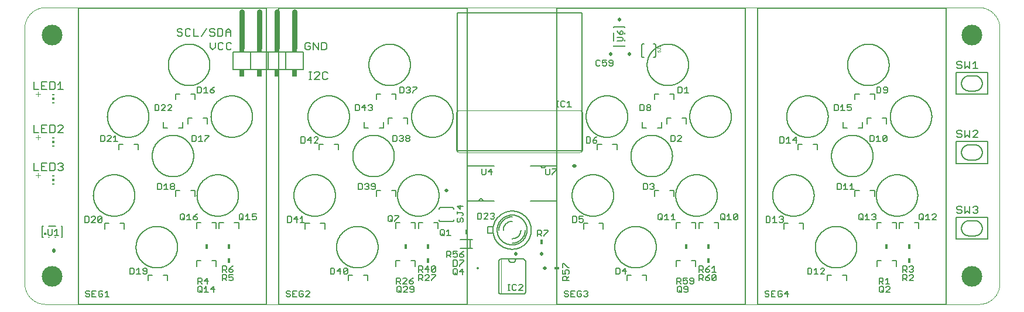
<source format=gto>
G75*
%MOIN*%
%OFA0B0*%
%FSLAX25Y25*%
%IPPOS*%
%LPD*%
%AMOC8*
5,1,8,0,0,1.08239X$1,22.5*
%
%ADD10C,0.00197*%
%ADD11C,0.00800*%
%ADD12C,0.11811*%
%ADD13C,0.00600*%
%ADD14C,0.01969*%
%ADD15C,0.00500*%
%ADD16R,0.01800X0.03000*%
%ADD17C,0.00200*%
%ADD18C,0.00300*%
%ADD19R,0.01181X0.00591*%
%ADD20R,0.01181X0.01181*%
%ADD21C,0.01378*%
%ADD22R,0.03000X0.01800*%
%ADD23C,0.03000*%
%ADD24R,0.03000X0.02000*%
%ADD25R,0.03000X0.04000*%
%ADD26C,0.00100*%
D10*
X0036217Y0015280D02*
X0567713Y0015280D01*
X0567998Y0015283D01*
X0568284Y0015294D01*
X0568569Y0015311D01*
X0568853Y0015335D01*
X0569137Y0015366D01*
X0569420Y0015404D01*
X0569701Y0015449D01*
X0569982Y0015500D01*
X0570262Y0015558D01*
X0570540Y0015623D01*
X0570816Y0015695D01*
X0571090Y0015773D01*
X0571363Y0015858D01*
X0571633Y0015950D01*
X0571901Y0016048D01*
X0572167Y0016152D01*
X0572430Y0016263D01*
X0572690Y0016380D01*
X0572948Y0016503D01*
X0573202Y0016633D01*
X0573453Y0016769D01*
X0573701Y0016910D01*
X0573945Y0017058D01*
X0574186Y0017211D01*
X0574422Y0017371D01*
X0574655Y0017536D01*
X0574884Y0017706D01*
X0575109Y0017882D01*
X0575329Y0018064D01*
X0575545Y0018250D01*
X0575756Y0018442D01*
X0575963Y0018639D01*
X0576165Y0018841D01*
X0576362Y0019048D01*
X0576554Y0019259D01*
X0576740Y0019475D01*
X0576922Y0019695D01*
X0577098Y0019920D01*
X0577268Y0020149D01*
X0577433Y0020382D01*
X0577593Y0020618D01*
X0577746Y0020859D01*
X0577894Y0021103D01*
X0578035Y0021351D01*
X0578171Y0021602D01*
X0578301Y0021856D01*
X0578424Y0022114D01*
X0578541Y0022374D01*
X0578652Y0022637D01*
X0578756Y0022903D01*
X0578854Y0023171D01*
X0578946Y0023441D01*
X0579031Y0023714D01*
X0579109Y0023988D01*
X0579181Y0024264D01*
X0579246Y0024542D01*
X0579304Y0024822D01*
X0579355Y0025103D01*
X0579400Y0025384D01*
X0579438Y0025667D01*
X0579469Y0025951D01*
X0579493Y0026235D01*
X0579510Y0026520D01*
X0579521Y0026806D01*
X0579524Y0027091D01*
X0579524Y0172760D01*
X0579521Y0173045D01*
X0579510Y0173331D01*
X0579493Y0173616D01*
X0579469Y0173900D01*
X0579438Y0174184D01*
X0579400Y0174467D01*
X0579355Y0174748D01*
X0579304Y0175029D01*
X0579246Y0175309D01*
X0579181Y0175587D01*
X0579109Y0175863D01*
X0579031Y0176137D01*
X0578946Y0176410D01*
X0578854Y0176680D01*
X0578756Y0176948D01*
X0578652Y0177214D01*
X0578541Y0177477D01*
X0578424Y0177737D01*
X0578301Y0177995D01*
X0578171Y0178249D01*
X0578035Y0178500D01*
X0577894Y0178748D01*
X0577746Y0178992D01*
X0577593Y0179233D01*
X0577433Y0179469D01*
X0577268Y0179702D01*
X0577098Y0179931D01*
X0576922Y0180156D01*
X0576740Y0180376D01*
X0576554Y0180592D01*
X0576362Y0180803D01*
X0576165Y0181010D01*
X0575963Y0181212D01*
X0575756Y0181409D01*
X0575545Y0181601D01*
X0575329Y0181787D01*
X0575109Y0181969D01*
X0574884Y0182145D01*
X0574655Y0182315D01*
X0574422Y0182480D01*
X0574186Y0182640D01*
X0573945Y0182793D01*
X0573701Y0182941D01*
X0573453Y0183082D01*
X0573202Y0183218D01*
X0572948Y0183348D01*
X0572690Y0183471D01*
X0572430Y0183588D01*
X0572167Y0183699D01*
X0571901Y0183803D01*
X0571633Y0183901D01*
X0571363Y0183993D01*
X0571090Y0184078D01*
X0570816Y0184156D01*
X0570540Y0184228D01*
X0570262Y0184293D01*
X0569982Y0184351D01*
X0569701Y0184402D01*
X0569420Y0184447D01*
X0569137Y0184485D01*
X0568853Y0184516D01*
X0568569Y0184540D01*
X0568284Y0184557D01*
X0567998Y0184568D01*
X0567713Y0184571D01*
X0036217Y0184571D01*
X0035932Y0184568D01*
X0035646Y0184557D01*
X0035361Y0184540D01*
X0035077Y0184516D01*
X0034793Y0184485D01*
X0034510Y0184447D01*
X0034229Y0184402D01*
X0033948Y0184351D01*
X0033668Y0184293D01*
X0033390Y0184228D01*
X0033114Y0184156D01*
X0032840Y0184078D01*
X0032567Y0183993D01*
X0032297Y0183901D01*
X0032029Y0183803D01*
X0031763Y0183699D01*
X0031500Y0183588D01*
X0031240Y0183471D01*
X0030982Y0183348D01*
X0030728Y0183218D01*
X0030477Y0183082D01*
X0030229Y0182941D01*
X0029985Y0182793D01*
X0029744Y0182640D01*
X0029508Y0182480D01*
X0029275Y0182315D01*
X0029046Y0182145D01*
X0028821Y0181969D01*
X0028601Y0181787D01*
X0028385Y0181601D01*
X0028174Y0181409D01*
X0027967Y0181212D01*
X0027765Y0181010D01*
X0027568Y0180803D01*
X0027376Y0180592D01*
X0027190Y0180376D01*
X0027008Y0180156D01*
X0026832Y0179931D01*
X0026662Y0179702D01*
X0026497Y0179469D01*
X0026337Y0179233D01*
X0026184Y0178992D01*
X0026036Y0178748D01*
X0025895Y0178500D01*
X0025759Y0178249D01*
X0025629Y0177995D01*
X0025506Y0177737D01*
X0025389Y0177477D01*
X0025278Y0177214D01*
X0025174Y0176948D01*
X0025076Y0176680D01*
X0024984Y0176410D01*
X0024899Y0176137D01*
X0024821Y0175863D01*
X0024749Y0175587D01*
X0024684Y0175309D01*
X0024626Y0175029D01*
X0024575Y0174748D01*
X0024530Y0174467D01*
X0024492Y0174184D01*
X0024461Y0173900D01*
X0024437Y0173616D01*
X0024420Y0173331D01*
X0024409Y0173045D01*
X0024406Y0172760D01*
X0024406Y0027091D01*
X0024409Y0026806D01*
X0024420Y0026520D01*
X0024437Y0026235D01*
X0024461Y0025951D01*
X0024492Y0025667D01*
X0024530Y0025384D01*
X0024575Y0025103D01*
X0024626Y0024822D01*
X0024684Y0024542D01*
X0024749Y0024264D01*
X0024821Y0023988D01*
X0024899Y0023714D01*
X0024984Y0023441D01*
X0025076Y0023171D01*
X0025174Y0022903D01*
X0025278Y0022637D01*
X0025389Y0022374D01*
X0025506Y0022114D01*
X0025629Y0021856D01*
X0025759Y0021602D01*
X0025895Y0021351D01*
X0026036Y0021103D01*
X0026184Y0020859D01*
X0026337Y0020618D01*
X0026497Y0020382D01*
X0026662Y0020149D01*
X0026832Y0019920D01*
X0027008Y0019695D01*
X0027190Y0019475D01*
X0027376Y0019259D01*
X0027568Y0019048D01*
X0027765Y0018841D01*
X0027967Y0018639D01*
X0028174Y0018442D01*
X0028385Y0018250D01*
X0028601Y0018064D01*
X0028821Y0017882D01*
X0029046Y0017706D01*
X0029275Y0017536D01*
X0029508Y0017371D01*
X0029744Y0017211D01*
X0029985Y0017058D01*
X0030229Y0016910D01*
X0030477Y0016769D01*
X0030728Y0016633D01*
X0030982Y0016503D01*
X0031240Y0016380D01*
X0031500Y0016263D01*
X0031763Y0016152D01*
X0032029Y0016048D01*
X0032297Y0015950D01*
X0032567Y0015858D01*
X0032840Y0015773D01*
X0033114Y0015695D01*
X0033390Y0015623D01*
X0033668Y0015558D01*
X0033948Y0015500D01*
X0034229Y0015449D01*
X0034510Y0015404D01*
X0034793Y0015366D01*
X0035077Y0015335D01*
X0035361Y0015311D01*
X0035646Y0015294D01*
X0035932Y0015283D01*
X0036217Y0015280D01*
X0272044Y0101894D02*
X0340154Y0101894D01*
X0340154Y0101893D02*
X0340240Y0101895D01*
X0340326Y0101900D01*
X0340411Y0101910D01*
X0340496Y0101923D01*
X0340580Y0101940D01*
X0340664Y0101960D01*
X0340746Y0101984D01*
X0340827Y0102012D01*
X0340908Y0102043D01*
X0340986Y0102077D01*
X0341063Y0102115D01*
X0341139Y0102157D01*
X0341212Y0102201D01*
X0341283Y0102249D01*
X0341353Y0102300D01*
X0341420Y0102354D01*
X0341484Y0102410D01*
X0341546Y0102470D01*
X0341606Y0102532D01*
X0341662Y0102596D01*
X0341716Y0102663D01*
X0341767Y0102733D01*
X0341815Y0102804D01*
X0341859Y0102878D01*
X0341901Y0102953D01*
X0341939Y0103030D01*
X0341973Y0103108D01*
X0342004Y0103189D01*
X0342032Y0103270D01*
X0342056Y0103352D01*
X0342076Y0103436D01*
X0342093Y0103520D01*
X0342106Y0103605D01*
X0342116Y0103690D01*
X0342121Y0103776D01*
X0342123Y0103862D01*
X0342123Y0123941D01*
X0342121Y0124027D01*
X0342116Y0124113D01*
X0342106Y0124198D01*
X0342093Y0124283D01*
X0342076Y0124367D01*
X0342056Y0124451D01*
X0342032Y0124533D01*
X0342004Y0124614D01*
X0341973Y0124695D01*
X0341939Y0124773D01*
X0341901Y0124850D01*
X0341859Y0124926D01*
X0341815Y0124999D01*
X0341767Y0125070D01*
X0341716Y0125140D01*
X0341662Y0125207D01*
X0341606Y0125271D01*
X0341546Y0125333D01*
X0341484Y0125393D01*
X0341420Y0125449D01*
X0341353Y0125503D01*
X0341283Y0125554D01*
X0341212Y0125602D01*
X0341139Y0125646D01*
X0341063Y0125688D01*
X0340986Y0125726D01*
X0340908Y0125760D01*
X0340827Y0125791D01*
X0340746Y0125819D01*
X0340664Y0125843D01*
X0340580Y0125863D01*
X0340496Y0125880D01*
X0340411Y0125893D01*
X0340326Y0125903D01*
X0340240Y0125908D01*
X0340154Y0125910D01*
X0340154Y0125909D02*
X0272044Y0125909D01*
X0272044Y0125910D02*
X0271958Y0125908D01*
X0271872Y0125903D01*
X0271787Y0125893D01*
X0271702Y0125880D01*
X0271618Y0125863D01*
X0271534Y0125843D01*
X0271452Y0125819D01*
X0271371Y0125791D01*
X0271290Y0125760D01*
X0271212Y0125726D01*
X0271135Y0125688D01*
X0271060Y0125646D01*
X0270986Y0125602D01*
X0270915Y0125554D01*
X0270845Y0125503D01*
X0270778Y0125449D01*
X0270714Y0125393D01*
X0270652Y0125333D01*
X0270592Y0125271D01*
X0270536Y0125207D01*
X0270482Y0125140D01*
X0270431Y0125070D01*
X0270383Y0124999D01*
X0270339Y0124926D01*
X0270297Y0124850D01*
X0270259Y0124773D01*
X0270225Y0124695D01*
X0270194Y0124614D01*
X0270166Y0124533D01*
X0270142Y0124451D01*
X0270122Y0124367D01*
X0270105Y0124283D01*
X0270092Y0124198D01*
X0270082Y0124113D01*
X0270077Y0124027D01*
X0270075Y0123941D01*
X0270075Y0103862D01*
X0270077Y0103776D01*
X0270082Y0103690D01*
X0270092Y0103605D01*
X0270105Y0103520D01*
X0270122Y0103436D01*
X0270142Y0103352D01*
X0270166Y0103270D01*
X0270194Y0103189D01*
X0270225Y0103108D01*
X0270259Y0103030D01*
X0270297Y0102953D01*
X0270339Y0102878D01*
X0270383Y0102804D01*
X0270431Y0102733D01*
X0270482Y0102663D01*
X0270536Y0102596D01*
X0270592Y0102532D01*
X0270652Y0102470D01*
X0270714Y0102410D01*
X0270778Y0102354D01*
X0270845Y0102300D01*
X0270915Y0102249D01*
X0270986Y0102201D01*
X0271060Y0102157D01*
X0271135Y0102115D01*
X0271212Y0102077D01*
X0271290Y0102043D01*
X0271371Y0102012D01*
X0271452Y0101984D01*
X0271534Y0101960D01*
X0271618Y0101940D01*
X0271702Y0101923D01*
X0271787Y0101910D01*
X0271872Y0101900D01*
X0271958Y0101895D01*
X0272044Y0101893D01*
D11*
X0270863Y0102878D02*
X0341729Y0102878D01*
X0341729Y0181618D01*
X0270863Y0181618D01*
X0270863Y0102878D01*
X0242516Y0118232D02*
X0242516Y0121382D01*
X0240154Y0121382D01*
X0233855Y0121382D02*
X0231493Y0121382D01*
X0231493Y0118232D01*
X0228737Y0119020D02*
X0228737Y0115870D01*
X0226375Y0115870D01*
X0220075Y0115870D02*
X0217713Y0115870D01*
X0217713Y0119020D01*
X0203146Y0106618D02*
X0200784Y0106618D01*
X0203146Y0106618D02*
X0203146Y0103469D01*
X0194485Y0106618D02*
X0192123Y0106618D01*
X0192123Y0103469D01*
X0224603Y0080043D02*
X0224603Y0076894D01*
X0224603Y0080043D02*
X0226965Y0080043D01*
X0233264Y0080043D02*
X0235627Y0080043D01*
X0235627Y0076894D01*
X0261314Y0070461D02*
X0267814Y0070461D01*
X0267874Y0070459D01*
X0267935Y0070454D01*
X0267994Y0070445D01*
X0268053Y0070432D01*
X0268112Y0070416D01*
X0268169Y0070396D01*
X0268224Y0070373D01*
X0268279Y0070346D01*
X0268331Y0070317D01*
X0268382Y0070284D01*
X0268431Y0070248D01*
X0268477Y0070210D01*
X0268521Y0070168D01*
X0268563Y0070124D01*
X0268601Y0070078D01*
X0268637Y0070029D01*
X0268670Y0069978D01*
X0268699Y0069926D01*
X0268726Y0069871D01*
X0268749Y0069816D01*
X0268769Y0069759D01*
X0268785Y0069700D01*
X0268798Y0069641D01*
X0268807Y0069582D01*
X0268812Y0069521D01*
X0268814Y0069461D01*
X0261314Y0070461D02*
X0261254Y0070459D01*
X0261193Y0070454D01*
X0261134Y0070445D01*
X0261075Y0070432D01*
X0261016Y0070416D01*
X0260959Y0070396D01*
X0260904Y0070373D01*
X0260849Y0070346D01*
X0260797Y0070317D01*
X0260746Y0070284D01*
X0260697Y0070248D01*
X0260651Y0070210D01*
X0260607Y0070168D01*
X0260565Y0070124D01*
X0260527Y0070078D01*
X0260491Y0070029D01*
X0260458Y0069978D01*
X0260429Y0069926D01*
X0260402Y0069871D01*
X0260379Y0069816D01*
X0260359Y0069759D01*
X0260343Y0069700D01*
X0260330Y0069641D01*
X0260321Y0069582D01*
X0260316Y0069521D01*
X0260314Y0069461D01*
X0260314Y0063461D02*
X0260316Y0063401D01*
X0260321Y0063340D01*
X0260330Y0063281D01*
X0260343Y0063222D01*
X0260359Y0063163D01*
X0260379Y0063106D01*
X0260402Y0063051D01*
X0260429Y0062996D01*
X0260458Y0062944D01*
X0260491Y0062893D01*
X0260527Y0062844D01*
X0260565Y0062798D01*
X0260607Y0062754D01*
X0260651Y0062712D01*
X0260697Y0062674D01*
X0260746Y0062638D01*
X0260797Y0062605D01*
X0260849Y0062576D01*
X0260904Y0062549D01*
X0260959Y0062526D01*
X0261016Y0062506D01*
X0261075Y0062490D01*
X0261134Y0062477D01*
X0261193Y0062468D01*
X0261254Y0062463D01*
X0261314Y0062461D01*
X0267814Y0062461D01*
X0267874Y0062463D01*
X0267935Y0062468D01*
X0267994Y0062477D01*
X0268053Y0062490D01*
X0268112Y0062506D01*
X0268169Y0062526D01*
X0268224Y0062549D01*
X0268279Y0062576D01*
X0268331Y0062605D01*
X0268382Y0062638D01*
X0268431Y0062674D01*
X0268477Y0062712D01*
X0268521Y0062754D01*
X0268563Y0062798D01*
X0268601Y0062844D01*
X0268637Y0062893D01*
X0268670Y0062944D01*
X0268699Y0062996D01*
X0268726Y0063051D01*
X0268749Y0063106D01*
X0268769Y0063163D01*
X0268785Y0063222D01*
X0268798Y0063281D01*
X0268807Y0063340D01*
X0268812Y0063401D01*
X0268814Y0063461D01*
X0259642Y0061736D02*
X0259642Y0058587D01*
X0259642Y0061736D02*
X0257280Y0061736D01*
X0250981Y0061736D02*
X0248619Y0061736D01*
X0248619Y0058587D01*
X0246847Y0058587D02*
X0246847Y0061736D01*
X0244485Y0061736D01*
X0238186Y0061736D02*
X0235823Y0061736D01*
X0235823Y0058587D01*
X0272438Y0052091D02*
X0277949Y0052091D01*
X0277949Y0046972D01*
X0272438Y0046972D01*
X0277949Y0046972D02*
X0279524Y0046972D01*
X0279524Y0052091D02*
X0277949Y0052091D01*
X0246847Y0040083D02*
X0246847Y0036933D01*
X0246847Y0040083D02*
X0244485Y0040083D01*
X0238186Y0040083D02*
X0235823Y0040083D01*
X0235823Y0036933D01*
X0219879Y0031815D02*
X0219879Y0028665D01*
X0208855Y0028665D02*
X0208855Y0031815D01*
X0211217Y0031815D01*
X0217516Y0031815D02*
X0219879Y0031815D01*
X0195272Y0058193D02*
X0195272Y0061343D01*
X0192910Y0061343D01*
X0186611Y0061343D02*
X0184249Y0061343D01*
X0184249Y0058193D01*
X0146257Y0058587D02*
X0146257Y0061736D01*
X0143894Y0061736D01*
X0137595Y0061736D02*
X0135233Y0061736D01*
X0135233Y0058587D01*
X0133461Y0058587D02*
X0133461Y0061736D01*
X0131099Y0061736D01*
X0124800Y0061736D02*
X0122438Y0061736D01*
X0122438Y0058587D01*
X0081099Y0058193D02*
X0081099Y0061343D01*
X0078737Y0061343D01*
X0072438Y0061343D02*
X0070075Y0061343D01*
X0070075Y0058193D01*
X0110430Y0076894D02*
X0110430Y0080043D01*
X0112792Y0080043D01*
X0119091Y0080043D02*
X0121453Y0080043D01*
X0121453Y0076894D01*
X0088973Y0103469D02*
X0088973Y0106618D01*
X0086611Y0106618D01*
X0080312Y0106618D02*
X0077949Y0106618D01*
X0077949Y0103469D01*
X0103540Y0115870D02*
X0103540Y0119020D01*
X0103540Y0115870D02*
X0105902Y0115870D01*
X0112201Y0115870D02*
X0114564Y0115870D01*
X0114564Y0119020D01*
X0117320Y0118232D02*
X0117320Y0121382D01*
X0119682Y0121382D01*
X0125981Y0121382D02*
X0128343Y0121382D01*
X0128343Y0118232D01*
X0121453Y0132012D02*
X0121453Y0135161D01*
X0119091Y0135161D01*
X0112792Y0135161D02*
X0110430Y0135161D01*
X0110430Y0132012D01*
X0046263Y0137806D02*
X0043460Y0137806D01*
X0044862Y0137806D02*
X0044862Y0142009D01*
X0043460Y0140608D01*
X0041659Y0141309D02*
X0040958Y0142009D01*
X0038857Y0142009D01*
X0038857Y0137806D01*
X0040958Y0137806D01*
X0041659Y0138506D01*
X0041659Y0141309D01*
X0037055Y0142009D02*
X0034253Y0142009D01*
X0034253Y0137806D01*
X0037055Y0137806D01*
X0035654Y0139907D02*
X0034253Y0139907D01*
X0032451Y0137806D02*
X0029649Y0137806D01*
X0029649Y0142009D01*
X0029649Y0117403D02*
X0029649Y0113199D01*
X0032451Y0113199D01*
X0034253Y0113199D02*
X0037055Y0113199D01*
X0038857Y0113199D02*
X0040958Y0113199D01*
X0041659Y0113900D01*
X0041659Y0116702D01*
X0040958Y0117403D01*
X0038857Y0117403D01*
X0038857Y0113199D01*
X0035654Y0115301D02*
X0034253Y0115301D01*
X0034253Y0117403D02*
X0034253Y0113199D01*
X0034253Y0117403D02*
X0037055Y0117403D01*
X0043460Y0116702D02*
X0044161Y0117403D01*
X0045562Y0117403D01*
X0046263Y0116702D01*
X0046263Y0116002D01*
X0043460Y0113199D01*
X0046263Y0113199D01*
X0045562Y0095749D02*
X0046263Y0095049D01*
X0046263Y0094348D01*
X0045562Y0093647D01*
X0046263Y0092947D01*
X0046263Y0092246D01*
X0045562Y0091546D01*
X0044161Y0091546D01*
X0043460Y0092246D01*
X0041659Y0092246D02*
X0041659Y0095049D01*
X0040958Y0095749D01*
X0038857Y0095749D01*
X0038857Y0091546D01*
X0040958Y0091546D01*
X0041659Y0092246D01*
X0043460Y0095049D02*
X0044161Y0095749D01*
X0045562Y0095749D01*
X0045562Y0093647D02*
X0044862Y0093647D01*
X0037055Y0091546D02*
X0034253Y0091546D01*
X0034253Y0095749D01*
X0037055Y0095749D01*
X0035654Y0093647D02*
X0034253Y0093647D01*
X0032451Y0091546D02*
X0029649Y0091546D01*
X0029649Y0095749D01*
X0122438Y0040083D02*
X0122438Y0036933D01*
X0122438Y0040083D02*
X0124800Y0040083D01*
X0131099Y0040083D02*
X0133461Y0040083D01*
X0133461Y0036933D01*
X0105705Y0031815D02*
X0105705Y0028665D01*
X0105705Y0031815D02*
X0103343Y0031815D01*
X0097044Y0031815D02*
X0094682Y0031815D01*
X0094682Y0028665D01*
X0342713Y0058193D02*
X0342713Y0061343D01*
X0345075Y0061343D01*
X0351375Y0061343D02*
X0353737Y0061343D01*
X0353737Y0058193D01*
X0395469Y0058587D02*
X0395469Y0061736D01*
X0397831Y0061736D01*
X0404131Y0061736D02*
X0406493Y0061736D01*
X0406493Y0058587D01*
X0408264Y0058587D02*
X0408264Y0061736D01*
X0410627Y0061736D01*
X0416926Y0061736D02*
X0419288Y0061736D01*
X0419288Y0058587D01*
X0456886Y0058193D02*
X0456886Y0061343D01*
X0459249Y0061343D01*
X0465548Y0061343D02*
X0467910Y0061343D01*
X0467910Y0058193D01*
X0509642Y0058587D02*
X0509642Y0061736D01*
X0512005Y0061736D01*
X0518304Y0061736D02*
X0520666Y0061736D01*
X0520666Y0058587D01*
X0522438Y0058587D02*
X0522438Y0061736D01*
X0524800Y0061736D01*
X0531099Y0061736D02*
X0533461Y0061736D01*
X0533461Y0058587D01*
X0555176Y0067687D02*
X0555877Y0066987D01*
X0557278Y0066987D01*
X0557979Y0067687D01*
X0557979Y0068388D01*
X0557278Y0069088D01*
X0555877Y0069088D01*
X0555176Y0069789D01*
X0555176Y0070490D01*
X0555877Y0071190D01*
X0557278Y0071190D01*
X0557979Y0070490D01*
X0559780Y0071190D02*
X0559780Y0066987D01*
X0561181Y0068388D01*
X0562583Y0066987D01*
X0562583Y0071190D01*
X0564384Y0070490D02*
X0565085Y0071190D01*
X0566486Y0071190D01*
X0567186Y0070490D01*
X0567186Y0069789D01*
X0566486Y0069088D01*
X0567186Y0068388D01*
X0567186Y0067687D01*
X0566486Y0066987D01*
X0565085Y0066987D01*
X0564384Y0067687D01*
X0565785Y0069088D02*
X0566486Y0069088D01*
X0508264Y0076894D02*
X0508264Y0080043D01*
X0505902Y0080043D01*
X0499603Y0080043D02*
X0497241Y0080043D01*
X0497241Y0076894D01*
X0475784Y0103469D02*
X0475784Y0106618D01*
X0473422Y0106618D01*
X0467123Y0106618D02*
X0464760Y0106618D01*
X0464760Y0103469D01*
X0490351Y0115870D02*
X0490351Y0119020D01*
X0490351Y0115870D02*
X0492713Y0115870D01*
X0499012Y0115870D02*
X0501375Y0115870D01*
X0501375Y0119020D01*
X0504131Y0118232D02*
X0504131Y0121382D01*
X0506493Y0121382D01*
X0512792Y0121382D02*
X0515154Y0121382D01*
X0515154Y0118232D01*
X0508264Y0132012D02*
X0508264Y0135161D01*
X0505902Y0135161D01*
X0499603Y0135161D02*
X0497241Y0135161D01*
X0497241Y0132012D01*
X0555176Y0113797D02*
X0555176Y0113096D01*
X0555877Y0112395D01*
X0557278Y0112395D01*
X0557979Y0111695D01*
X0557979Y0110994D01*
X0557278Y0110294D01*
X0555877Y0110294D01*
X0555176Y0110994D01*
X0555176Y0113797D02*
X0555877Y0114497D01*
X0557278Y0114497D01*
X0557979Y0113797D01*
X0559780Y0114497D02*
X0559780Y0110294D01*
X0561181Y0111695D01*
X0562583Y0110294D01*
X0562583Y0114497D01*
X0564384Y0113797D02*
X0565085Y0114497D01*
X0566486Y0114497D01*
X0567186Y0113797D01*
X0567186Y0113096D01*
X0564384Y0110294D01*
X0567186Y0110294D01*
X0567186Y0149664D02*
X0564384Y0149664D01*
X0565785Y0149664D02*
X0565785Y0153867D01*
X0564384Y0152466D01*
X0562583Y0153867D02*
X0562583Y0149664D01*
X0561181Y0151065D01*
X0559780Y0149664D01*
X0559780Y0153867D01*
X0557979Y0153167D02*
X0557278Y0153867D01*
X0555877Y0153867D01*
X0555176Y0153167D01*
X0555176Y0152466D01*
X0555877Y0151766D01*
X0557278Y0151766D01*
X0557979Y0151065D01*
X0557979Y0150364D01*
X0557278Y0149664D01*
X0555877Y0149664D01*
X0555176Y0150364D01*
X0400981Y0121382D02*
X0400981Y0118232D01*
X0400981Y0121382D02*
X0398619Y0121382D01*
X0392320Y0121382D02*
X0389957Y0121382D01*
X0389957Y0118232D01*
X0387201Y0119020D02*
X0387201Y0115870D01*
X0384839Y0115870D01*
X0378540Y0115870D02*
X0376178Y0115870D01*
X0376178Y0119020D01*
X0361611Y0106618D02*
X0361611Y0103469D01*
X0361611Y0106618D02*
X0359249Y0106618D01*
X0352949Y0106618D02*
X0350587Y0106618D01*
X0350587Y0103469D01*
X0383068Y0080043D02*
X0383068Y0076894D01*
X0383068Y0080043D02*
X0385430Y0080043D01*
X0391729Y0080043D02*
X0394091Y0080043D01*
X0394091Y0076894D01*
X0395469Y0040083D02*
X0395469Y0036933D01*
X0395469Y0040083D02*
X0397831Y0040083D01*
X0404131Y0040083D02*
X0406493Y0040083D01*
X0406493Y0036933D01*
X0378343Y0031815D02*
X0378343Y0028665D01*
X0378343Y0031815D02*
X0375981Y0031815D01*
X0369682Y0031815D02*
X0367320Y0031815D01*
X0367320Y0028665D01*
X0481493Y0028665D02*
X0481493Y0031815D01*
X0483855Y0031815D01*
X0490154Y0031815D02*
X0492516Y0031815D01*
X0492516Y0028665D01*
X0509642Y0036933D02*
X0509642Y0040083D01*
X0512005Y0040083D01*
X0518304Y0040083D02*
X0520666Y0040083D01*
X0520666Y0036933D01*
X0394091Y0132012D02*
X0394091Y0135161D01*
X0391729Y0135161D01*
X0385430Y0135161D02*
X0383068Y0135161D01*
X0383068Y0132012D01*
X0383658Y0156815D02*
X0383658Y0163114D01*
X0383659Y0163114D02*
X0383645Y0163173D01*
X0383628Y0163231D01*
X0383607Y0163288D01*
X0383583Y0163344D01*
X0383555Y0163398D01*
X0383525Y0163450D01*
X0383491Y0163501D01*
X0383454Y0163549D01*
X0383415Y0163595D01*
X0383372Y0163638D01*
X0383328Y0163679D01*
X0383280Y0163717D01*
X0383231Y0163752D01*
X0383179Y0163784D01*
X0383126Y0163813D01*
X0383071Y0163839D01*
X0383015Y0163861D01*
X0382957Y0163880D01*
X0382898Y0163896D01*
X0382839Y0163907D01*
X0382779Y0163916D01*
X0382718Y0163920D01*
X0382658Y0163921D01*
X0382597Y0163918D01*
X0382537Y0163912D01*
X0382477Y0163902D01*
X0376965Y0163902D02*
X0376903Y0163912D01*
X0376840Y0163918D01*
X0376777Y0163921D01*
X0376714Y0163920D01*
X0376651Y0163914D01*
X0376589Y0163905D01*
X0376527Y0163892D01*
X0376466Y0163875D01*
X0376407Y0163854D01*
X0376349Y0163829D01*
X0376292Y0163801D01*
X0376238Y0163769D01*
X0376185Y0163734D01*
X0376135Y0163696D01*
X0376087Y0163655D01*
X0376042Y0163611D01*
X0376000Y0163564D01*
X0375961Y0163514D01*
X0375925Y0163462D01*
X0375893Y0163408D01*
X0375863Y0163353D01*
X0375838Y0163295D01*
X0375816Y0163236D01*
X0375798Y0163175D01*
X0375783Y0163114D01*
X0375784Y0163114D02*
X0375784Y0156815D01*
X0375783Y0156815D02*
X0375798Y0156754D01*
X0375816Y0156693D01*
X0375838Y0156634D01*
X0375863Y0156576D01*
X0375893Y0156521D01*
X0375925Y0156467D01*
X0375961Y0156415D01*
X0376000Y0156365D01*
X0376042Y0156318D01*
X0376087Y0156274D01*
X0376135Y0156233D01*
X0376185Y0156195D01*
X0376238Y0156160D01*
X0376292Y0156128D01*
X0376349Y0156100D01*
X0376407Y0156075D01*
X0376466Y0156054D01*
X0376527Y0156037D01*
X0376589Y0156024D01*
X0376651Y0156015D01*
X0376714Y0156009D01*
X0376777Y0156008D01*
X0376840Y0156011D01*
X0376903Y0156017D01*
X0376965Y0156027D01*
X0382477Y0156027D02*
X0382537Y0156017D01*
X0382597Y0156011D01*
X0382658Y0156008D01*
X0382718Y0156009D01*
X0382779Y0156013D01*
X0382839Y0156022D01*
X0382898Y0156033D01*
X0382957Y0156049D01*
X0383015Y0156068D01*
X0383071Y0156090D01*
X0383126Y0156116D01*
X0383179Y0156145D01*
X0383231Y0156177D01*
X0383280Y0156212D01*
X0383328Y0156250D01*
X0383372Y0156291D01*
X0383415Y0156334D01*
X0383454Y0156380D01*
X0383491Y0156428D01*
X0383525Y0156479D01*
X0383555Y0156531D01*
X0383583Y0156585D01*
X0383607Y0156641D01*
X0383628Y0156698D01*
X0383645Y0156756D01*
X0383659Y0156815D01*
X0235627Y0135161D02*
X0235627Y0132012D01*
X0235627Y0135161D02*
X0233264Y0135161D01*
X0226965Y0135161D02*
X0224603Y0135161D01*
X0224603Y0132012D01*
X0196935Y0144195D02*
X0196235Y0143494D01*
X0194834Y0143494D01*
X0194133Y0144195D01*
X0194133Y0146997D01*
X0194834Y0147698D01*
X0196235Y0147698D01*
X0196935Y0146997D01*
X0192331Y0146997D02*
X0191631Y0147698D01*
X0190230Y0147698D01*
X0189529Y0146997D01*
X0187861Y0147698D02*
X0186460Y0147698D01*
X0187160Y0147698D02*
X0187160Y0143494D01*
X0186460Y0143494D02*
X0187861Y0143494D01*
X0189529Y0143494D02*
X0192331Y0146297D01*
X0192331Y0146997D01*
X0192331Y0143494D02*
X0189529Y0143494D01*
X0188859Y0160365D02*
X0188859Y0164568D01*
X0191661Y0160365D01*
X0191661Y0164568D01*
X0193463Y0164568D02*
X0195565Y0164568D01*
X0196265Y0163868D01*
X0196265Y0161065D01*
X0195565Y0160365D01*
X0193463Y0160365D01*
X0193463Y0164568D01*
X0187057Y0163868D02*
X0186357Y0164568D01*
X0184956Y0164568D01*
X0184255Y0163868D01*
X0184255Y0161065D01*
X0184956Y0160365D01*
X0186357Y0160365D01*
X0187057Y0161065D01*
X0187057Y0162466D01*
X0185656Y0162466D01*
X0142131Y0161065D02*
X0141431Y0160365D01*
X0140030Y0160365D01*
X0139329Y0161065D01*
X0139329Y0163868D01*
X0140030Y0164568D01*
X0141431Y0164568D01*
X0142131Y0163868D01*
X0137527Y0163868D02*
X0136827Y0164568D01*
X0135426Y0164568D01*
X0134725Y0163868D01*
X0134725Y0161065D01*
X0135426Y0160365D01*
X0136827Y0160365D01*
X0137527Y0161065D01*
X0132924Y0161766D02*
X0131522Y0160365D01*
X0130121Y0161766D01*
X0130121Y0164568D01*
X0132924Y0164568D02*
X0132924Y0161766D01*
X0131938Y0168239D02*
X0130537Y0168239D01*
X0129836Y0168939D01*
X0130537Y0170340D02*
X0131938Y0170340D01*
X0132638Y0169640D01*
X0132638Y0168939D01*
X0131938Y0168239D01*
X0134440Y0168239D02*
X0136542Y0168239D01*
X0137242Y0168939D01*
X0137242Y0171742D01*
X0136542Y0172442D01*
X0134440Y0172442D01*
X0134440Y0168239D01*
X0130537Y0170340D02*
X0129836Y0171041D01*
X0129836Y0171742D01*
X0130537Y0172442D01*
X0131938Y0172442D01*
X0132638Y0171742D01*
X0128034Y0172442D02*
X0125232Y0168239D01*
X0123431Y0168239D02*
X0120628Y0168239D01*
X0120628Y0172442D01*
X0118827Y0171742D02*
X0118126Y0172442D01*
X0116725Y0172442D01*
X0116024Y0171742D01*
X0116024Y0168939D01*
X0116725Y0168239D01*
X0118126Y0168239D01*
X0118827Y0168939D01*
X0114223Y0168939D02*
X0113522Y0168239D01*
X0112121Y0168239D01*
X0111420Y0168939D01*
X0112121Y0170340D02*
X0113522Y0170340D01*
X0114223Y0169640D01*
X0114223Y0168939D01*
X0112121Y0170340D02*
X0111420Y0171041D01*
X0111420Y0171742D01*
X0112121Y0172442D01*
X0113522Y0172442D01*
X0114223Y0171742D01*
X0139044Y0171041D02*
X0139044Y0168239D01*
X0139044Y0170340D02*
X0141846Y0170340D01*
X0141846Y0171041D02*
X0141846Y0168239D01*
X0141846Y0171041D02*
X0140445Y0172442D01*
X0139044Y0171041D01*
D12*
X0040154Y0168823D03*
X0040154Y0031028D03*
X0563776Y0031028D03*
X0563776Y0168823D03*
D13*
X0515597Y0138604D02*
X0515030Y0139171D01*
X0513895Y0139171D01*
X0513328Y0138604D01*
X0513328Y0138037D01*
X0513895Y0137470D01*
X0515597Y0137470D01*
X0515597Y0136336D02*
X0515597Y0138604D01*
X0515597Y0136336D02*
X0515030Y0135769D01*
X0513895Y0135769D01*
X0513328Y0136336D01*
X0511914Y0136336D02*
X0511914Y0138604D01*
X0511347Y0139171D01*
X0509645Y0139171D01*
X0509645Y0135769D01*
X0511347Y0135769D01*
X0511914Y0136336D01*
X0495046Y0129045D02*
X0492777Y0129045D01*
X0492777Y0127344D01*
X0493911Y0127911D01*
X0494478Y0127911D01*
X0495046Y0127344D01*
X0495046Y0126210D01*
X0494478Y0125643D01*
X0493344Y0125643D01*
X0492777Y0126210D01*
X0491362Y0125643D02*
X0489094Y0125643D01*
X0490228Y0125643D02*
X0490228Y0129045D01*
X0489094Y0127911D01*
X0487679Y0128478D02*
X0487679Y0126210D01*
X0487112Y0125643D01*
X0485411Y0125643D01*
X0485411Y0129045D01*
X0487112Y0129045D01*
X0487679Y0128478D01*
X0505708Y0111612D02*
X0507410Y0111612D01*
X0507977Y0111045D01*
X0507977Y0108777D01*
X0507410Y0108209D01*
X0505708Y0108209D01*
X0505708Y0111612D01*
X0509391Y0110478D02*
X0510526Y0111612D01*
X0510526Y0108209D01*
X0511660Y0108209D02*
X0509391Y0108209D01*
X0513074Y0108777D02*
X0515343Y0111045D01*
X0515343Y0108777D01*
X0514776Y0108209D01*
X0513642Y0108209D01*
X0513074Y0108777D01*
X0513074Y0111045D01*
X0513642Y0111612D01*
X0514776Y0111612D01*
X0515343Y0111045D01*
X0464162Y0108927D02*
X0461893Y0108927D01*
X0463595Y0110628D01*
X0463595Y0107225D01*
X0460479Y0107225D02*
X0458210Y0107225D01*
X0459344Y0107225D02*
X0459344Y0110628D01*
X0458210Y0109494D01*
X0456796Y0110061D02*
X0456796Y0107792D01*
X0456228Y0107225D01*
X0454527Y0107225D01*
X0454527Y0110628D01*
X0456228Y0110628D01*
X0456796Y0110061D01*
X0398471Y0110478D02*
X0396202Y0108209D01*
X0398471Y0108209D01*
X0398471Y0110478D02*
X0398471Y0111045D01*
X0397904Y0111612D01*
X0396769Y0111612D01*
X0396202Y0111045D01*
X0394788Y0111045D02*
X0394221Y0111612D01*
X0392519Y0111612D01*
X0392519Y0108209D01*
X0394221Y0108209D01*
X0394788Y0108777D01*
X0394788Y0111045D01*
X0380305Y0125643D02*
X0379171Y0125643D01*
X0378604Y0126210D01*
X0378604Y0126777D01*
X0379171Y0127344D01*
X0380305Y0127344D01*
X0380872Y0126777D01*
X0380872Y0126210D01*
X0380305Y0125643D01*
X0380305Y0127344D02*
X0380872Y0127911D01*
X0380872Y0128478D01*
X0380305Y0129045D01*
X0379171Y0129045D01*
X0378604Y0128478D01*
X0378604Y0127911D01*
X0379171Y0127344D01*
X0377189Y0126210D02*
X0377189Y0128478D01*
X0376622Y0129045D01*
X0374921Y0129045D01*
X0374921Y0125643D01*
X0376622Y0125643D01*
X0377189Y0126210D01*
X0396456Y0135769D02*
X0398158Y0135769D01*
X0398725Y0136336D01*
X0398725Y0138604D01*
X0398158Y0139171D01*
X0396456Y0139171D01*
X0396456Y0135769D01*
X0400139Y0135769D02*
X0402408Y0135769D01*
X0401274Y0135769D02*
X0401274Y0139171D01*
X0400139Y0138037D01*
X0359469Y0151720D02*
X0359469Y0153988D01*
X0358902Y0154555D01*
X0357767Y0154555D01*
X0357200Y0153988D01*
X0357200Y0153421D01*
X0357767Y0152854D01*
X0359469Y0152854D01*
X0359469Y0151720D02*
X0358902Y0151152D01*
X0357767Y0151152D01*
X0357200Y0151720D01*
X0355786Y0151720D02*
X0355786Y0152854D01*
X0355218Y0153421D01*
X0354651Y0153421D01*
X0353517Y0152854D01*
X0353517Y0154555D01*
X0355786Y0154555D01*
X0355786Y0151720D02*
X0355218Y0151152D01*
X0354084Y0151152D01*
X0353517Y0151720D01*
X0352102Y0151720D02*
X0351535Y0151152D01*
X0350401Y0151152D01*
X0349834Y0151720D01*
X0349834Y0153988D01*
X0350401Y0154555D01*
X0351535Y0154555D01*
X0352102Y0153988D01*
X0361739Y0165296D02*
X0364574Y0165296D01*
X0365142Y0165863D01*
X0365142Y0166998D01*
X0364574Y0167565D01*
X0361739Y0167565D01*
X0363440Y0168979D02*
X0362306Y0170114D01*
X0361739Y0171248D01*
X0363440Y0170681D02*
X0363440Y0168979D01*
X0364574Y0168979D01*
X0365142Y0169546D01*
X0365142Y0170681D01*
X0364574Y0171248D01*
X0364007Y0171248D01*
X0363440Y0170681D01*
X0334579Y0131282D02*
X0334579Y0127879D01*
X0335713Y0127879D02*
X0333444Y0127879D01*
X0332030Y0128446D02*
X0331463Y0127879D01*
X0330328Y0127879D01*
X0329761Y0128446D01*
X0329761Y0130714D01*
X0330328Y0131282D01*
X0331463Y0131282D01*
X0332030Y0130714D01*
X0333444Y0130147D02*
X0334579Y0131282D01*
X0328440Y0131282D02*
X0327306Y0131282D01*
X0327873Y0131282D02*
X0327873Y0127879D01*
X0327306Y0127879D02*
X0328440Y0127879D01*
X0344291Y0110628D02*
X0345992Y0110628D01*
X0346559Y0110061D01*
X0346559Y0107792D01*
X0345992Y0107225D01*
X0344291Y0107225D01*
X0344291Y0110628D01*
X0347974Y0108927D02*
X0347974Y0107792D01*
X0348541Y0107225D01*
X0349675Y0107225D01*
X0350243Y0107792D01*
X0350243Y0108359D01*
X0349675Y0108927D01*
X0347974Y0108927D01*
X0349108Y0110061D01*
X0350243Y0110628D01*
X0327082Y0094177D02*
X0320882Y0094177D01*
X0318482Y0094177D01*
X0312282Y0094177D01*
X0318482Y0094177D02*
X0318484Y0094108D01*
X0318490Y0094040D01*
X0318500Y0093972D01*
X0318513Y0093905D01*
X0318531Y0093839D01*
X0318552Y0093774D01*
X0318577Y0093710D01*
X0318605Y0093648D01*
X0318637Y0093587D01*
X0318672Y0093528D01*
X0318711Y0093472D01*
X0318753Y0093417D01*
X0318798Y0093366D01*
X0318846Y0093316D01*
X0318896Y0093270D01*
X0318949Y0093227D01*
X0319005Y0093186D01*
X0319062Y0093149D01*
X0319122Y0093116D01*
X0319184Y0093085D01*
X0319247Y0093059D01*
X0319311Y0093036D01*
X0319377Y0093016D01*
X0319444Y0093001D01*
X0319511Y0092989D01*
X0319579Y0092981D01*
X0319648Y0092977D01*
X0319716Y0092977D01*
X0319785Y0092981D01*
X0319853Y0092989D01*
X0319920Y0093001D01*
X0319987Y0093016D01*
X0320053Y0093036D01*
X0320117Y0093059D01*
X0320180Y0093085D01*
X0320242Y0093116D01*
X0320302Y0093149D01*
X0320359Y0093186D01*
X0320415Y0093227D01*
X0320468Y0093270D01*
X0320518Y0093316D01*
X0320566Y0093366D01*
X0320611Y0093417D01*
X0320653Y0093472D01*
X0320692Y0093528D01*
X0320727Y0093587D01*
X0320759Y0093648D01*
X0320787Y0093710D01*
X0320812Y0093774D01*
X0320833Y0093839D01*
X0320851Y0093905D01*
X0320864Y0093972D01*
X0320874Y0094040D01*
X0320880Y0094108D01*
X0320882Y0094177D01*
X0321122Y0092358D02*
X0321122Y0089522D01*
X0321689Y0088955D01*
X0322823Y0088955D01*
X0323390Y0089522D01*
X0323390Y0092358D01*
X0324805Y0092358D02*
X0327073Y0092358D01*
X0327073Y0091790D01*
X0324805Y0089522D01*
X0324805Y0088955D01*
X0291649Y0094177D02*
X0276849Y0094177D01*
X0284684Y0092547D02*
X0284684Y0089711D01*
X0285251Y0089144D01*
X0286385Y0089144D01*
X0286952Y0089711D01*
X0286952Y0092547D01*
X0288367Y0090846D02*
X0290068Y0092547D01*
X0290068Y0089144D01*
X0290635Y0090846D02*
X0288367Y0090846D01*
X0285449Y0074177D02*
X0291649Y0074177D01*
X0285449Y0074177D02*
X0283049Y0074177D01*
X0276849Y0074177D01*
X0274027Y0071094D02*
X0270625Y0071094D01*
X0272326Y0069393D01*
X0272326Y0071661D01*
X0270625Y0067978D02*
X0270625Y0066844D01*
X0270625Y0067411D02*
X0273460Y0067411D01*
X0274027Y0066844D01*
X0274027Y0066277D01*
X0273460Y0065710D01*
X0273460Y0064295D02*
X0274027Y0063728D01*
X0274027Y0062594D01*
X0273460Y0062026D01*
X0272326Y0062594D02*
X0272326Y0063728D01*
X0272893Y0064295D01*
X0273460Y0064295D01*
X0272326Y0062594D02*
X0271759Y0062026D01*
X0271192Y0062026D01*
X0270625Y0062594D01*
X0270625Y0063728D01*
X0271192Y0064295D01*
X0282285Y0063808D02*
X0282285Y0067211D01*
X0283986Y0067211D01*
X0284554Y0066644D01*
X0284554Y0064375D01*
X0283986Y0063808D01*
X0282285Y0063808D01*
X0285968Y0063808D02*
X0288237Y0066076D01*
X0288237Y0066644D01*
X0287670Y0067211D01*
X0286535Y0067211D01*
X0285968Y0066644D01*
X0285968Y0063808D02*
X0288237Y0063808D01*
X0289651Y0064375D02*
X0290218Y0063808D01*
X0291353Y0063808D01*
X0291920Y0064375D01*
X0291920Y0064942D01*
X0291353Y0065509D01*
X0290785Y0065509D01*
X0291353Y0065509D02*
X0291920Y0066076D01*
X0291920Y0066644D01*
X0291353Y0067211D01*
X0290218Y0067211D01*
X0289651Y0066644D01*
X0291165Y0059402D02*
X0287965Y0059402D01*
X0287965Y0055702D01*
X0291265Y0055702D01*
X0291065Y0057502D02*
X0291068Y0057769D01*
X0291078Y0058037D01*
X0291095Y0058304D01*
X0291117Y0058570D01*
X0291147Y0058836D01*
X0291183Y0059101D01*
X0291225Y0059365D01*
X0291274Y0059628D01*
X0291330Y0059890D01*
X0291392Y0060150D01*
X0291460Y0060409D01*
X0291534Y0060666D01*
X0291615Y0060921D01*
X0291702Y0061174D01*
X0291795Y0061425D01*
X0291895Y0061673D01*
X0292000Y0061919D01*
X0292112Y0062162D01*
X0292229Y0062403D01*
X0292352Y0062640D01*
X0292481Y0062875D01*
X0292616Y0063106D01*
X0292756Y0063333D01*
X0292902Y0063558D01*
X0293053Y0063778D01*
X0293210Y0063995D01*
X0293372Y0064208D01*
X0293539Y0064417D01*
X0293711Y0064622D01*
X0293889Y0064822D01*
X0294071Y0065018D01*
X0294258Y0065209D01*
X0294449Y0065396D01*
X0294645Y0065578D01*
X0294845Y0065756D01*
X0295050Y0065928D01*
X0295259Y0066095D01*
X0295472Y0066257D01*
X0295689Y0066414D01*
X0295909Y0066565D01*
X0296134Y0066711D01*
X0296361Y0066851D01*
X0296592Y0066986D01*
X0296827Y0067115D01*
X0297064Y0067238D01*
X0297305Y0067355D01*
X0297548Y0067467D01*
X0297794Y0067572D01*
X0298042Y0067672D01*
X0298293Y0067765D01*
X0298546Y0067852D01*
X0298801Y0067933D01*
X0299058Y0068007D01*
X0299317Y0068075D01*
X0299577Y0068137D01*
X0299839Y0068193D01*
X0300102Y0068242D01*
X0300366Y0068284D01*
X0300631Y0068320D01*
X0300897Y0068350D01*
X0301163Y0068372D01*
X0301430Y0068389D01*
X0301698Y0068399D01*
X0301965Y0068402D01*
X0302232Y0068399D01*
X0302500Y0068389D01*
X0302767Y0068372D01*
X0303033Y0068350D01*
X0303299Y0068320D01*
X0303564Y0068284D01*
X0303828Y0068242D01*
X0304091Y0068193D01*
X0304353Y0068137D01*
X0304613Y0068075D01*
X0304872Y0068007D01*
X0305129Y0067933D01*
X0305384Y0067852D01*
X0305637Y0067765D01*
X0305888Y0067672D01*
X0306136Y0067572D01*
X0306382Y0067467D01*
X0306625Y0067355D01*
X0306866Y0067238D01*
X0307103Y0067115D01*
X0307338Y0066986D01*
X0307569Y0066851D01*
X0307796Y0066711D01*
X0308021Y0066565D01*
X0308241Y0066414D01*
X0308458Y0066257D01*
X0308671Y0066095D01*
X0308880Y0065928D01*
X0309085Y0065756D01*
X0309285Y0065578D01*
X0309481Y0065396D01*
X0309672Y0065209D01*
X0309859Y0065018D01*
X0310041Y0064822D01*
X0310219Y0064622D01*
X0310391Y0064417D01*
X0310558Y0064208D01*
X0310720Y0063995D01*
X0310877Y0063778D01*
X0311028Y0063558D01*
X0311174Y0063333D01*
X0311314Y0063106D01*
X0311449Y0062875D01*
X0311578Y0062640D01*
X0311701Y0062403D01*
X0311818Y0062162D01*
X0311930Y0061919D01*
X0312035Y0061673D01*
X0312135Y0061425D01*
X0312228Y0061174D01*
X0312315Y0060921D01*
X0312396Y0060666D01*
X0312470Y0060409D01*
X0312538Y0060150D01*
X0312600Y0059890D01*
X0312656Y0059628D01*
X0312705Y0059365D01*
X0312747Y0059101D01*
X0312783Y0058836D01*
X0312813Y0058570D01*
X0312835Y0058304D01*
X0312852Y0058037D01*
X0312862Y0057769D01*
X0312865Y0057502D01*
X0312862Y0057235D01*
X0312852Y0056967D01*
X0312835Y0056700D01*
X0312813Y0056434D01*
X0312783Y0056168D01*
X0312747Y0055903D01*
X0312705Y0055639D01*
X0312656Y0055376D01*
X0312600Y0055114D01*
X0312538Y0054854D01*
X0312470Y0054595D01*
X0312396Y0054338D01*
X0312315Y0054083D01*
X0312228Y0053830D01*
X0312135Y0053579D01*
X0312035Y0053331D01*
X0311930Y0053085D01*
X0311818Y0052842D01*
X0311701Y0052601D01*
X0311578Y0052364D01*
X0311449Y0052129D01*
X0311314Y0051898D01*
X0311174Y0051671D01*
X0311028Y0051446D01*
X0310877Y0051226D01*
X0310720Y0051009D01*
X0310558Y0050796D01*
X0310391Y0050587D01*
X0310219Y0050382D01*
X0310041Y0050182D01*
X0309859Y0049986D01*
X0309672Y0049795D01*
X0309481Y0049608D01*
X0309285Y0049426D01*
X0309085Y0049248D01*
X0308880Y0049076D01*
X0308671Y0048909D01*
X0308458Y0048747D01*
X0308241Y0048590D01*
X0308021Y0048439D01*
X0307796Y0048293D01*
X0307569Y0048153D01*
X0307338Y0048018D01*
X0307103Y0047889D01*
X0306866Y0047766D01*
X0306625Y0047649D01*
X0306382Y0047537D01*
X0306136Y0047432D01*
X0305888Y0047332D01*
X0305637Y0047239D01*
X0305384Y0047152D01*
X0305129Y0047071D01*
X0304872Y0046997D01*
X0304613Y0046929D01*
X0304353Y0046867D01*
X0304091Y0046811D01*
X0303828Y0046762D01*
X0303564Y0046720D01*
X0303299Y0046684D01*
X0303033Y0046654D01*
X0302767Y0046632D01*
X0302500Y0046615D01*
X0302232Y0046605D01*
X0301965Y0046602D01*
X0301698Y0046605D01*
X0301430Y0046615D01*
X0301163Y0046632D01*
X0300897Y0046654D01*
X0300631Y0046684D01*
X0300366Y0046720D01*
X0300102Y0046762D01*
X0299839Y0046811D01*
X0299577Y0046867D01*
X0299317Y0046929D01*
X0299058Y0046997D01*
X0298801Y0047071D01*
X0298546Y0047152D01*
X0298293Y0047239D01*
X0298042Y0047332D01*
X0297794Y0047432D01*
X0297548Y0047537D01*
X0297305Y0047649D01*
X0297064Y0047766D01*
X0296827Y0047889D01*
X0296592Y0048018D01*
X0296361Y0048153D01*
X0296134Y0048293D01*
X0295909Y0048439D01*
X0295689Y0048590D01*
X0295472Y0048747D01*
X0295259Y0048909D01*
X0295050Y0049076D01*
X0294845Y0049248D01*
X0294645Y0049426D01*
X0294449Y0049608D01*
X0294258Y0049795D01*
X0294071Y0049986D01*
X0293889Y0050182D01*
X0293711Y0050382D01*
X0293539Y0050587D01*
X0293372Y0050796D01*
X0293210Y0051009D01*
X0293053Y0051226D01*
X0292902Y0051446D01*
X0292756Y0051671D01*
X0292616Y0051898D01*
X0292481Y0052129D01*
X0292352Y0052364D01*
X0292229Y0052601D01*
X0292112Y0052842D01*
X0292000Y0053085D01*
X0291895Y0053331D01*
X0291795Y0053579D01*
X0291702Y0053830D01*
X0291615Y0054083D01*
X0291534Y0054338D01*
X0291460Y0054595D01*
X0291392Y0054854D01*
X0291330Y0055114D01*
X0291274Y0055376D01*
X0291225Y0055639D01*
X0291183Y0055903D01*
X0291147Y0056168D01*
X0291117Y0056434D01*
X0291095Y0056700D01*
X0291078Y0056967D01*
X0291068Y0057235D01*
X0291065Y0057502D01*
X0293465Y0057602D02*
X0293468Y0057811D01*
X0293475Y0058019D01*
X0293488Y0058227D01*
X0293506Y0058435D01*
X0293529Y0058642D01*
X0293557Y0058849D01*
X0293590Y0059055D01*
X0293628Y0059260D01*
X0293672Y0059464D01*
X0293720Y0059667D01*
X0293773Y0059869D01*
X0293831Y0060069D01*
X0293894Y0060268D01*
X0293962Y0060466D01*
X0294035Y0060661D01*
X0294112Y0060855D01*
X0294194Y0061047D01*
X0294281Y0061236D01*
X0294373Y0061424D01*
X0294469Y0061609D01*
X0294569Y0061792D01*
X0294674Y0061972D01*
X0294784Y0062149D01*
X0294898Y0062324D01*
X0295016Y0062496D01*
X0295138Y0062665D01*
X0295264Y0062831D01*
X0295394Y0062994D01*
X0295529Y0063154D01*
X0295667Y0063310D01*
X0295809Y0063463D01*
X0295955Y0063612D01*
X0296104Y0063758D01*
X0296257Y0063900D01*
X0296413Y0064038D01*
X0296573Y0064173D01*
X0296736Y0064303D01*
X0296902Y0064429D01*
X0297071Y0064551D01*
X0297243Y0064669D01*
X0297418Y0064783D01*
X0297595Y0064893D01*
X0297775Y0064998D01*
X0297958Y0065098D01*
X0298143Y0065194D01*
X0298331Y0065286D01*
X0298520Y0065373D01*
X0298712Y0065455D01*
X0298906Y0065532D01*
X0299101Y0065605D01*
X0299299Y0065673D01*
X0299498Y0065736D01*
X0299698Y0065794D01*
X0299900Y0065847D01*
X0300103Y0065895D01*
X0300307Y0065939D01*
X0300512Y0065977D01*
X0300718Y0066010D01*
X0300925Y0066038D01*
X0301132Y0066061D01*
X0301340Y0066079D01*
X0301548Y0066092D01*
X0301756Y0066099D01*
X0301965Y0066102D01*
X0302174Y0066099D01*
X0302382Y0066092D01*
X0302590Y0066079D01*
X0302798Y0066061D01*
X0303005Y0066038D01*
X0303212Y0066010D01*
X0303418Y0065977D01*
X0303623Y0065939D01*
X0303827Y0065895D01*
X0304030Y0065847D01*
X0304232Y0065794D01*
X0304432Y0065736D01*
X0304631Y0065673D01*
X0304829Y0065605D01*
X0305024Y0065532D01*
X0305218Y0065455D01*
X0305410Y0065373D01*
X0305599Y0065286D01*
X0305787Y0065194D01*
X0305972Y0065098D01*
X0306155Y0064998D01*
X0306335Y0064893D01*
X0306512Y0064783D01*
X0306687Y0064669D01*
X0306859Y0064551D01*
X0307028Y0064429D01*
X0307194Y0064303D01*
X0307357Y0064173D01*
X0307517Y0064038D01*
X0307673Y0063900D01*
X0307826Y0063758D01*
X0307975Y0063612D01*
X0308121Y0063463D01*
X0308263Y0063310D01*
X0308401Y0063154D01*
X0308536Y0062994D01*
X0308666Y0062831D01*
X0308792Y0062665D01*
X0308914Y0062496D01*
X0309032Y0062324D01*
X0309146Y0062149D01*
X0309256Y0061972D01*
X0309361Y0061792D01*
X0309461Y0061609D01*
X0309557Y0061424D01*
X0309649Y0061236D01*
X0309736Y0061047D01*
X0309818Y0060855D01*
X0309895Y0060661D01*
X0309968Y0060466D01*
X0310036Y0060268D01*
X0310099Y0060069D01*
X0310157Y0059869D01*
X0310210Y0059667D01*
X0310258Y0059464D01*
X0310302Y0059260D01*
X0310340Y0059055D01*
X0310373Y0058849D01*
X0310401Y0058642D01*
X0310424Y0058435D01*
X0310442Y0058227D01*
X0310455Y0058019D01*
X0310462Y0057811D01*
X0310465Y0057602D01*
X0310462Y0057393D01*
X0310455Y0057185D01*
X0310442Y0056977D01*
X0310424Y0056769D01*
X0310401Y0056562D01*
X0310373Y0056355D01*
X0310340Y0056149D01*
X0310302Y0055944D01*
X0310258Y0055740D01*
X0310210Y0055537D01*
X0310157Y0055335D01*
X0310099Y0055135D01*
X0310036Y0054936D01*
X0309968Y0054738D01*
X0309895Y0054543D01*
X0309818Y0054349D01*
X0309736Y0054157D01*
X0309649Y0053968D01*
X0309557Y0053780D01*
X0309461Y0053595D01*
X0309361Y0053412D01*
X0309256Y0053232D01*
X0309146Y0053055D01*
X0309032Y0052880D01*
X0308914Y0052708D01*
X0308792Y0052539D01*
X0308666Y0052373D01*
X0308536Y0052210D01*
X0308401Y0052050D01*
X0308263Y0051894D01*
X0308121Y0051741D01*
X0307975Y0051592D01*
X0307826Y0051446D01*
X0307673Y0051304D01*
X0307517Y0051166D01*
X0307357Y0051031D01*
X0307194Y0050901D01*
X0307028Y0050775D01*
X0306859Y0050653D01*
X0306687Y0050535D01*
X0306512Y0050421D01*
X0306335Y0050311D01*
X0306155Y0050206D01*
X0305972Y0050106D01*
X0305787Y0050010D01*
X0305599Y0049918D01*
X0305410Y0049831D01*
X0305218Y0049749D01*
X0305024Y0049672D01*
X0304829Y0049599D01*
X0304631Y0049531D01*
X0304432Y0049468D01*
X0304232Y0049410D01*
X0304030Y0049357D01*
X0303827Y0049309D01*
X0303623Y0049265D01*
X0303418Y0049227D01*
X0303212Y0049194D01*
X0303005Y0049166D01*
X0302798Y0049143D01*
X0302590Y0049125D01*
X0302382Y0049112D01*
X0302174Y0049105D01*
X0301965Y0049102D01*
X0301756Y0049105D01*
X0301548Y0049112D01*
X0301340Y0049125D01*
X0301132Y0049143D01*
X0300925Y0049166D01*
X0300718Y0049194D01*
X0300512Y0049227D01*
X0300307Y0049265D01*
X0300103Y0049309D01*
X0299900Y0049357D01*
X0299698Y0049410D01*
X0299498Y0049468D01*
X0299299Y0049531D01*
X0299101Y0049599D01*
X0298906Y0049672D01*
X0298712Y0049749D01*
X0298520Y0049831D01*
X0298331Y0049918D01*
X0298143Y0050010D01*
X0297958Y0050106D01*
X0297775Y0050206D01*
X0297595Y0050311D01*
X0297418Y0050421D01*
X0297243Y0050535D01*
X0297071Y0050653D01*
X0296902Y0050775D01*
X0296736Y0050901D01*
X0296573Y0051031D01*
X0296413Y0051166D01*
X0296257Y0051304D01*
X0296104Y0051446D01*
X0295955Y0051592D01*
X0295809Y0051741D01*
X0295667Y0051894D01*
X0295529Y0052050D01*
X0295394Y0052210D01*
X0295264Y0052373D01*
X0295138Y0052539D01*
X0295016Y0052708D01*
X0294898Y0052880D01*
X0294784Y0053055D01*
X0294674Y0053232D01*
X0294569Y0053412D01*
X0294469Y0053595D01*
X0294373Y0053780D01*
X0294281Y0053968D01*
X0294194Y0054157D01*
X0294112Y0054349D01*
X0294035Y0054543D01*
X0293962Y0054738D01*
X0293894Y0054936D01*
X0293831Y0055135D01*
X0293773Y0055335D01*
X0293720Y0055537D01*
X0293672Y0055740D01*
X0293628Y0055944D01*
X0293590Y0056149D01*
X0293557Y0056355D01*
X0293529Y0056562D01*
X0293506Y0056769D01*
X0293488Y0056977D01*
X0293475Y0057185D01*
X0293468Y0057393D01*
X0293465Y0057602D01*
X0301965Y0050102D02*
X0302146Y0050104D01*
X0302327Y0050111D01*
X0302508Y0050122D01*
X0302689Y0050137D01*
X0302869Y0050157D01*
X0303049Y0050181D01*
X0303228Y0050209D01*
X0303406Y0050242D01*
X0303583Y0050279D01*
X0303760Y0050320D01*
X0303935Y0050365D01*
X0304110Y0050415D01*
X0304283Y0050469D01*
X0304454Y0050527D01*
X0304625Y0050589D01*
X0304793Y0050656D01*
X0304960Y0050726D01*
X0305126Y0050800D01*
X0305289Y0050879D01*
X0305450Y0050961D01*
X0305610Y0051047D01*
X0305767Y0051137D01*
X0305922Y0051231D01*
X0306075Y0051328D01*
X0306225Y0051430D01*
X0306373Y0051534D01*
X0306519Y0051643D01*
X0306661Y0051754D01*
X0306801Y0051870D01*
X0306938Y0051988D01*
X0307073Y0052110D01*
X0307204Y0052235D01*
X0307332Y0052363D01*
X0307457Y0052494D01*
X0307579Y0052629D01*
X0307697Y0052766D01*
X0307813Y0052906D01*
X0307924Y0053048D01*
X0308033Y0053194D01*
X0308137Y0053342D01*
X0308239Y0053492D01*
X0308336Y0053645D01*
X0308430Y0053800D01*
X0308520Y0053957D01*
X0308606Y0054117D01*
X0308688Y0054278D01*
X0308767Y0054441D01*
X0308841Y0054607D01*
X0308911Y0054774D01*
X0308978Y0054942D01*
X0309040Y0055113D01*
X0309098Y0055284D01*
X0309152Y0055457D01*
X0309202Y0055632D01*
X0309247Y0055807D01*
X0309288Y0055984D01*
X0309325Y0056161D01*
X0309358Y0056339D01*
X0309386Y0056518D01*
X0309410Y0056698D01*
X0309430Y0056878D01*
X0309445Y0057059D01*
X0309456Y0057240D01*
X0309463Y0057421D01*
X0309465Y0057602D01*
X0316482Y0057416D02*
X0318183Y0057416D01*
X0318750Y0056848D01*
X0318750Y0055714D01*
X0318183Y0055147D01*
X0316482Y0055147D01*
X0317616Y0055147D02*
X0318750Y0054013D01*
X0320165Y0054013D02*
X0320165Y0054580D01*
X0322434Y0056848D01*
X0322434Y0057416D01*
X0320165Y0057416D01*
X0316482Y0057416D02*
X0316482Y0054013D01*
X0306965Y0057602D02*
X0306963Y0057462D01*
X0306957Y0057322D01*
X0306947Y0057182D01*
X0306934Y0057042D01*
X0306916Y0056903D01*
X0306894Y0056764D01*
X0306869Y0056627D01*
X0306840Y0056489D01*
X0306807Y0056353D01*
X0306770Y0056218D01*
X0306729Y0056084D01*
X0306684Y0055951D01*
X0306636Y0055819D01*
X0306584Y0055689D01*
X0306529Y0055560D01*
X0306470Y0055433D01*
X0306407Y0055307D01*
X0306341Y0055183D01*
X0306272Y0055062D01*
X0306199Y0054942D01*
X0306122Y0054824D01*
X0306043Y0054709D01*
X0305960Y0054595D01*
X0305874Y0054485D01*
X0305785Y0054376D01*
X0305693Y0054270D01*
X0305598Y0054167D01*
X0305501Y0054066D01*
X0305400Y0053969D01*
X0305297Y0053874D01*
X0305191Y0053782D01*
X0305082Y0053693D01*
X0304972Y0053607D01*
X0304858Y0053524D01*
X0304743Y0053445D01*
X0304625Y0053368D01*
X0304505Y0053295D01*
X0304384Y0053226D01*
X0304260Y0053160D01*
X0304134Y0053097D01*
X0304007Y0053038D01*
X0303878Y0052983D01*
X0303748Y0052931D01*
X0303616Y0052883D01*
X0303483Y0052838D01*
X0303349Y0052797D01*
X0303214Y0052760D01*
X0303078Y0052727D01*
X0302940Y0052698D01*
X0302803Y0052673D01*
X0302664Y0052651D01*
X0302525Y0052633D01*
X0302385Y0052620D01*
X0302245Y0052610D01*
X0302105Y0052604D01*
X0301965Y0052602D01*
X0296965Y0057602D02*
X0296967Y0057742D01*
X0296973Y0057882D01*
X0296983Y0058022D01*
X0296996Y0058162D01*
X0297014Y0058301D01*
X0297036Y0058440D01*
X0297061Y0058577D01*
X0297090Y0058715D01*
X0297123Y0058851D01*
X0297160Y0058986D01*
X0297201Y0059120D01*
X0297246Y0059253D01*
X0297294Y0059385D01*
X0297346Y0059515D01*
X0297401Y0059644D01*
X0297460Y0059771D01*
X0297523Y0059897D01*
X0297589Y0060021D01*
X0297658Y0060142D01*
X0297731Y0060262D01*
X0297808Y0060380D01*
X0297887Y0060495D01*
X0297970Y0060609D01*
X0298056Y0060719D01*
X0298145Y0060828D01*
X0298237Y0060934D01*
X0298332Y0061037D01*
X0298429Y0061138D01*
X0298530Y0061235D01*
X0298633Y0061330D01*
X0298739Y0061422D01*
X0298848Y0061511D01*
X0298958Y0061597D01*
X0299072Y0061680D01*
X0299187Y0061759D01*
X0299305Y0061836D01*
X0299425Y0061909D01*
X0299546Y0061978D01*
X0299670Y0062044D01*
X0299796Y0062107D01*
X0299923Y0062166D01*
X0300052Y0062221D01*
X0300182Y0062273D01*
X0300314Y0062321D01*
X0300447Y0062366D01*
X0300581Y0062407D01*
X0300716Y0062444D01*
X0300852Y0062477D01*
X0300990Y0062506D01*
X0301127Y0062531D01*
X0301266Y0062553D01*
X0301405Y0062571D01*
X0301545Y0062584D01*
X0301685Y0062594D01*
X0301825Y0062600D01*
X0301965Y0062602D01*
X0301965Y0065102D02*
X0301784Y0065100D01*
X0301603Y0065093D01*
X0301422Y0065082D01*
X0301241Y0065067D01*
X0301061Y0065047D01*
X0300881Y0065023D01*
X0300702Y0064995D01*
X0300524Y0064962D01*
X0300347Y0064925D01*
X0300170Y0064884D01*
X0299995Y0064839D01*
X0299820Y0064789D01*
X0299647Y0064735D01*
X0299476Y0064677D01*
X0299305Y0064615D01*
X0299137Y0064548D01*
X0298970Y0064478D01*
X0298804Y0064404D01*
X0298641Y0064325D01*
X0298480Y0064243D01*
X0298320Y0064157D01*
X0298163Y0064067D01*
X0298008Y0063973D01*
X0297855Y0063876D01*
X0297705Y0063774D01*
X0297557Y0063670D01*
X0297411Y0063561D01*
X0297269Y0063450D01*
X0297129Y0063334D01*
X0296992Y0063216D01*
X0296857Y0063094D01*
X0296726Y0062969D01*
X0296598Y0062841D01*
X0296473Y0062710D01*
X0296351Y0062575D01*
X0296233Y0062438D01*
X0296117Y0062298D01*
X0296006Y0062156D01*
X0295897Y0062010D01*
X0295793Y0061862D01*
X0295691Y0061712D01*
X0295594Y0061559D01*
X0295500Y0061404D01*
X0295410Y0061247D01*
X0295324Y0061087D01*
X0295242Y0060926D01*
X0295163Y0060763D01*
X0295089Y0060597D01*
X0295019Y0060430D01*
X0294952Y0060262D01*
X0294890Y0060091D01*
X0294832Y0059920D01*
X0294778Y0059747D01*
X0294728Y0059572D01*
X0294683Y0059397D01*
X0294642Y0059220D01*
X0294605Y0059043D01*
X0294572Y0058865D01*
X0294544Y0058686D01*
X0294520Y0058506D01*
X0294500Y0058326D01*
X0294485Y0058145D01*
X0294474Y0057964D01*
X0294467Y0057783D01*
X0294465Y0057602D01*
X0266975Y0054469D02*
X0264706Y0054469D01*
X0265841Y0054469D02*
X0265841Y0057872D01*
X0264706Y0056738D01*
X0263292Y0057305D02*
X0263292Y0055036D01*
X0262725Y0054469D01*
X0261590Y0054469D01*
X0261023Y0055036D01*
X0261023Y0057305D01*
X0261590Y0057872D01*
X0262725Y0057872D01*
X0263292Y0057305D01*
X0262157Y0055604D02*
X0263292Y0054469D01*
X0264795Y0045447D02*
X0266496Y0045447D01*
X0267063Y0044880D01*
X0267063Y0043746D01*
X0266496Y0043178D01*
X0264795Y0043178D01*
X0265929Y0043178D02*
X0267063Y0042044D01*
X0268478Y0042611D02*
X0269045Y0042044D01*
X0270179Y0042044D01*
X0270746Y0042611D01*
X0270746Y0043746D01*
X0270179Y0044313D01*
X0269612Y0044313D01*
X0268478Y0043746D01*
X0268478Y0045447D01*
X0270746Y0045447D01*
X0272161Y0043746D02*
X0273295Y0044880D01*
X0274429Y0045447D01*
X0273862Y0043746D02*
X0272161Y0043746D01*
X0272161Y0042611D01*
X0272728Y0042044D01*
X0273862Y0042044D01*
X0274429Y0042611D01*
X0274429Y0043178D01*
X0273862Y0043746D01*
X0274429Y0040313D02*
X0272161Y0040313D01*
X0270746Y0039746D02*
X0270179Y0040313D01*
X0268478Y0040313D01*
X0268478Y0036910D01*
X0270179Y0036910D01*
X0270746Y0037477D01*
X0270746Y0039746D01*
X0272161Y0037477D02*
X0274429Y0039746D01*
X0274429Y0040313D01*
X0272161Y0037477D02*
X0272161Y0036910D01*
X0273807Y0035553D02*
X0272106Y0033852D01*
X0274374Y0033852D01*
X0273807Y0032150D02*
X0273807Y0035553D01*
X0270691Y0034986D02*
X0270691Y0032718D01*
X0270124Y0032150D01*
X0268990Y0032150D01*
X0268423Y0032718D01*
X0268423Y0034986D01*
X0268990Y0035553D01*
X0270124Y0035553D01*
X0270691Y0034986D01*
X0269557Y0033285D02*
X0270691Y0032150D01*
X0258485Y0032061D02*
X0258485Y0031494D01*
X0256216Y0029225D01*
X0256216Y0028658D01*
X0254801Y0028658D02*
X0252533Y0028658D01*
X0254801Y0030927D01*
X0254801Y0031494D01*
X0254234Y0032061D01*
X0253100Y0032061D01*
X0252533Y0031494D01*
X0251118Y0031494D02*
X0251118Y0030360D01*
X0250551Y0029793D01*
X0248850Y0029793D01*
X0249984Y0029793D02*
X0251118Y0028658D01*
X0248850Y0028658D02*
X0248850Y0032061D01*
X0250551Y0032061D01*
X0251118Y0031494D01*
X0251118Y0033580D02*
X0249984Y0034714D01*
X0250551Y0034714D02*
X0248850Y0034714D01*
X0248850Y0033580D02*
X0248850Y0036982D01*
X0250551Y0036982D01*
X0251118Y0036415D01*
X0251118Y0035281D01*
X0250551Y0034714D01*
X0252533Y0035281D02*
X0254801Y0035281D01*
X0254234Y0036982D02*
X0252533Y0035281D01*
X0254234Y0033580D02*
X0254234Y0036982D01*
X0256216Y0036415D02*
X0256216Y0034147D01*
X0258485Y0036415D01*
X0258485Y0034147D01*
X0257917Y0033580D01*
X0256783Y0033580D01*
X0256216Y0034147D01*
X0256216Y0032061D02*
X0258485Y0032061D01*
X0258485Y0036415D02*
X0257917Y0036982D01*
X0256783Y0036982D01*
X0256216Y0036415D01*
X0264795Y0042044D02*
X0264795Y0045447D01*
X0294265Y0039528D02*
X0294265Y0022528D01*
X0294267Y0022452D01*
X0294273Y0022376D01*
X0294282Y0022301D01*
X0294296Y0022226D01*
X0294313Y0022152D01*
X0294334Y0022079D01*
X0294358Y0022007D01*
X0294387Y0021936D01*
X0294418Y0021867D01*
X0294453Y0021800D01*
X0294492Y0021735D01*
X0294534Y0021671D01*
X0294579Y0021610D01*
X0294627Y0021551D01*
X0294678Y0021495D01*
X0294732Y0021441D01*
X0294788Y0021390D01*
X0294847Y0021342D01*
X0294908Y0021297D01*
X0294972Y0021255D01*
X0295037Y0021216D01*
X0295104Y0021181D01*
X0295173Y0021150D01*
X0295244Y0021121D01*
X0295316Y0021097D01*
X0295389Y0021076D01*
X0295463Y0021059D01*
X0295538Y0021045D01*
X0295613Y0021036D01*
X0295689Y0021030D01*
X0295765Y0021028D01*
X0308165Y0021028D01*
X0308241Y0021030D01*
X0308317Y0021036D01*
X0308392Y0021045D01*
X0308467Y0021059D01*
X0308541Y0021076D01*
X0308614Y0021097D01*
X0308686Y0021121D01*
X0308757Y0021150D01*
X0308826Y0021181D01*
X0308893Y0021216D01*
X0308958Y0021255D01*
X0309022Y0021297D01*
X0309083Y0021342D01*
X0309142Y0021390D01*
X0309198Y0021441D01*
X0309252Y0021495D01*
X0309303Y0021551D01*
X0309351Y0021610D01*
X0309396Y0021671D01*
X0309438Y0021735D01*
X0309477Y0021800D01*
X0309512Y0021867D01*
X0309543Y0021936D01*
X0309572Y0022007D01*
X0309596Y0022079D01*
X0309617Y0022152D01*
X0309634Y0022226D01*
X0309648Y0022301D01*
X0309657Y0022376D01*
X0309663Y0022452D01*
X0309665Y0022528D01*
X0309665Y0039528D01*
X0309663Y0039604D01*
X0309657Y0039680D01*
X0309648Y0039755D01*
X0309634Y0039830D01*
X0309617Y0039904D01*
X0309596Y0039977D01*
X0309572Y0040049D01*
X0309543Y0040120D01*
X0309512Y0040189D01*
X0309477Y0040256D01*
X0309438Y0040321D01*
X0309396Y0040385D01*
X0309351Y0040446D01*
X0309303Y0040505D01*
X0309252Y0040561D01*
X0309198Y0040615D01*
X0309142Y0040666D01*
X0309083Y0040714D01*
X0309022Y0040759D01*
X0308958Y0040801D01*
X0308893Y0040840D01*
X0308826Y0040875D01*
X0308757Y0040906D01*
X0308686Y0040935D01*
X0308614Y0040959D01*
X0308541Y0040980D01*
X0308467Y0040997D01*
X0308392Y0041011D01*
X0308317Y0041020D01*
X0308241Y0041026D01*
X0308165Y0041028D01*
X0295765Y0041028D01*
X0295689Y0041026D01*
X0295613Y0041020D01*
X0295538Y0041011D01*
X0295463Y0040997D01*
X0295389Y0040980D01*
X0295316Y0040959D01*
X0295244Y0040935D01*
X0295173Y0040906D01*
X0295104Y0040875D01*
X0295037Y0040840D01*
X0294972Y0040801D01*
X0294908Y0040759D01*
X0294847Y0040714D01*
X0294788Y0040666D01*
X0294732Y0040615D01*
X0294678Y0040561D01*
X0294627Y0040505D01*
X0294579Y0040446D01*
X0294534Y0040385D01*
X0294492Y0040321D01*
X0294453Y0040256D01*
X0294418Y0040189D01*
X0294387Y0040120D01*
X0294358Y0040049D01*
X0294334Y0039977D01*
X0294313Y0039904D01*
X0294296Y0039830D01*
X0294282Y0039755D01*
X0294273Y0039680D01*
X0294267Y0039604D01*
X0294265Y0039528D01*
X0299965Y0041028D02*
X0299967Y0040940D01*
X0299973Y0040851D01*
X0299983Y0040763D01*
X0299996Y0040676D01*
X0300014Y0040589D01*
X0300035Y0040503D01*
X0300060Y0040418D01*
X0300089Y0040335D01*
X0300122Y0040252D01*
X0300158Y0040172D01*
X0300197Y0040093D01*
X0300240Y0040015D01*
X0300287Y0039940D01*
X0300337Y0039867D01*
X0300390Y0039796D01*
X0300446Y0039727D01*
X0300505Y0039661D01*
X0300567Y0039598D01*
X0300631Y0039538D01*
X0300698Y0039480D01*
X0300768Y0039426D01*
X0300840Y0039374D01*
X0300914Y0039326D01*
X0300991Y0039281D01*
X0301069Y0039240D01*
X0301149Y0039202D01*
X0301230Y0039168D01*
X0301313Y0039137D01*
X0301398Y0039110D01*
X0301483Y0039087D01*
X0301569Y0039068D01*
X0301657Y0039052D01*
X0301744Y0039040D01*
X0301832Y0039032D01*
X0301921Y0039028D01*
X0302009Y0039028D01*
X0302098Y0039032D01*
X0302186Y0039040D01*
X0302273Y0039052D01*
X0302361Y0039068D01*
X0302447Y0039087D01*
X0302532Y0039110D01*
X0302617Y0039137D01*
X0302700Y0039168D01*
X0302781Y0039202D01*
X0302861Y0039240D01*
X0302939Y0039281D01*
X0303016Y0039326D01*
X0303090Y0039374D01*
X0303162Y0039426D01*
X0303232Y0039480D01*
X0303299Y0039538D01*
X0303363Y0039598D01*
X0303425Y0039661D01*
X0303484Y0039727D01*
X0303540Y0039796D01*
X0303593Y0039867D01*
X0303643Y0039940D01*
X0303690Y0040015D01*
X0303733Y0040093D01*
X0303772Y0040172D01*
X0303808Y0040252D01*
X0303841Y0040335D01*
X0303870Y0040418D01*
X0303895Y0040503D01*
X0303916Y0040589D01*
X0303934Y0040676D01*
X0303947Y0040763D01*
X0303957Y0040851D01*
X0303963Y0040940D01*
X0303965Y0041028D01*
X0330853Y0038334D02*
X0330853Y0036066D01*
X0330853Y0034651D02*
X0330853Y0032383D01*
X0332554Y0032383D01*
X0331987Y0033517D01*
X0331987Y0034084D01*
X0332554Y0034651D01*
X0333689Y0034651D01*
X0334256Y0034084D01*
X0334256Y0032950D01*
X0333689Y0032383D01*
X0334256Y0030968D02*
X0333121Y0029834D01*
X0333121Y0030401D02*
X0333121Y0028699D01*
X0334256Y0028699D02*
X0330853Y0028699D01*
X0330853Y0030401D01*
X0331420Y0030968D01*
X0332554Y0030968D01*
X0333121Y0030401D01*
X0333689Y0036066D02*
X0334256Y0036066D01*
X0333689Y0036066D02*
X0331420Y0038334D01*
X0330853Y0038334D01*
X0361023Y0035825D02*
X0361023Y0032422D01*
X0362725Y0032422D01*
X0363292Y0032989D01*
X0363292Y0035258D01*
X0362725Y0035825D01*
X0361023Y0035825D01*
X0364706Y0034123D02*
X0366975Y0034123D01*
X0366408Y0032422D02*
X0366408Y0035825D01*
X0364706Y0034123D01*
X0395812Y0030250D02*
X0395812Y0026847D01*
X0395812Y0027982D02*
X0397514Y0027982D01*
X0398081Y0028549D01*
X0398081Y0029683D01*
X0397514Y0030250D01*
X0395812Y0030250D01*
X0396947Y0027982D02*
X0398081Y0026847D01*
X0397764Y0025392D02*
X0398331Y0024825D01*
X0398331Y0022556D01*
X0397764Y0021989D01*
X0396630Y0021989D01*
X0396062Y0022556D01*
X0396062Y0024825D01*
X0396630Y0025392D01*
X0397764Y0025392D01*
X0399746Y0024825D02*
X0399746Y0024258D01*
X0400313Y0023690D01*
X0402014Y0023690D01*
X0402014Y0022556D02*
X0402014Y0024825D01*
X0401447Y0025392D01*
X0400313Y0025392D01*
X0399746Y0024825D01*
X0400063Y0026847D02*
X0399496Y0027414D01*
X0400063Y0026847D02*
X0401197Y0026847D01*
X0401764Y0027414D01*
X0401764Y0028549D01*
X0401197Y0029116D01*
X0400630Y0029116D01*
X0399496Y0028549D01*
X0399496Y0030250D01*
X0401764Y0030250D01*
X0403179Y0029683D02*
X0403179Y0029116D01*
X0403746Y0028549D01*
X0405447Y0028549D01*
X0405447Y0029683D02*
X0405447Y0027414D01*
X0404880Y0026847D01*
X0403746Y0026847D01*
X0403179Y0027414D01*
X0403179Y0029683D02*
X0403746Y0030250D01*
X0404880Y0030250D01*
X0405447Y0029683D01*
X0408495Y0029793D02*
X0410197Y0029793D01*
X0410764Y0030360D01*
X0410764Y0031494D01*
X0410197Y0032061D01*
X0408495Y0032061D01*
X0408495Y0028658D01*
X0409630Y0029793D02*
X0410764Y0028658D01*
X0412178Y0029225D02*
X0412746Y0028658D01*
X0413880Y0028658D01*
X0414447Y0029225D01*
X0414447Y0029793D01*
X0413880Y0030360D01*
X0412178Y0030360D01*
X0412178Y0029225D01*
X0412178Y0030360D02*
X0413313Y0031494D01*
X0414447Y0032061D01*
X0415862Y0031494D02*
X0416429Y0032061D01*
X0417563Y0032061D01*
X0418130Y0031494D01*
X0415862Y0029225D01*
X0416429Y0028658D01*
X0417563Y0028658D01*
X0418130Y0029225D01*
X0418130Y0031494D01*
X0418130Y0033580D02*
X0415862Y0033580D01*
X0416996Y0033580D02*
X0416996Y0036982D01*
X0415862Y0035848D01*
X0414447Y0034714D02*
X0413880Y0035281D01*
X0412178Y0035281D01*
X0412178Y0034147D01*
X0412746Y0033580D01*
X0413880Y0033580D01*
X0414447Y0034147D01*
X0414447Y0034714D01*
X0413313Y0036415D02*
X0412178Y0035281D01*
X0410764Y0035281D02*
X0410197Y0034714D01*
X0408495Y0034714D01*
X0408495Y0033580D02*
X0408495Y0036982D01*
X0410197Y0036982D01*
X0410764Y0036415D01*
X0410764Y0035281D01*
X0409630Y0034714D02*
X0410764Y0033580D01*
X0413313Y0036415D02*
X0414447Y0036982D01*
X0415862Y0031494D02*
X0415862Y0029225D01*
X0402014Y0022556D02*
X0401447Y0021989D01*
X0400313Y0021989D01*
X0399746Y0022556D01*
X0398331Y0021989D02*
X0397197Y0023123D01*
X0445966Y0022352D02*
X0445966Y0021785D01*
X0446533Y0021218D01*
X0447667Y0021218D01*
X0448235Y0020651D01*
X0448235Y0020084D01*
X0447667Y0019517D01*
X0446533Y0019517D01*
X0445966Y0020084D01*
X0445966Y0022352D02*
X0446533Y0022919D01*
X0447667Y0022919D01*
X0448235Y0022352D01*
X0449649Y0022919D02*
X0449649Y0019517D01*
X0451918Y0019517D01*
X0453332Y0020084D02*
X0453332Y0022352D01*
X0453899Y0022919D01*
X0455034Y0022919D01*
X0455601Y0022352D01*
X0455601Y0021218D02*
X0454467Y0021218D01*
X0455601Y0021218D02*
X0455601Y0020084D01*
X0455034Y0019517D01*
X0453899Y0019517D01*
X0453332Y0020084D01*
X0450783Y0021218D02*
X0449649Y0021218D01*
X0449649Y0022919D02*
X0451918Y0022919D01*
X0457015Y0021218D02*
X0459284Y0021218D01*
X0458717Y0022919D02*
X0457015Y0021218D01*
X0458717Y0019517D02*
X0458717Y0022919D01*
X0470275Y0032422D02*
X0471977Y0032422D01*
X0472544Y0032989D01*
X0472544Y0035258D01*
X0471977Y0035825D01*
X0470275Y0035825D01*
X0470275Y0032422D01*
X0473958Y0032422D02*
X0476227Y0032422D01*
X0475093Y0032422D02*
X0475093Y0035825D01*
X0473958Y0034691D01*
X0477641Y0035258D02*
X0478209Y0035825D01*
X0479343Y0035825D01*
X0479910Y0035258D01*
X0479910Y0034691D01*
X0477641Y0032422D01*
X0479910Y0032422D01*
X0510970Y0030250D02*
X0510970Y0026847D01*
X0510970Y0027982D02*
X0512671Y0027982D01*
X0513239Y0028549D01*
X0513239Y0029683D01*
X0512671Y0030250D01*
X0510970Y0030250D01*
X0512104Y0027982D02*
X0513239Y0026847D01*
X0514653Y0026847D02*
X0516922Y0026847D01*
X0515787Y0026847D02*
X0515787Y0030250D01*
X0514653Y0029116D01*
X0515470Y0025392D02*
X0514903Y0024825D01*
X0515470Y0025392D02*
X0516605Y0025392D01*
X0517172Y0024825D01*
X0517172Y0024258D01*
X0514903Y0021989D01*
X0517172Y0021989D01*
X0513489Y0021989D02*
X0512354Y0023123D01*
X0511787Y0021989D02*
X0511220Y0022556D01*
X0511220Y0024825D01*
X0511787Y0025392D01*
X0512921Y0025392D01*
X0513489Y0024825D01*
X0513489Y0022556D01*
X0512921Y0021989D01*
X0511787Y0021989D01*
X0524383Y0028658D02*
X0524383Y0032061D01*
X0526085Y0032061D01*
X0526652Y0031494D01*
X0526652Y0030360D01*
X0526085Y0029793D01*
X0524383Y0029793D01*
X0525517Y0029793D02*
X0526652Y0028658D01*
X0528066Y0028658D02*
X0530335Y0030927D01*
X0530335Y0031494D01*
X0529768Y0032061D01*
X0528633Y0032061D01*
X0528066Y0031494D01*
X0528633Y0033580D02*
X0528066Y0034147D01*
X0528633Y0033580D02*
X0529768Y0033580D01*
X0530335Y0034147D01*
X0530335Y0034714D01*
X0529768Y0035281D01*
X0529201Y0035281D01*
X0529768Y0035281D02*
X0530335Y0035848D01*
X0530335Y0036415D01*
X0529768Y0036982D01*
X0528633Y0036982D01*
X0528066Y0036415D01*
X0526652Y0036415D02*
X0526652Y0035281D01*
X0526085Y0034714D01*
X0524383Y0034714D01*
X0524383Y0033580D02*
X0524383Y0036982D01*
X0526085Y0036982D01*
X0526652Y0036415D01*
X0525517Y0034714D02*
X0526652Y0033580D01*
X0528066Y0028658D02*
X0530335Y0028658D01*
X0456288Y0062517D02*
X0455721Y0061950D01*
X0454586Y0061950D01*
X0454019Y0062517D01*
X0452605Y0061950D02*
X0450336Y0061950D01*
X0451470Y0061950D02*
X0451470Y0065353D01*
X0450336Y0064218D01*
X0448922Y0064785D02*
X0448922Y0062517D01*
X0448354Y0061950D01*
X0446653Y0061950D01*
X0446653Y0065353D01*
X0448354Y0065353D01*
X0448922Y0064785D01*
X0454019Y0064785D02*
X0454586Y0065353D01*
X0455721Y0065353D01*
X0456288Y0064785D01*
X0456288Y0064218D01*
X0455721Y0063651D01*
X0456288Y0063084D01*
X0456288Y0062517D01*
X0455721Y0063651D02*
X0455154Y0063651D01*
X0430304Y0063895D02*
X0429737Y0063328D01*
X0428602Y0063328D01*
X0428035Y0063895D01*
X0430304Y0066163D01*
X0430304Y0063895D01*
X0430304Y0066163D02*
X0429737Y0066730D01*
X0428602Y0066730D01*
X0428035Y0066163D01*
X0428035Y0063895D01*
X0426621Y0063328D02*
X0424352Y0063328D01*
X0425486Y0063328D02*
X0425486Y0066730D01*
X0424352Y0065596D01*
X0422937Y0066163D02*
X0422937Y0063895D01*
X0422370Y0063328D01*
X0421236Y0063328D01*
X0420669Y0063895D01*
X0420669Y0066163D01*
X0421236Y0066730D01*
X0422370Y0066730D01*
X0422937Y0066163D01*
X0421803Y0064462D02*
X0422937Y0063328D01*
X0394871Y0063328D02*
X0392602Y0063328D01*
X0393736Y0063328D02*
X0393736Y0066730D01*
X0392602Y0065596D01*
X0391187Y0063328D02*
X0388919Y0063328D01*
X0390053Y0063328D02*
X0390053Y0066730D01*
X0388919Y0065596D01*
X0387504Y0066163D02*
X0387504Y0063895D01*
X0386937Y0063328D01*
X0385803Y0063328D01*
X0385236Y0063895D01*
X0385236Y0066163D01*
X0385803Y0066730D01*
X0386937Y0066730D01*
X0387504Y0066163D01*
X0386370Y0064462D02*
X0387504Y0063328D01*
X0382156Y0080650D02*
X0381021Y0080650D01*
X0380454Y0081218D01*
X0379040Y0081218D02*
X0379040Y0083486D01*
X0378473Y0084053D01*
X0376771Y0084053D01*
X0376771Y0080650D01*
X0378473Y0080650D01*
X0379040Y0081218D01*
X0380454Y0083486D02*
X0381021Y0084053D01*
X0382156Y0084053D01*
X0382723Y0083486D01*
X0382723Y0082919D01*
X0382156Y0082352D01*
X0382723Y0081785D01*
X0382723Y0081218D01*
X0382156Y0080650D01*
X0382156Y0082352D02*
X0381589Y0082352D01*
X0342369Y0065353D02*
X0340100Y0065353D01*
X0340100Y0063651D01*
X0341234Y0064218D01*
X0341801Y0064218D01*
X0342369Y0063651D01*
X0342369Y0062517D01*
X0341801Y0061950D01*
X0340667Y0061950D01*
X0340100Y0062517D01*
X0338685Y0062517D02*
X0338685Y0064785D01*
X0338118Y0065353D01*
X0336417Y0065353D01*
X0336417Y0061950D01*
X0338118Y0061950D01*
X0338685Y0062517D01*
X0327082Y0074177D02*
X0312282Y0074177D01*
X0285449Y0074177D02*
X0285447Y0074246D01*
X0285441Y0074314D01*
X0285431Y0074382D01*
X0285418Y0074449D01*
X0285400Y0074515D01*
X0285379Y0074580D01*
X0285354Y0074644D01*
X0285326Y0074706D01*
X0285294Y0074767D01*
X0285259Y0074826D01*
X0285220Y0074882D01*
X0285178Y0074937D01*
X0285133Y0074988D01*
X0285085Y0075038D01*
X0285035Y0075084D01*
X0284982Y0075127D01*
X0284926Y0075168D01*
X0284869Y0075205D01*
X0284809Y0075238D01*
X0284747Y0075269D01*
X0284684Y0075295D01*
X0284620Y0075318D01*
X0284554Y0075338D01*
X0284487Y0075353D01*
X0284420Y0075365D01*
X0284352Y0075373D01*
X0284283Y0075377D01*
X0284215Y0075377D01*
X0284146Y0075373D01*
X0284078Y0075365D01*
X0284011Y0075353D01*
X0283944Y0075338D01*
X0283878Y0075318D01*
X0283814Y0075295D01*
X0283751Y0075269D01*
X0283689Y0075238D01*
X0283629Y0075205D01*
X0283572Y0075168D01*
X0283516Y0075127D01*
X0283463Y0075084D01*
X0283413Y0075038D01*
X0283365Y0074988D01*
X0283320Y0074937D01*
X0283278Y0074882D01*
X0283239Y0074826D01*
X0283204Y0074767D01*
X0283172Y0074706D01*
X0283144Y0074644D01*
X0283119Y0074580D01*
X0283098Y0074515D01*
X0283080Y0074449D01*
X0283067Y0074382D01*
X0283057Y0074314D01*
X0283051Y0074246D01*
X0283049Y0074177D01*
X0237447Y0065746D02*
X0237447Y0065179D01*
X0235179Y0062910D01*
X0235179Y0062343D01*
X0233764Y0062343D02*
X0232630Y0063478D01*
X0233764Y0062910D02*
X0233197Y0062343D01*
X0232063Y0062343D01*
X0231496Y0062910D01*
X0231496Y0065179D01*
X0232063Y0065746D01*
X0233197Y0065746D01*
X0233764Y0065179D01*
X0233764Y0062910D01*
X0235179Y0065746D02*
X0237447Y0065746D01*
X0223437Y0080650D02*
X0224004Y0081218D01*
X0224004Y0083486D01*
X0223437Y0084053D01*
X0222303Y0084053D01*
X0221736Y0083486D01*
X0221736Y0082919D01*
X0222303Y0082352D01*
X0224004Y0082352D01*
X0223437Y0080650D02*
X0222303Y0080650D01*
X0221736Y0081218D01*
X0220321Y0081218D02*
X0219754Y0080650D01*
X0218620Y0080650D01*
X0218053Y0081218D01*
X0216638Y0081218D02*
X0216638Y0083486D01*
X0216071Y0084053D01*
X0214370Y0084053D01*
X0214370Y0080650D01*
X0216071Y0080650D01*
X0216638Y0081218D01*
X0218053Y0083486D02*
X0218620Y0084053D01*
X0219754Y0084053D01*
X0220321Y0083486D01*
X0220321Y0082919D01*
X0219754Y0082352D01*
X0220321Y0081785D01*
X0220321Y0081218D01*
X0219754Y0082352D02*
X0219187Y0082352D01*
X0182516Y0065353D02*
X0182516Y0061950D01*
X0181382Y0061950D02*
X0183650Y0061950D01*
X0181382Y0064218D02*
X0182516Y0065353D01*
X0179967Y0063651D02*
X0177698Y0063651D01*
X0179400Y0065353D01*
X0179400Y0061950D01*
X0176284Y0062517D02*
X0176284Y0064785D01*
X0175717Y0065353D01*
X0174015Y0065353D01*
X0174015Y0061950D01*
X0175717Y0061950D01*
X0176284Y0062517D01*
X0156288Y0063895D02*
X0155721Y0063328D01*
X0154586Y0063328D01*
X0154019Y0063895D01*
X0154019Y0065029D02*
X0155154Y0065596D01*
X0155721Y0065596D01*
X0156288Y0065029D01*
X0156288Y0063895D01*
X0154019Y0065029D02*
X0154019Y0066730D01*
X0156288Y0066730D01*
X0151470Y0066730D02*
X0151470Y0063328D01*
X0150336Y0063328D02*
X0152605Y0063328D01*
X0150336Y0065596D02*
X0151470Y0066730D01*
X0148922Y0066163D02*
X0148922Y0063895D01*
X0148354Y0063328D01*
X0147220Y0063328D01*
X0146653Y0063895D01*
X0146653Y0066163D01*
X0147220Y0066730D01*
X0148354Y0066730D01*
X0148922Y0066163D01*
X0147787Y0064462D02*
X0148922Y0063328D01*
X0122823Y0063895D02*
X0122823Y0064462D01*
X0122256Y0065029D01*
X0120555Y0065029D01*
X0120555Y0063895D01*
X0121122Y0063328D01*
X0122256Y0063328D01*
X0122823Y0063895D01*
X0121689Y0066163D02*
X0120555Y0065029D01*
X0121689Y0066163D02*
X0122823Y0066730D01*
X0118006Y0066730D02*
X0118006Y0063328D01*
X0116872Y0063328D02*
X0119140Y0063328D01*
X0116872Y0065596D02*
X0118006Y0066730D01*
X0115457Y0066163D02*
X0115457Y0063895D01*
X0114890Y0063328D01*
X0113756Y0063328D01*
X0113188Y0063895D01*
X0113188Y0066163D01*
X0113756Y0066730D01*
X0114890Y0066730D01*
X0115457Y0066163D01*
X0114323Y0064462D02*
X0115457Y0063328D01*
X0109264Y0080650D02*
X0108130Y0080650D01*
X0107563Y0081218D01*
X0107563Y0081785D01*
X0108130Y0082352D01*
X0109264Y0082352D01*
X0109831Y0081785D01*
X0109831Y0081218D01*
X0109264Y0080650D01*
X0109264Y0082352D02*
X0109831Y0082919D01*
X0109831Y0083486D01*
X0109264Y0084053D01*
X0108130Y0084053D01*
X0107563Y0083486D01*
X0107563Y0082919D01*
X0108130Y0082352D01*
X0106148Y0080650D02*
X0103879Y0080650D01*
X0105014Y0080650D02*
X0105014Y0084053D01*
X0103879Y0082919D01*
X0102465Y0083486D02*
X0101898Y0084053D01*
X0100196Y0084053D01*
X0100196Y0080650D01*
X0101898Y0080650D01*
X0102465Y0081218D01*
X0102465Y0083486D01*
X0068493Y0064785D02*
X0066224Y0062517D01*
X0066791Y0061950D01*
X0067925Y0061950D01*
X0068493Y0062517D01*
X0068493Y0064785D01*
X0067925Y0065353D01*
X0066791Y0065353D01*
X0066224Y0064785D01*
X0066224Y0062517D01*
X0064809Y0061950D02*
X0062541Y0061950D01*
X0064809Y0064218D01*
X0064809Y0064785D01*
X0064242Y0065353D01*
X0063108Y0065353D01*
X0062541Y0064785D01*
X0061126Y0064785D02*
X0060559Y0065353D01*
X0058858Y0065353D01*
X0058858Y0061950D01*
X0060559Y0061950D01*
X0061126Y0062517D01*
X0061126Y0064785D01*
X0045753Y0059807D02*
X0045383Y0059807D01*
X0045753Y0059807D02*
X0045753Y0053429D01*
X0045383Y0053429D01*
X0043827Y0054576D02*
X0041559Y0054576D01*
X0042693Y0054576D02*
X0042693Y0057978D01*
X0041559Y0056844D01*
X0040144Y0057978D02*
X0040144Y0055143D01*
X0039577Y0054576D01*
X0038443Y0054576D01*
X0037875Y0055143D01*
X0037875Y0057978D01*
X0038099Y0059807D02*
X0042209Y0059807D01*
X0034926Y0059807D02*
X0034556Y0059807D01*
X0034556Y0053429D01*
X0034926Y0053429D01*
X0038099Y0053429D02*
X0038469Y0053429D01*
X0041839Y0053429D02*
X0042209Y0053429D01*
X0084448Y0035825D02*
X0086150Y0035825D01*
X0086717Y0035258D01*
X0086717Y0032989D01*
X0086150Y0032422D01*
X0084448Y0032422D01*
X0084448Y0035825D01*
X0088131Y0034691D02*
X0089266Y0035825D01*
X0089266Y0032422D01*
X0090400Y0032422D02*
X0088131Y0032422D01*
X0091815Y0032989D02*
X0092382Y0032422D01*
X0093516Y0032422D01*
X0094083Y0032989D01*
X0094083Y0035258D01*
X0093516Y0035825D01*
X0092382Y0035825D01*
X0091815Y0035258D01*
X0091815Y0034691D01*
X0092382Y0034123D01*
X0094083Y0034123D01*
X0123175Y0030250D02*
X0123175Y0026847D01*
X0123175Y0027982D02*
X0124876Y0027982D01*
X0125443Y0028549D01*
X0125443Y0029683D01*
X0124876Y0030250D01*
X0123175Y0030250D01*
X0124309Y0027982D02*
X0125443Y0026847D01*
X0124732Y0025392D02*
X0125300Y0024825D01*
X0125300Y0022556D01*
X0124732Y0021989D01*
X0123598Y0021989D01*
X0123031Y0022556D01*
X0123031Y0024825D01*
X0123598Y0025392D01*
X0124732Y0025392D01*
X0126714Y0024258D02*
X0127848Y0025392D01*
X0127848Y0021989D01*
X0126714Y0021989D02*
X0128983Y0021989D01*
X0130397Y0023690D02*
X0132666Y0023690D01*
X0132099Y0021989D02*
X0132099Y0025392D01*
X0130397Y0023690D01*
X0128559Y0026847D02*
X0128559Y0030250D01*
X0126858Y0028549D01*
X0129126Y0028549D01*
X0124165Y0023123D02*
X0125300Y0021989D01*
X0137178Y0028658D02*
X0137178Y0032061D01*
X0138880Y0032061D01*
X0139447Y0031494D01*
X0139447Y0030360D01*
X0138880Y0029793D01*
X0137178Y0029793D01*
X0138313Y0029793D02*
X0139447Y0028658D01*
X0140862Y0029225D02*
X0141429Y0028658D01*
X0142563Y0028658D01*
X0143130Y0029225D01*
X0143130Y0030360D01*
X0142563Y0030927D01*
X0141996Y0030927D01*
X0140862Y0030360D01*
X0140862Y0032061D01*
X0143130Y0032061D01*
X0142563Y0033580D02*
X0143130Y0034147D01*
X0143130Y0034714D01*
X0142563Y0035281D01*
X0140862Y0035281D01*
X0140862Y0034147D01*
X0141429Y0033580D01*
X0142563Y0033580D01*
X0140862Y0035281D02*
X0141996Y0036415D01*
X0143130Y0036982D01*
X0139447Y0036415D02*
X0139447Y0035281D01*
X0138880Y0034714D01*
X0137178Y0034714D01*
X0137178Y0033580D02*
X0137178Y0036982D01*
X0138880Y0036982D01*
X0139447Y0036415D01*
X0138313Y0034714D02*
X0139447Y0033580D01*
X0173407Y0022352D02*
X0173407Y0021785D01*
X0173974Y0021218D01*
X0175108Y0021218D01*
X0175676Y0020651D01*
X0175676Y0020084D01*
X0175108Y0019517D01*
X0173974Y0019517D01*
X0173407Y0020084D01*
X0173407Y0022352D02*
X0173974Y0022919D01*
X0175108Y0022919D01*
X0175676Y0022352D01*
X0177090Y0022919D02*
X0177090Y0019517D01*
X0179359Y0019517D01*
X0180773Y0020084D02*
X0181340Y0019517D01*
X0182475Y0019517D01*
X0183042Y0020084D01*
X0183042Y0021218D01*
X0181908Y0021218D01*
X0183042Y0022352D02*
X0182475Y0022919D01*
X0181340Y0022919D01*
X0180773Y0022352D01*
X0180773Y0020084D01*
X0178224Y0021218D02*
X0177090Y0021218D01*
X0177090Y0022919D02*
X0179359Y0022919D01*
X0184456Y0022352D02*
X0185024Y0022919D01*
X0186158Y0022919D01*
X0186725Y0022352D01*
X0186725Y0021785D01*
X0184456Y0019517D01*
X0186725Y0019517D01*
X0198622Y0032422D02*
X0200323Y0032422D01*
X0200890Y0032989D01*
X0200890Y0035258D01*
X0200323Y0035825D01*
X0198622Y0035825D01*
X0198622Y0032422D01*
X0202305Y0034123D02*
X0204573Y0034123D01*
X0204006Y0032422D02*
X0204006Y0035825D01*
X0202305Y0034123D01*
X0205988Y0032989D02*
X0205988Y0035258D01*
X0206555Y0035825D01*
X0207689Y0035825D01*
X0208256Y0035258D01*
X0205988Y0032989D01*
X0206555Y0032422D01*
X0207689Y0032422D01*
X0208256Y0032989D01*
X0208256Y0035258D01*
X0236167Y0030250D02*
X0236167Y0026847D01*
X0236167Y0027982D02*
X0237868Y0027982D01*
X0238435Y0028549D01*
X0238435Y0029683D01*
X0237868Y0030250D01*
X0236167Y0030250D01*
X0237301Y0027982D02*
X0238435Y0026847D01*
X0239850Y0026847D02*
X0242119Y0029116D01*
X0242119Y0029683D01*
X0241551Y0030250D01*
X0240417Y0030250D01*
X0239850Y0029683D01*
X0243533Y0028549D02*
X0245235Y0028549D01*
X0245802Y0027982D01*
X0245802Y0027414D01*
X0245235Y0026847D01*
X0244100Y0026847D01*
X0243533Y0027414D01*
X0243533Y0028549D01*
X0244667Y0029683D01*
X0245802Y0030250D01*
X0245485Y0025392D02*
X0244350Y0025392D01*
X0243783Y0024825D01*
X0243783Y0024258D01*
X0244350Y0023690D01*
X0246052Y0023690D01*
X0246052Y0022556D02*
X0246052Y0024825D01*
X0245485Y0025392D01*
X0242369Y0024825D02*
X0241801Y0025392D01*
X0240667Y0025392D01*
X0240100Y0024825D01*
X0238685Y0024825D02*
X0238685Y0022556D01*
X0238118Y0021989D01*
X0236984Y0021989D01*
X0236417Y0022556D01*
X0236417Y0024825D01*
X0236984Y0025392D01*
X0238118Y0025392D01*
X0238685Y0024825D01*
X0237551Y0023123D02*
X0238685Y0021989D01*
X0240100Y0021989D02*
X0242369Y0024258D01*
X0242369Y0024825D01*
X0242119Y0026847D02*
X0239850Y0026847D01*
X0240100Y0021989D02*
X0242369Y0021989D01*
X0243783Y0022556D02*
X0244350Y0021989D01*
X0245485Y0021989D01*
X0246052Y0022556D01*
X0299686Y0023143D02*
X0300821Y0023143D01*
X0300254Y0023143D02*
X0300254Y0026545D01*
X0300821Y0026545D02*
X0299686Y0026545D01*
X0302142Y0025978D02*
X0302142Y0023710D01*
X0302709Y0023143D01*
X0303843Y0023143D01*
X0304411Y0023710D01*
X0305825Y0023143D02*
X0308094Y0025411D01*
X0308094Y0025978D01*
X0307527Y0026545D01*
X0306392Y0026545D01*
X0305825Y0025978D01*
X0304411Y0025978D02*
X0303843Y0026545D01*
X0302709Y0026545D01*
X0302142Y0025978D01*
X0305825Y0023143D02*
X0308094Y0023143D01*
X0331793Y0022352D02*
X0331793Y0021785D01*
X0332360Y0021218D01*
X0333494Y0021218D01*
X0334061Y0020651D01*
X0334061Y0020084D01*
X0333494Y0019517D01*
X0332360Y0019517D01*
X0331793Y0020084D01*
X0331793Y0022352D02*
X0332360Y0022919D01*
X0333494Y0022919D01*
X0334061Y0022352D01*
X0335476Y0022919D02*
X0335476Y0019517D01*
X0337745Y0019517D01*
X0339159Y0020084D02*
X0339159Y0022352D01*
X0339726Y0022919D01*
X0340861Y0022919D01*
X0341428Y0022352D01*
X0341428Y0021218D02*
X0340293Y0021218D01*
X0341428Y0021218D02*
X0341428Y0020084D01*
X0340861Y0019517D01*
X0339726Y0019517D01*
X0339159Y0020084D01*
X0336610Y0021218D02*
X0335476Y0021218D01*
X0335476Y0022919D02*
X0337745Y0022919D01*
X0342842Y0022352D02*
X0343409Y0022919D01*
X0344544Y0022919D01*
X0345111Y0022352D01*
X0345111Y0021785D01*
X0344544Y0021218D01*
X0345111Y0020651D01*
X0345111Y0020084D01*
X0344544Y0019517D01*
X0343409Y0019517D01*
X0342842Y0020084D01*
X0343977Y0021218D02*
X0344544Y0021218D01*
X0499409Y0063895D02*
X0499976Y0063328D01*
X0501110Y0063328D01*
X0501678Y0063895D01*
X0501678Y0066163D01*
X0501110Y0066730D01*
X0499976Y0066730D01*
X0499409Y0066163D01*
X0499409Y0063895D01*
X0500543Y0064462D02*
X0501678Y0063328D01*
X0503092Y0063328D02*
X0505361Y0063328D01*
X0504226Y0063328D02*
X0504226Y0066730D01*
X0503092Y0065596D01*
X0506775Y0066163D02*
X0507342Y0066730D01*
X0508477Y0066730D01*
X0509044Y0066163D01*
X0509044Y0065596D01*
X0508477Y0065029D01*
X0509044Y0064462D01*
X0509044Y0063895D01*
X0508477Y0063328D01*
X0507342Y0063328D01*
X0506775Y0063895D01*
X0507910Y0065029D02*
X0508477Y0065029D01*
X0533858Y0063895D02*
X0534425Y0063328D01*
X0535559Y0063328D01*
X0536126Y0063895D01*
X0536126Y0066163D01*
X0535559Y0066730D01*
X0534425Y0066730D01*
X0533858Y0066163D01*
X0533858Y0063895D01*
X0534992Y0064462D02*
X0536126Y0063328D01*
X0537541Y0063328D02*
X0539809Y0063328D01*
X0538675Y0063328D02*
X0538675Y0066730D01*
X0537541Y0065596D01*
X0541224Y0066163D02*
X0541791Y0066730D01*
X0542925Y0066730D01*
X0543493Y0066163D01*
X0543493Y0065596D01*
X0541224Y0063328D01*
X0543493Y0063328D01*
X0496642Y0080650D02*
X0494374Y0080650D01*
X0495508Y0080650D02*
X0495508Y0084053D01*
X0494374Y0082919D01*
X0492959Y0080650D02*
X0490690Y0080650D01*
X0491825Y0080650D02*
X0491825Y0084053D01*
X0490690Y0082919D01*
X0489276Y0083486D02*
X0488709Y0084053D01*
X0487007Y0084053D01*
X0487007Y0080650D01*
X0488709Y0080650D01*
X0489276Y0081218D01*
X0489276Y0083486D01*
X0247626Y0138604D02*
X0245358Y0136336D01*
X0245358Y0135769D01*
X0243943Y0136336D02*
X0243376Y0135769D01*
X0242242Y0135769D01*
X0241675Y0136336D01*
X0240260Y0136336D02*
X0240260Y0138604D01*
X0239693Y0139171D01*
X0237992Y0139171D01*
X0237992Y0135769D01*
X0239693Y0135769D01*
X0240260Y0136336D01*
X0241675Y0138604D02*
X0242242Y0139171D01*
X0243376Y0139171D01*
X0243943Y0138604D01*
X0243943Y0138037D01*
X0243376Y0137470D01*
X0243943Y0136903D01*
X0243943Y0136336D01*
X0243376Y0137470D02*
X0242809Y0137470D01*
X0245358Y0139171D02*
X0247626Y0139171D01*
X0247626Y0138604D01*
X0222408Y0128478D02*
X0222408Y0127911D01*
X0221841Y0127344D01*
X0222408Y0126777D01*
X0222408Y0126210D01*
X0221841Y0125643D01*
X0220706Y0125643D01*
X0220139Y0126210D01*
X0221273Y0127344D02*
X0221841Y0127344D01*
X0222408Y0128478D02*
X0221841Y0129045D01*
X0220706Y0129045D01*
X0220139Y0128478D01*
X0218725Y0127344D02*
X0216456Y0127344D01*
X0218157Y0129045D01*
X0218157Y0125643D01*
X0215041Y0126210D02*
X0215041Y0128478D01*
X0214474Y0129045D01*
X0212773Y0129045D01*
X0212773Y0125643D01*
X0214474Y0125643D01*
X0215041Y0126210D01*
X0234055Y0111612D02*
X0235756Y0111612D01*
X0236323Y0111045D01*
X0236323Y0108777D01*
X0235756Y0108209D01*
X0234055Y0108209D01*
X0234055Y0111612D01*
X0237738Y0111045D02*
X0238305Y0111612D01*
X0239439Y0111612D01*
X0240006Y0111045D01*
X0240006Y0110478D01*
X0239439Y0109911D01*
X0240006Y0109344D01*
X0240006Y0108777D01*
X0239439Y0108209D01*
X0238305Y0108209D01*
X0237738Y0108777D01*
X0238872Y0109911D02*
X0239439Y0109911D01*
X0241421Y0110478D02*
X0241421Y0111045D01*
X0241988Y0111612D01*
X0243122Y0111612D01*
X0243689Y0111045D01*
X0243689Y0110478D01*
X0243122Y0109911D01*
X0241988Y0109911D01*
X0241421Y0110478D01*
X0241988Y0109911D02*
X0241421Y0109344D01*
X0241421Y0108777D01*
X0241988Y0108209D01*
X0243122Y0108209D01*
X0243689Y0108777D01*
X0243689Y0109344D01*
X0243122Y0109911D01*
X0191524Y0110061D02*
X0190957Y0110628D01*
X0189823Y0110628D01*
X0189256Y0110061D01*
X0187841Y0108927D02*
X0185572Y0108927D01*
X0187274Y0110628D01*
X0187274Y0107225D01*
X0189256Y0107225D02*
X0191524Y0109494D01*
X0191524Y0110061D01*
X0191524Y0107225D02*
X0189256Y0107225D01*
X0184158Y0107792D02*
X0184158Y0110061D01*
X0183591Y0110628D01*
X0181889Y0110628D01*
X0181889Y0107225D01*
X0183591Y0107225D01*
X0184158Y0107792D01*
X0129516Y0111045D02*
X0127248Y0108777D01*
X0127248Y0108209D01*
X0125833Y0108209D02*
X0123565Y0108209D01*
X0124699Y0108209D02*
X0124699Y0111612D01*
X0123565Y0110478D01*
X0122150Y0111045D02*
X0122150Y0108777D01*
X0121583Y0108209D01*
X0119881Y0108209D01*
X0119881Y0111612D01*
X0121583Y0111612D01*
X0122150Y0111045D01*
X0127248Y0111612D02*
X0129516Y0111612D01*
X0129516Y0111045D01*
X0108235Y0125643D02*
X0105966Y0125643D01*
X0108235Y0127911D01*
X0108235Y0128478D01*
X0107667Y0129045D01*
X0106533Y0129045D01*
X0105966Y0128478D01*
X0104551Y0128478D02*
X0103984Y0129045D01*
X0102850Y0129045D01*
X0102283Y0128478D01*
X0100868Y0128478D02*
X0100868Y0126210D01*
X0100301Y0125643D01*
X0098600Y0125643D01*
X0098600Y0129045D01*
X0100301Y0129045D01*
X0100868Y0128478D01*
X0102283Y0125643D02*
X0104551Y0127911D01*
X0104551Y0128478D01*
X0104551Y0125643D02*
X0102283Y0125643D01*
X0122834Y0135769D02*
X0124536Y0135769D01*
X0125103Y0136336D01*
X0125103Y0138604D01*
X0124536Y0139171D01*
X0122834Y0139171D01*
X0122834Y0135769D01*
X0126517Y0135769D02*
X0128786Y0135769D01*
X0127652Y0135769D02*
X0127652Y0139171D01*
X0126517Y0138037D01*
X0130200Y0137470D02*
X0131902Y0137470D01*
X0132469Y0136903D01*
X0132469Y0136336D01*
X0131902Y0135769D01*
X0130768Y0135769D01*
X0130200Y0136336D01*
X0130200Y0137470D01*
X0131335Y0138604D01*
X0132469Y0139171D01*
X0143186Y0149000D02*
X0143186Y0159000D01*
X0153186Y0159000D01*
X0163186Y0159000D01*
X0173186Y0159000D01*
X0183186Y0159000D01*
X0183186Y0149000D01*
X0173186Y0149000D01*
X0173186Y0159000D01*
X0163186Y0159000D02*
X0163186Y0149000D01*
X0173186Y0149000D01*
X0163186Y0149000D02*
X0153186Y0149000D01*
X0153186Y0159000D01*
X0153186Y0149000D02*
X0143186Y0149000D01*
X0076217Y0111612D02*
X0076217Y0108209D01*
X0077351Y0108209D02*
X0075082Y0108209D01*
X0073668Y0108209D02*
X0071399Y0108209D01*
X0073668Y0110478D01*
X0073668Y0111045D01*
X0073101Y0111612D01*
X0071966Y0111612D01*
X0071399Y0111045D01*
X0069985Y0111045D02*
X0069985Y0108777D01*
X0069417Y0108209D01*
X0067716Y0108209D01*
X0067716Y0111612D01*
X0069417Y0111612D01*
X0069985Y0111045D01*
X0075082Y0110478D02*
X0076217Y0111612D01*
X0071417Y0022919D02*
X0070283Y0021785D01*
X0068869Y0021218D02*
X0067734Y0021218D01*
X0068869Y0021218D02*
X0068869Y0020084D01*
X0068301Y0019517D01*
X0067167Y0019517D01*
X0066600Y0020084D01*
X0066600Y0022352D01*
X0067167Y0022919D01*
X0068301Y0022919D01*
X0068869Y0022352D01*
X0071417Y0022919D02*
X0071417Y0019517D01*
X0070283Y0019517D02*
X0072552Y0019517D01*
X0065185Y0019517D02*
X0062917Y0019517D01*
X0062917Y0022919D01*
X0065185Y0022919D01*
X0064051Y0021218D02*
X0062917Y0021218D01*
X0061502Y0020651D02*
X0060935Y0021218D01*
X0059801Y0021218D01*
X0059234Y0021785D01*
X0059234Y0022352D01*
X0059801Y0022919D01*
X0060935Y0022919D01*
X0061502Y0022352D01*
X0061502Y0020651D02*
X0061502Y0020084D01*
X0060935Y0019517D01*
X0059801Y0019517D01*
X0059234Y0020084D01*
D14*
X0041138Y0045591D02*
X0041138Y0045991D01*
X0264364Y0080240D02*
X0264764Y0080240D01*
X0337198Y0094020D02*
X0337598Y0094020D01*
X0318698Y0044023D02*
X0318698Y0043623D01*
X0303934Y0043623D02*
X0303934Y0044023D01*
X0320466Y0035949D02*
X0320866Y0035949D01*
X0358068Y0157796D02*
X0358068Y0158196D01*
X0368894Y0158196D02*
X0368894Y0157796D01*
X0362989Y0177481D02*
X0362989Y0177881D01*
D15*
X0366138Y0173350D02*
X0359839Y0173350D01*
X0359839Y0172957D01*
X0359839Y0170201D02*
X0359839Y0165476D01*
X0366138Y0165476D02*
X0366138Y0166264D01*
X0366138Y0169413D02*
X0366138Y0170201D01*
X0366138Y0172957D02*
X0366138Y0173350D01*
X0366138Y0162720D02*
X0366138Y0162327D01*
X0359839Y0162327D01*
X0359839Y0162720D01*
X0378845Y0151780D02*
X0378849Y0152070D01*
X0378859Y0152360D01*
X0378877Y0152649D01*
X0378902Y0152938D01*
X0378934Y0153226D01*
X0378973Y0153513D01*
X0379019Y0153799D01*
X0379072Y0154084D01*
X0379132Y0154368D01*
X0379199Y0154650D01*
X0379273Y0154930D01*
X0379354Y0155209D01*
X0379441Y0155485D01*
X0379535Y0155759D01*
X0379636Y0156031D01*
X0379744Y0156300D01*
X0379858Y0156566D01*
X0379979Y0156830D01*
X0380106Y0157090D01*
X0380240Y0157348D01*
X0380379Y0157602D01*
X0380525Y0157852D01*
X0380677Y0158099D01*
X0380836Y0158342D01*
X0381000Y0158581D01*
X0381169Y0158816D01*
X0381345Y0159047D01*
X0381526Y0159273D01*
X0381713Y0159495D01*
X0381905Y0159712D01*
X0382102Y0159924D01*
X0382304Y0160132D01*
X0382512Y0160334D01*
X0382724Y0160531D01*
X0382941Y0160723D01*
X0383163Y0160910D01*
X0383389Y0161091D01*
X0383620Y0161267D01*
X0383855Y0161436D01*
X0384094Y0161600D01*
X0384337Y0161759D01*
X0384584Y0161911D01*
X0384834Y0162057D01*
X0385088Y0162196D01*
X0385346Y0162330D01*
X0385606Y0162457D01*
X0385870Y0162578D01*
X0386136Y0162692D01*
X0386405Y0162800D01*
X0386677Y0162901D01*
X0386951Y0162995D01*
X0387227Y0163082D01*
X0387506Y0163163D01*
X0387786Y0163237D01*
X0388068Y0163304D01*
X0388352Y0163364D01*
X0388637Y0163417D01*
X0388923Y0163463D01*
X0389210Y0163502D01*
X0389498Y0163534D01*
X0389787Y0163559D01*
X0390076Y0163577D01*
X0390366Y0163587D01*
X0390656Y0163591D01*
X0390946Y0163587D01*
X0391236Y0163577D01*
X0391525Y0163559D01*
X0391814Y0163534D01*
X0392102Y0163502D01*
X0392389Y0163463D01*
X0392675Y0163417D01*
X0392960Y0163364D01*
X0393244Y0163304D01*
X0393526Y0163237D01*
X0393806Y0163163D01*
X0394085Y0163082D01*
X0394361Y0162995D01*
X0394635Y0162901D01*
X0394907Y0162800D01*
X0395176Y0162692D01*
X0395442Y0162578D01*
X0395706Y0162457D01*
X0395966Y0162330D01*
X0396224Y0162196D01*
X0396478Y0162057D01*
X0396728Y0161911D01*
X0396975Y0161759D01*
X0397218Y0161600D01*
X0397457Y0161436D01*
X0397692Y0161267D01*
X0397923Y0161091D01*
X0398149Y0160910D01*
X0398371Y0160723D01*
X0398588Y0160531D01*
X0398800Y0160334D01*
X0399008Y0160132D01*
X0399210Y0159924D01*
X0399407Y0159712D01*
X0399599Y0159495D01*
X0399786Y0159273D01*
X0399967Y0159047D01*
X0400143Y0158816D01*
X0400312Y0158581D01*
X0400476Y0158342D01*
X0400635Y0158099D01*
X0400787Y0157852D01*
X0400933Y0157602D01*
X0401072Y0157348D01*
X0401206Y0157090D01*
X0401333Y0156830D01*
X0401454Y0156566D01*
X0401568Y0156300D01*
X0401676Y0156031D01*
X0401777Y0155759D01*
X0401871Y0155485D01*
X0401958Y0155209D01*
X0402039Y0154930D01*
X0402113Y0154650D01*
X0402180Y0154368D01*
X0402240Y0154084D01*
X0402293Y0153799D01*
X0402339Y0153513D01*
X0402378Y0153226D01*
X0402410Y0152938D01*
X0402435Y0152649D01*
X0402453Y0152360D01*
X0402463Y0152070D01*
X0402467Y0151780D01*
X0402463Y0151490D01*
X0402453Y0151200D01*
X0402435Y0150911D01*
X0402410Y0150622D01*
X0402378Y0150334D01*
X0402339Y0150047D01*
X0402293Y0149761D01*
X0402240Y0149476D01*
X0402180Y0149192D01*
X0402113Y0148910D01*
X0402039Y0148630D01*
X0401958Y0148351D01*
X0401871Y0148075D01*
X0401777Y0147801D01*
X0401676Y0147529D01*
X0401568Y0147260D01*
X0401454Y0146994D01*
X0401333Y0146730D01*
X0401206Y0146470D01*
X0401072Y0146212D01*
X0400933Y0145958D01*
X0400787Y0145708D01*
X0400635Y0145461D01*
X0400476Y0145218D01*
X0400312Y0144979D01*
X0400143Y0144744D01*
X0399967Y0144513D01*
X0399786Y0144287D01*
X0399599Y0144065D01*
X0399407Y0143848D01*
X0399210Y0143636D01*
X0399008Y0143428D01*
X0398800Y0143226D01*
X0398588Y0143029D01*
X0398371Y0142837D01*
X0398149Y0142650D01*
X0397923Y0142469D01*
X0397692Y0142293D01*
X0397457Y0142124D01*
X0397218Y0141960D01*
X0396975Y0141801D01*
X0396728Y0141649D01*
X0396478Y0141503D01*
X0396224Y0141364D01*
X0395966Y0141230D01*
X0395706Y0141103D01*
X0395442Y0140982D01*
X0395176Y0140868D01*
X0394907Y0140760D01*
X0394635Y0140659D01*
X0394361Y0140565D01*
X0394085Y0140478D01*
X0393806Y0140397D01*
X0393526Y0140323D01*
X0393244Y0140256D01*
X0392960Y0140196D01*
X0392675Y0140143D01*
X0392389Y0140097D01*
X0392102Y0140058D01*
X0391814Y0140026D01*
X0391525Y0140001D01*
X0391236Y0139983D01*
X0390946Y0139973D01*
X0390656Y0139969D01*
X0390366Y0139973D01*
X0390076Y0139983D01*
X0389787Y0140001D01*
X0389498Y0140026D01*
X0389210Y0140058D01*
X0388923Y0140097D01*
X0388637Y0140143D01*
X0388352Y0140196D01*
X0388068Y0140256D01*
X0387786Y0140323D01*
X0387506Y0140397D01*
X0387227Y0140478D01*
X0386951Y0140565D01*
X0386677Y0140659D01*
X0386405Y0140760D01*
X0386136Y0140868D01*
X0385870Y0140982D01*
X0385606Y0141103D01*
X0385346Y0141230D01*
X0385088Y0141364D01*
X0384834Y0141503D01*
X0384584Y0141649D01*
X0384337Y0141801D01*
X0384094Y0141960D01*
X0383855Y0142124D01*
X0383620Y0142293D01*
X0383389Y0142469D01*
X0383163Y0142650D01*
X0382941Y0142837D01*
X0382724Y0143029D01*
X0382512Y0143226D01*
X0382304Y0143428D01*
X0382102Y0143636D01*
X0381905Y0143848D01*
X0381713Y0144065D01*
X0381526Y0144287D01*
X0381345Y0144513D01*
X0381169Y0144744D01*
X0381000Y0144979D01*
X0380836Y0145218D01*
X0380677Y0145461D01*
X0380525Y0145708D01*
X0380379Y0145958D01*
X0380240Y0146212D01*
X0380106Y0146470D01*
X0379979Y0146730D01*
X0379858Y0146994D01*
X0379744Y0147260D01*
X0379636Y0147529D01*
X0379535Y0147801D01*
X0379441Y0148075D01*
X0379354Y0148351D01*
X0379273Y0148630D01*
X0379199Y0148910D01*
X0379132Y0149192D01*
X0379072Y0149476D01*
X0379019Y0149761D01*
X0378973Y0150047D01*
X0378934Y0150334D01*
X0378902Y0150622D01*
X0378877Y0150911D01*
X0378859Y0151200D01*
X0378849Y0151490D01*
X0378845Y0151780D01*
X0344145Y0122280D02*
X0344149Y0122570D01*
X0344159Y0122860D01*
X0344177Y0123149D01*
X0344202Y0123438D01*
X0344234Y0123726D01*
X0344273Y0124013D01*
X0344319Y0124299D01*
X0344372Y0124584D01*
X0344432Y0124868D01*
X0344499Y0125150D01*
X0344573Y0125430D01*
X0344654Y0125709D01*
X0344741Y0125985D01*
X0344835Y0126259D01*
X0344936Y0126531D01*
X0345044Y0126800D01*
X0345158Y0127066D01*
X0345279Y0127330D01*
X0345406Y0127590D01*
X0345540Y0127848D01*
X0345679Y0128102D01*
X0345825Y0128352D01*
X0345977Y0128599D01*
X0346136Y0128842D01*
X0346300Y0129081D01*
X0346469Y0129316D01*
X0346645Y0129547D01*
X0346826Y0129773D01*
X0347013Y0129995D01*
X0347205Y0130212D01*
X0347402Y0130424D01*
X0347604Y0130632D01*
X0347812Y0130834D01*
X0348024Y0131031D01*
X0348241Y0131223D01*
X0348463Y0131410D01*
X0348689Y0131591D01*
X0348920Y0131767D01*
X0349155Y0131936D01*
X0349394Y0132100D01*
X0349637Y0132259D01*
X0349884Y0132411D01*
X0350134Y0132557D01*
X0350388Y0132696D01*
X0350646Y0132830D01*
X0350906Y0132957D01*
X0351170Y0133078D01*
X0351436Y0133192D01*
X0351705Y0133300D01*
X0351977Y0133401D01*
X0352251Y0133495D01*
X0352527Y0133582D01*
X0352806Y0133663D01*
X0353086Y0133737D01*
X0353368Y0133804D01*
X0353652Y0133864D01*
X0353937Y0133917D01*
X0354223Y0133963D01*
X0354510Y0134002D01*
X0354798Y0134034D01*
X0355087Y0134059D01*
X0355376Y0134077D01*
X0355666Y0134087D01*
X0355956Y0134091D01*
X0356246Y0134087D01*
X0356536Y0134077D01*
X0356825Y0134059D01*
X0357114Y0134034D01*
X0357402Y0134002D01*
X0357689Y0133963D01*
X0357975Y0133917D01*
X0358260Y0133864D01*
X0358544Y0133804D01*
X0358826Y0133737D01*
X0359106Y0133663D01*
X0359385Y0133582D01*
X0359661Y0133495D01*
X0359935Y0133401D01*
X0360207Y0133300D01*
X0360476Y0133192D01*
X0360742Y0133078D01*
X0361006Y0132957D01*
X0361266Y0132830D01*
X0361524Y0132696D01*
X0361778Y0132557D01*
X0362028Y0132411D01*
X0362275Y0132259D01*
X0362518Y0132100D01*
X0362757Y0131936D01*
X0362992Y0131767D01*
X0363223Y0131591D01*
X0363449Y0131410D01*
X0363671Y0131223D01*
X0363888Y0131031D01*
X0364100Y0130834D01*
X0364308Y0130632D01*
X0364510Y0130424D01*
X0364707Y0130212D01*
X0364899Y0129995D01*
X0365086Y0129773D01*
X0365267Y0129547D01*
X0365443Y0129316D01*
X0365612Y0129081D01*
X0365776Y0128842D01*
X0365935Y0128599D01*
X0366087Y0128352D01*
X0366233Y0128102D01*
X0366372Y0127848D01*
X0366506Y0127590D01*
X0366633Y0127330D01*
X0366754Y0127066D01*
X0366868Y0126800D01*
X0366976Y0126531D01*
X0367077Y0126259D01*
X0367171Y0125985D01*
X0367258Y0125709D01*
X0367339Y0125430D01*
X0367413Y0125150D01*
X0367480Y0124868D01*
X0367540Y0124584D01*
X0367593Y0124299D01*
X0367639Y0124013D01*
X0367678Y0123726D01*
X0367710Y0123438D01*
X0367735Y0123149D01*
X0367753Y0122860D01*
X0367763Y0122570D01*
X0367767Y0122280D01*
X0367763Y0121990D01*
X0367753Y0121700D01*
X0367735Y0121411D01*
X0367710Y0121122D01*
X0367678Y0120834D01*
X0367639Y0120547D01*
X0367593Y0120261D01*
X0367540Y0119976D01*
X0367480Y0119692D01*
X0367413Y0119410D01*
X0367339Y0119130D01*
X0367258Y0118851D01*
X0367171Y0118575D01*
X0367077Y0118301D01*
X0366976Y0118029D01*
X0366868Y0117760D01*
X0366754Y0117494D01*
X0366633Y0117230D01*
X0366506Y0116970D01*
X0366372Y0116712D01*
X0366233Y0116458D01*
X0366087Y0116208D01*
X0365935Y0115961D01*
X0365776Y0115718D01*
X0365612Y0115479D01*
X0365443Y0115244D01*
X0365267Y0115013D01*
X0365086Y0114787D01*
X0364899Y0114565D01*
X0364707Y0114348D01*
X0364510Y0114136D01*
X0364308Y0113928D01*
X0364100Y0113726D01*
X0363888Y0113529D01*
X0363671Y0113337D01*
X0363449Y0113150D01*
X0363223Y0112969D01*
X0362992Y0112793D01*
X0362757Y0112624D01*
X0362518Y0112460D01*
X0362275Y0112301D01*
X0362028Y0112149D01*
X0361778Y0112003D01*
X0361524Y0111864D01*
X0361266Y0111730D01*
X0361006Y0111603D01*
X0360742Y0111482D01*
X0360476Y0111368D01*
X0360207Y0111260D01*
X0359935Y0111159D01*
X0359661Y0111065D01*
X0359385Y0110978D01*
X0359106Y0110897D01*
X0358826Y0110823D01*
X0358544Y0110756D01*
X0358260Y0110696D01*
X0357975Y0110643D01*
X0357689Y0110597D01*
X0357402Y0110558D01*
X0357114Y0110526D01*
X0356825Y0110501D01*
X0356536Y0110483D01*
X0356246Y0110473D01*
X0355956Y0110469D01*
X0355666Y0110473D01*
X0355376Y0110483D01*
X0355087Y0110501D01*
X0354798Y0110526D01*
X0354510Y0110558D01*
X0354223Y0110597D01*
X0353937Y0110643D01*
X0353652Y0110696D01*
X0353368Y0110756D01*
X0353086Y0110823D01*
X0352806Y0110897D01*
X0352527Y0110978D01*
X0352251Y0111065D01*
X0351977Y0111159D01*
X0351705Y0111260D01*
X0351436Y0111368D01*
X0351170Y0111482D01*
X0350906Y0111603D01*
X0350646Y0111730D01*
X0350388Y0111864D01*
X0350134Y0112003D01*
X0349884Y0112149D01*
X0349637Y0112301D01*
X0349394Y0112460D01*
X0349155Y0112624D01*
X0348920Y0112793D01*
X0348689Y0112969D01*
X0348463Y0113150D01*
X0348241Y0113337D01*
X0348024Y0113529D01*
X0347812Y0113726D01*
X0347604Y0113928D01*
X0347402Y0114136D01*
X0347205Y0114348D01*
X0347013Y0114565D01*
X0346826Y0114787D01*
X0346645Y0115013D01*
X0346469Y0115244D01*
X0346300Y0115479D01*
X0346136Y0115718D01*
X0345977Y0115961D01*
X0345825Y0116208D01*
X0345679Y0116458D01*
X0345540Y0116712D01*
X0345406Y0116970D01*
X0345279Y0117230D01*
X0345158Y0117494D01*
X0345044Y0117760D01*
X0344936Y0118029D01*
X0344835Y0118301D01*
X0344741Y0118575D01*
X0344654Y0118851D01*
X0344573Y0119130D01*
X0344499Y0119410D01*
X0344432Y0119692D01*
X0344372Y0119976D01*
X0344319Y0120261D01*
X0344273Y0120547D01*
X0344234Y0120834D01*
X0344202Y0121122D01*
X0344177Y0121411D01*
X0344159Y0121700D01*
X0344149Y0121990D01*
X0344145Y0122280D01*
X0369645Y0099780D02*
X0369649Y0100070D01*
X0369659Y0100360D01*
X0369677Y0100649D01*
X0369702Y0100938D01*
X0369734Y0101226D01*
X0369773Y0101513D01*
X0369819Y0101799D01*
X0369872Y0102084D01*
X0369932Y0102368D01*
X0369999Y0102650D01*
X0370073Y0102930D01*
X0370154Y0103209D01*
X0370241Y0103485D01*
X0370335Y0103759D01*
X0370436Y0104031D01*
X0370544Y0104300D01*
X0370658Y0104566D01*
X0370779Y0104830D01*
X0370906Y0105090D01*
X0371040Y0105348D01*
X0371179Y0105602D01*
X0371325Y0105852D01*
X0371477Y0106099D01*
X0371636Y0106342D01*
X0371800Y0106581D01*
X0371969Y0106816D01*
X0372145Y0107047D01*
X0372326Y0107273D01*
X0372513Y0107495D01*
X0372705Y0107712D01*
X0372902Y0107924D01*
X0373104Y0108132D01*
X0373312Y0108334D01*
X0373524Y0108531D01*
X0373741Y0108723D01*
X0373963Y0108910D01*
X0374189Y0109091D01*
X0374420Y0109267D01*
X0374655Y0109436D01*
X0374894Y0109600D01*
X0375137Y0109759D01*
X0375384Y0109911D01*
X0375634Y0110057D01*
X0375888Y0110196D01*
X0376146Y0110330D01*
X0376406Y0110457D01*
X0376670Y0110578D01*
X0376936Y0110692D01*
X0377205Y0110800D01*
X0377477Y0110901D01*
X0377751Y0110995D01*
X0378027Y0111082D01*
X0378306Y0111163D01*
X0378586Y0111237D01*
X0378868Y0111304D01*
X0379152Y0111364D01*
X0379437Y0111417D01*
X0379723Y0111463D01*
X0380010Y0111502D01*
X0380298Y0111534D01*
X0380587Y0111559D01*
X0380876Y0111577D01*
X0381166Y0111587D01*
X0381456Y0111591D01*
X0381746Y0111587D01*
X0382036Y0111577D01*
X0382325Y0111559D01*
X0382614Y0111534D01*
X0382902Y0111502D01*
X0383189Y0111463D01*
X0383475Y0111417D01*
X0383760Y0111364D01*
X0384044Y0111304D01*
X0384326Y0111237D01*
X0384606Y0111163D01*
X0384885Y0111082D01*
X0385161Y0110995D01*
X0385435Y0110901D01*
X0385707Y0110800D01*
X0385976Y0110692D01*
X0386242Y0110578D01*
X0386506Y0110457D01*
X0386766Y0110330D01*
X0387024Y0110196D01*
X0387278Y0110057D01*
X0387528Y0109911D01*
X0387775Y0109759D01*
X0388018Y0109600D01*
X0388257Y0109436D01*
X0388492Y0109267D01*
X0388723Y0109091D01*
X0388949Y0108910D01*
X0389171Y0108723D01*
X0389388Y0108531D01*
X0389600Y0108334D01*
X0389808Y0108132D01*
X0390010Y0107924D01*
X0390207Y0107712D01*
X0390399Y0107495D01*
X0390586Y0107273D01*
X0390767Y0107047D01*
X0390943Y0106816D01*
X0391112Y0106581D01*
X0391276Y0106342D01*
X0391435Y0106099D01*
X0391587Y0105852D01*
X0391733Y0105602D01*
X0391872Y0105348D01*
X0392006Y0105090D01*
X0392133Y0104830D01*
X0392254Y0104566D01*
X0392368Y0104300D01*
X0392476Y0104031D01*
X0392577Y0103759D01*
X0392671Y0103485D01*
X0392758Y0103209D01*
X0392839Y0102930D01*
X0392913Y0102650D01*
X0392980Y0102368D01*
X0393040Y0102084D01*
X0393093Y0101799D01*
X0393139Y0101513D01*
X0393178Y0101226D01*
X0393210Y0100938D01*
X0393235Y0100649D01*
X0393253Y0100360D01*
X0393263Y0100070D01*
X0393267Y0099780D01*
X0393263Y0099490D01*
X0393253Y0099200D01*
X0393235Y0098911D01*
X0393210Y0098622D01*
X0393178Y0098334D01*
X0393139Y0098047D01*
X0393093Y0097761D01*
X0393040Y0097476D01*
X0392980Y0097192D01*
X0392913Y0096910D01*
X0392839Y0096630D01*
X0392758Y0096351D01*
X0392671Y0096075D01*
X0392577Y0095801D01*
X0392476Y0095529D01*
X0392368Y0095260D01*
X0392254Y0094994D01*
X0392133Y0094730D01*
X0392006Y0094470D01*
X0391872Y0094212D01*
X0391733Y0093958D01*
X0391587Y0093708D01*
X0391435Y0093461D01*
X0391276Y0093218D01*
X0391112Y0092979D01*
X0390943Y0092744D01*
X0390767Y0092513D01*
X0390586Y0092287D01*
X0390399Y0092065D01*
X0390207Y0091848D01*
X0390010Y0091636D01*
X0389808Y0091428D01*
X0389600Y0091226D01*
X0389388Y0091029D01*
X0389171Y0090837D01*
X0388949Y0090650D01*
X0388723Y0090469D01*
X0388492Y0090293D01*
X0388257Y0090124D01*
X0388018Y0089960D01*
X0387775Y0089801D01*
X0387528Y0089649D01*
X0387278Y0089503D01*
X0387024Y0089364D01*
X0386766Y0089230D01*
X0386506Y0089103D01*
X0386242Y0088982D01*
X0385976Y0088868D01*
X0385707Y0088760D01*
X0385435Y0088659D01*
X0385161Y0088565D01*
X0384885Y0088478D01*
X0384606Y0088397D01*
X0384326Y0088323D01*
X0384044Y0088256D01*
X0383760Y0088196D01*
X0383475Y0088143D01*
X0383189Y0088097D01*
X0382902Y0088058D01*
X0382614Y0088026D01*
X0382325Y0088001D01*
X0382036Y0087983D01*
X0381746Y0087973D01*
X0381456Y0087969D01*
X0381166Y0087973D01*
X0380876Y0087983D01*
X0380587Y0088001D01*
X0380298Y0088026D01*
X0380010Y0088058D01*
X0379723Y0088097D01*
X0379437Y0088143D01*
X0379152Y0088196D01*
X0378868Y0088256D01*
X0378586Y0088323D01*
X0378306Y0088397D01*
X0378027Y0088478D01*
X0377751Y0088565D01*
X0377477Y0088659D01*
X0377205Y0088760D01*
X0376936Y0088868D01*
X0376670Y0088982D01*
X0376406Y0089103D01*
X0376146Y0089230D01*
X0375888Y0089364D01*
X0375634Y0089503D01*
X0375384Y0089649D01*
X0375137Y0089801D01*
X0374894Y0089960D01*
X0374655Y0090124D01*
X0374420Y0090293D01*
X0374189Y0090469D01*
X0373963Y0090650D01*
X0373741Y0090837D01*
X0373524Y0091029D01*
X0373312Y0091226D01*
X0373104Y0091428D01*
X0372902Y0091636D01*
X0372705Y0091848D01*
X0372513Y0092065D01*
X0372326Y0092287D01*
X0372145Y0092513D01*
X0371969Y0092744D01*
X0371800Y0092979D01*
X0371636Y0093218D01*
X0371477Y0093461D01*
X0371325Y0093708D01*
X0371179Y0093958D01*
X0371040Y0094212D01*
X0370906Y0094470D01*
X0370779Y0094730D01*
X0370658Y0094994D01*
X0370544Y0095260D01*
X0370436Y0095529D01*
X0370335Y0095801D01*
X0370241Y0096075D01*
X0370154Y0096351D01*
X0370073Y0096630D01*
X0369999Y0096910D01*
X0369932Y0097192D01*
X0369872Y0097476D01*
X0369819Y0097761D01*
X0369773Y0098047D01*
X0369734Y0098334D01*
X0369702Y0098622D01*
X0369677Y0098911D01*
X0369659Y0099200D01*
X0369649Y0099490D01*
X0369645Y0099780D01*
X0336145Y0077280D02*
X0336149Y0077570D01*
X0336159Y0077860D01*
X0336177Y0078149D01*
X0336202Y0078438D01*
X0336234Y0078726D01*
X0336273Y0079013D01*
X0336319Y0079299D01*
X0336372Y0079584D01*
X0336432Y0079868D01*
X0336499Y0080150D01*
X0336573Y0080430D01*
X0336654Y0080709D01*
X0336741Y0080985D01*
X0336835Y0081259D01*
X0336936Y0081531D01*
X0337044Y0081800D01*
X0337158Y0082066D01*
X0337279Y0082330D01*
X0337406Y0082590D01*
X0337540Y0082848D01*
X0337679Y0083102D01*
X0337825Y0083352D01*
X0337977Y0083599D01*
X0338136Y0083842D01*
X0338300Y0084081D01*
X0338469Y0084316D01*
X0338645Y0084547D01*
X0338826Y0084773D01*
X0339013Y0084995D01*
X0339205Y0085212D01*
X0339402Y0085424D01*
X0339604Y0085632D01*
X0339812Y0085834D01*
X0340024Y0086031D01*
X0340241Y0086223D01*
X0340463Y0086410D01*
X0340689Y0086591D01*
X0340920Y0086767D01*
X0341155Y0086936D01*
X0341394Y0087100D01*
X0341637Y0087259D01*
X0341884Y0087411D01*
X0342134Y0087557D01*
X0342388Y0087696D01*
X0342646Y0087830D01*
X0342906Y0087957D01*
X0343170Y0088078D01*
X0343436Y0088192D01*
X0343705Y0088300D01*
X0343977Y0088401D01*
X0344251Y0088495D01*
X0344527Y0088582D01*
X0344806Y0088663D01*
X0345086Y0088737D01*
X0345368Y0088804D01*
X0345652Y0088864D01*
X0345937Y0088917D01*
X0346223Y0088963D01*
X0346510Y0089002D01*
X0346798Y0089034D01*
X0347087Y0089059D01*
X0347376Y0089077D01*
X0347666Y0089087D01*
X0347956Y0089091D01*
X0348246Y0089087D01*
X0348536Y0089077D01*
X0348825Y0089059D01*
X0349114Y0089034D01*
X0349402Y0089002D01*
X0349689Y0088963D01*
X0349975Y0088917D01*
X0350260Y0088864D01*
X0350544Y0088804D01*
X0350826Y0088737D01*
X0351106Y0088663D01*
X0351385Y0088582D01*
X0351661Y0088495D01*
X0351935Y0088401D01*
X0352207Y0088300D01*
X0352476Y0088192D01*
X0352742Y0088078D01*
X0353006Y0087957D01*
X0353266Y0087830D01*
X0353524Y0087696D01*
X0353778Y0087557D01*
X0354028Y0087411D01*
X0354275Y0087259D01*
X0354518Y0087100D01*
X0354757Y0086936D01*
X0354992Y0086767D01*
X0355223Y0086591D01*
X0355449Y0086410D01*
X0355671Y0086223D01*
X0355888Y0086031D01*
X0356100Y0085834D01*
X0356308Y0085632D01*
X0356510Y0085424D01*
X0356707Y0085212D01*
X0356899Y0084995D01*
X0357086Y0084773D01*
X0357267Y0084547D01*
X0357443Y0084316D01*
X0357612Y0084081D01*
X0357776Y0083842D01*
X0357935Y0083599D01*
X0358087Y0083352D01*
X0358233Y0083102D01*
X0358372Y0082848D01*
X0358506Y0082590D01*
X0358633Y0082330D01*
X0358754Y0082066D01*
X0358868Y0081800D01*
X0358976Y0081531D01*
X0359077Y0081259D01*
X0359171Y0080985D01*
X0359258Y0080709D01*
X0359339Y0080430D01*
X0359413Y0080150D01*
X0359480Y0079868D01*
X0359540Y0079584D01*
X0359593Y0079299D01*
X0359639Y0079013D01*
X0359678Y0078726D01*
X0359710Y0078438D01*
X0359735Y0078149D01*
X0359753Y0077860D01*
X0359763Y0077570D01*
X0359767Y0077280D01*
X0359763Y0076990D01*
X0359753Y0076700D01*
X0359735Y0076411D01*
X0359710Y0076122D01*
X0359678Y0075834D01*
X0359639Y0075547D01*
X0359593Y0075261D01*
X0359540Y0074976D01*
X0359480Y0074692D01*
X0359413Y0074410D01*
X0359339Y0074130D01*
X0359258Y0073851D01*
X0359171Y0073575D01*
X0359077Y0073301D01*
X0358976Y0073029D01*
X0358868Y0072760D01*
X0358754Y0072494D01*
X0358633Y0072230D01*
X0358506Y0071970D01*
X0358372Y0071712D01*
X0358233Y0071458D01*
X0358087Y0071208D01*
X0357935Y0070961D01*
X0357776Y0070718D01*
X0357612Y0070479D01*
X0357443Y0070244D01*
X0357267Y0070013D01*
X0357086Y0069787D01*
X0356899Y0069565D01*
X0356707Y0069348D01*
X0356510Y0069136D01*
X0356308Y0068928D01*
X0356100Y0068726D01*
X0355888Y0068529D01*
X0355671Y0068337D01*
X0355449Y0068150D01*
X0355223Y0067969D01*
X0354992Y0067793D01*
X0354757Y0067624D01*
X0354518Y0067460D01*
X0354275Y0067301D01*
X0354028Y0067149D01*
X0353778Y0067003D01*
X0353524Y0066864D01*
X0353266Y0066730D01*
X0353006Y0066603D01*
X0352742Y0066482D01*
X0352476Y0066368D01*
X0352207Y0066260D01*
X0351935Y0066159D01*
X0351661Y0066065D01*
X0351385Y0065978D01*
X0351106Y0065897D01*
X0350826Y0065823D01*
X0350544Y0065756D01*
X0350260Y0065696D01*
X0349975Y0065643D01*
X0349689Y0065597D01*
X0349402Y0065558D01*
X0349114Y0065526D01*
X0348825Y0065501D01*
X0348536Y0065483D01*
X0348246Y0065473D01*
X0347956Y0065469D01*
X0347666Y0065473D01*
X0347376Y0065483D01*
X0347087Y0065501D01*
X0346798Y0065526D01*
X0346510Y0065558D01*
X0346223Y0065597D01*
X0345937Y0065643D01*
X0345652Y0065696D01*
X0345368Y0065756D01*
X0345086Y0065823D01*
X0344806Y0065897D01*
X0344527Y0065978D01*
X0344251Y0066065D01*
X0343977Y0066159D01*
X0343705Y0066260D01*
X0343436Y0066368D01*
X0343170Y0066482D01*
X0342906Y0066603D01*
X0342646Y0066730D01*
X0342388Y0066864D01*
X0342134Y0067003D01*
X0341884Y0067149D01*
X0341637Y0067301D01*
X0341394Y0067460D01*
X0341155Y0067624D01*
X0340920Y0067793D01*
X0340689Y0067969D01*
X0340463Y0068150D01*
X0340241Y0068337D01*
X0340024Y0068529D01*
X0339812Y0068726D01*
X0339604Y0068928D01*
X0339402Y0069136D01*
X0339205Y0069348D01*
X0339013Y0069565D01*
X0338826Y0069787D01*
X0338645Y0070013D01*
X0338469Y0070244D01*
X0338300Y0070479D01*
X0338136Y0070718D01*
X0337977Y0070961D01*
X0337825Y0071208D01*
X0337679Y0071458D01*
X0337540Y0071712D01*
X0337406Y0071970D01*
X0337279Y0072230D01*
X0337158Y0072494D01*
X0337044Y0072760D01*
X0336936Y0073029D01*
X0336835Y0073301D01*
X0336741Y0073575D01*
X0336654Y0073851D01*
X0336573Y0074130D01*
X0336499Y0074410D01*
X0336432Y0074692D01*
X0336372Y0074976D01*
X0336319Y0075261D01*
X0336273Y0075547D01*
X0336234Y0075834D01*
X0336202Y0076122D01*
X0336177Y0076411D01*
X0336159Y0076700D01*
X0336149Y0076990D01*
X0336145Y0077280D01*
X0395145Y0077280D02*
X0395149Y0077570D01*
X0395159Y0077860D01*
X0395177Y0078149D01*
X0395202Y0078438D01*
X0395234Y0078726D01*
X0395273Y0079013D01*
X0395319Y0079299D01*
X0395372Y0079584D01*
X0395432Y0079868D01*
X0395499Y0080150D01*
X0395573Y0080430D01*
X0395654Y0080709D01*
X0395741Y0080985D01*
X0395835Y0081259D01*
X0395936Y0081531D01*
X0396044Y0081800D01*
X0396158Y0082066D01*
X0396279Y0082330D01*
X0396406Y0082590D01*
X0396540Y0082848D01*
X0396679Y0083102D01*
X0396825Y0083352D01*
X0396977Y0083599D01*
X0397136Y0083842D01*
X0397300Y0084081D01*
X0397469Y0084316D01*
X0397645Y0084547D01*
X0397826Y0084773D01*
X0398013Y0084995D01*
X0398205Y0085212D01*
X0398402Y0085424D01*
X0398604Y0085632D01*
X0398812Y0085834D01*
X0399024Y0086031D01*
X0399241Y0086223D01*
X0399463Y0086410D01*
X0399689Y0086591D01*
X0399920Y0086767D01*
X0400155Y0086936D01*
X0400394Y0087100D01*
X0400637Y0087259D01*
X0400884Y0087411D01*
X0401134Y0087557D01*
X0401388Y0087696D01*
X0401646Y0087830D01*
X0401906Y0087957D01*
X0402170Y0088078D01*
X0402436Y0088192D01*
X0402705Y0088300D01*
X0402977Y0088401D01*
X0403251Y0088495D01*
X0403527Y0088582D01*
X0403806Y0088663D01*
X0404086Y0088737D01*
X0404368Y0088804D01*
X0404652Y0088864D01*
X0404937Y0088917D01*
X0405223Y0088963D01*
X0405510Y0089002D01*
X0405798Y0089034D01*
X0406087Y0089059D01*
X0406376Y0089077D01*
X0406666Y0089087D01*
X0406956Y0089091D01*
X0407246Y0089087D01*
X0407536Y0089077D01*
X0407825Y0089059D01*
X0408114Y0089034D01*
X0408402Y0089002D01*
X0408689Y0088963D01*
X0408975Y0088917D01*
X0409260Y0088864D01*
X0409544Y0088804D01*
X0409826Y0088737D01*
X0410106Y0088663D01*
X0410385Y0088582D01*
X0410661Y0088495D01*
X0410935Y0088401D01*
X0411207Y0088300D01*
X0411476Y0088192D01*
X0411742Y0088078D01*
X0412006Y0087957D01*
X0412266Y0087830D01*
X0412524Y0087696D01*
X0412778Y0087557D01*
X0413028Y0087411D01*
X0413275Y0087259D01*
X0413518Y0087100D01*
X0413757Y0086936D01*
X0413992Y0086767D01*
X0414223Y0086591D01*
X0414449Y0086410D01*
X0414671Y0086223D01*
X0414888Y0086031D01*
X0415100Y0085834D01*
X0415308Y0085632D01*
X0415510Y0085424D01*
X0415707Y0085212D01*
X0415899Y0084995D01*
X0416086Y0084773D01*
X0416267Y0084547D01*
X0416443Y0084316D01*
X0416612Y0084081D01*
X0416776Y0083842D01*
X0416935Y0083599D01*
X0417087Y0083352D01*
X0417233Y0083102D01*
X0417372Y0082848D01*
X0417506Y0082590D01*
X0417633Y0082330D01*
X0417754Y0082066D01*
X0417868Y0081800D01*
X0417976Y0081531D01*
X0418077Y0081259D01*
X0418171Y0080985D01*
X0418258Y0080709D01*
X0418339Y0080430D01*
X0418413Y0080150D01*
X0418480Y0079868D01*
X0418540Y0079584D01*
X0418593Y0079299D01*
X0418639Y0079013D01*
X0418678Y0078726D01*
X0418710Y0078438D01*
X0418735Y0078149D01*
X0418753Y0077860D01*
X0418763Y0077570D01*
X0418767Y0077280D01*
X0418763Y0076990D01*
X0418753Y0076700D01*
X0418735Y0076411D01*
X0418710Y0076122D01*
X0418678Y0075834D01*
X0418639Y0075547D01*
X0418593Y0075261D01*
X0418540Y0074976D01*
X0418480Y0074692D01*
X0418413Y0074410D01*
X0418339Y0074130D01*
X0418258Y0073851D01*
X0418171Y0073575D01*
X0418077Y0073301D01*
X0417976Y0073029D01*
X0417868Y0072760D01*
X0417754Y0072494D01*
X0417633Y0072230D01*
X0417506Y0071970D01*
X0417372Y0071712D01*
X0417233Y0071458D01*
X0417087Y0071208D01*
X0416935Y0070961D01*
X0416776Y0070718D01*
X0416612Y0070479D01*
X0416443Y0070244D01*
X0416267Y0070013D01*
X0416086Y0069787D01*
X0415899Y0069565D01*
X0415707Y0069348D01*
X0415510Y0069136D01*
X0415308Y0068928D01*
X0415100Y0068726D01*
X0414888Y0068529D01*
X0414671Y0068337D01*
X0414449Y0068150D01*
X0414223Y0067969D01*
X0413992Y0067793D01*
X0413757Y0067624D01*
X0413518Y0067460D01*
X0413275Y0067301D01*
X0413028Y0067149D01*
X0412778Y0067003D01*
X0412524Y0066864D01*
X0412266Y0066730D01*
X0412006Y0066603D01*
X0411742Y0066482D01*
X0411476Y0066368D01*
X0411207Y0066260D01*
X0410935Y0066159D01*
X0410661Y0066065D01*
X0410385Y0065978D01*
X0410106Y0065897D01*
X0409826Y0065823D01*
X0409544Y0065756D01*
X0409260Y0065696D01*
X0408975Y0065643D01*
X0408689Y0065597D01*
X0408402Y0065558D01*
X0408114Y0065526D01*
X0407825Y0065501D01*
X0407536Y0065483D01*
X0407246Y0065473D01*
X0406956Y0065469D01*
X0406666Y0065473D01*
X0406376Y0065483D01*
X0406087Y0065501D01*
X0405798Y0065526D01*
X0405510Y0065558D01*
X0405223Y0065597D01*
X0404937Y0065643D01*
X0404652Y0065696D01*
X0404368Y0065756D01*
X0404086Y0065823D01*
X0403806Y0065897D01*
X0403527Y0065978D01*
X0403251Y0066065D01*
X0402977Y0066159D01*
X0402705Y0066260D01*
X0402436Y0066368D01*
X0402170Y0066482D01*
X0401906Y0066603D01*
X0401646Y0066730D01*
X0401388Y0066864D01*
X0401134Y0067003D01*
X0400884Y0067149D01*
X0400637Y0067301D01*
X0400394Y0067460D01*
X0400155Y0067624D01*
X0399920Y0067793D01*
X0399689Y0067969D01*
X0399463Y0068150D01*
X0399241Y0068337D01*
X0399024Y0068529D01*
X0398812Y0068726D01*
X0398604Y0068928D01*
X0398402Y0069136D01*
X0398205Y0069348D01*
X0398013Y0069565D01*
X0397826Y0069787D01*
X0397645Y0070013D01*
X0397469Y0070244D01*
X0397300Y0070479D01*
X0397136Y0070718D01*
X0396977Y0070961D01*
X0396825Y0071208D01*
X0396679Y0071458D01*
X0396540Y0071712D01*
X0396406Y0071970D01*
X0396279Y0072230D01*
X0396158Y0072494D01*
X0396044Y0072760D01*
X0395936Y0073029D01*
X0395835Y0073301D01*
X0395741Y0073575D01*
X0395654Y0073851D01*
X0395573Y0074130D01*
X0395499Y0074410D01*
X0395432Y0074692D01*
X0395372Y0074976D01*
X0395319Y0075261D01*
X0395273Y0075547D01*
X0395234Y0075834D01*
X0395202Y0076122D01*
X0395177Y0076411D01*
X0395159Y0076700D01*
X0395149Y0076990D01*
X0395145Y0077280D01*
X0450318Y0077280D02*
X0450322Y0077570D01*
X0450332Y0077860D01*
X0450350Y0078149D01*
X0450375Y0078438D01*
X0450407Y0078726D01*
X0450446Y0079013D01*
X0450492Y0079299D01*
X0450545Y0079584D01*
X0450605Y0079868D01*
X0450672Y0080150D01*
X0450746Y0080430D01*
X0450827Y0080709D01*
X0450914Y0080985D01*
X0451008Y0081259D01*
X0451109Y0081531D01*
X0451217Y0081800D01*
X0451331Y0082066D01*
X0451452Y0082330D01*
X0451579Y0082590D01*
X0451713Y0082848D01*
X0451852Y0083102D01*
X0451998Y0083352D01*
X0452150Y0083599D01*
X0452309Y0083842D01*
X0452473Y0084081D01*
X0452642Y0084316D01*
X0452818Y0084547D01*
X0452999Y0084773D01*
X0453186Y0084995D01*
X0453378Y0085212D01*
X0453575Y0085424D01*
X0453777Y0085632D01*
X0453985Y0085834D01*
X0454197Y0086031D01*
X0454414Y0086223D01*
X0454636Y0086410D01*
X0454862Y0086591D01*
X0455093Y0086767D01*
X0455328Y0086936D01*
X0455567Y0087100D01*
X0455810Y0087259D01*
X0456057Y0087411D01*
X0456307Y0087557D01*
X0456561Y0087696D01*
X0456819Y0087830D01*
X0457079Y0087957D01*
X0457343Y0088078D01*
X0457609Y0088192D01*
X0457878Y0088300D01*
X0458150Y0088401D01*
X0458424Y0088495D01*
X0458700Y0088582D01*
X0458979Y0088663D01*
X0459259Y0088737D01*
X0459541Y0088804D01*
X0459825Y0088864D01*
X0460110Y0088917D01*
X0460396Y0088963D01*
X0460683Y0089002D01*
X0460971Y0089034D01*
X0461260Y0089059D01*
X0461549Y0089077D01*
X0461839Y0089087D01*
X0462129Y0089091D01*
X0462419Y0089087D01*
X0462709Y0089077D01*
X0462998Y0089059D01*
X0463287Y0089034D01*
X0463575Y0089002D01*
X0463862Y0088963D01*
X0464148Y0088917D01*
X0464433Y0088864D01*
X0464717Y0088804D01*
X0464999Y0088737D01*
X0465279Y0088663D01*
X0465558Y0088582D01*
X0465834Y0088495D01*
X0466108Y0088401D01*
X0466380Y0088300D01*
X0466649Y0088192D01*
X0466915Y0088078D01*
X0467179Y0087957D01*
X0467439Y0087830D01*
X0467697Y0087696D01*
X0467951Y0087557D01*
X0468201Y0087411D01*
X0468448Y0087259D01*
X0468691Y0087100D01*
X0468930Y0086936D01*
X0469165Y0086767D01*
X0469396Y0086591D01*
X0469622Y0086410D01*
X0469844Y0086223D01*
X0470061Y0086031D01*
X0470273Y0085834D01*
X0470481Y0085632D01*
X0470683Y0085424D01*
X0470880Y0085212D01*
X0471072Y0084995D01*
X0471259Y0084773D01*
X0471440Y0084547D01*
X0471616Y0084316D01*
X0471785Y0084081D01*
X0471949Y0083842D01*
X0472108Y0083599D01*
X0472260Y0083352D01*
X0472406Y0083102D01*
X0472545Y0082848D01*
X0472679Y0082590D01*
X0472806Y0082330D01*
X0472927Y0082066D01*
X0473041Y0081800D01*
X0473149Y0081531D01*
X0473250Y0081259D01*
X0473344Y0080985D01*
X0473431Y0080709D01*
X0473512Y0080430D01*
X0473586Y0080150D01*
X0473653Y0079868D01*
X0473713Y0079584D01*
X0473766Y0079299D01*
X0473812Y0079013D01*
X0473851Y0078726D01*
X0473883Y0078438D01*
X0473908Y0078149D01*
X0473926Y0077860D01*
X0473936Y0077570D01*
X0473940Y0077280D01*
X0473936Y0076990D01*
X0473926Y0076700D01*
X0473908Y0076411D01*
X0473883Y0076122D01*
X0473851Y0075834D01*
X0473812Y0075547D01*
X0473766Y0075261D01*
X0473713Y0074976D01*
X0473653Y0074692D01*
X0473586Y0074410D01*
X0473512Y0074130D01*
X0473431Y0073851D01*
X0473344Y0073575D01*
X0473250Y0073301D01*
X0473149Y0073029D01*
X0473041Y0072760D01*
X0472927Y0072494D01*
X0472806Y0072230D01*
X0472679Y0071970D01*
X0472545Y0071712D01*
X0472406Y0071458D01*
X0472260Y0071208D01*
X0472108Y0070961D01*
X0471949Y0070718D01*
X0471785Y0070479D01*
X0471616Y0070244D01*
X0471440Y0070013D01*
X0471259Y0069787D01*
X0471072Y0069565D01*
X0470880Y0069348D01*
X0470683Y0069136D01*
X0470481Y0068928D01*
X0470273Y0068726D01*
X0470061Y0068529D01*
X0469844Y0068337D01*
X0469622Y0068150D01*
X0469396Y0067969D01*
X0469165Y0067793D01*
X0468930Y0067624D01*
X0468691Y0067460D01*
X0468448Y0067301D01*
X0468201Y0067149D01*
X0467951Y0067003D01*
X0467697Y0066864D01*
X0467439Y0066730D01*
X0467179Y0066603D01*
X0466915Y0066482D01*
X0466649Y0066368D01*
X0466380Y0066260D01*
X0466108Y0066159D01*
X0465834Y0066065D01*
X0465558Y0065978D01*
X0465279Y0065897D01*
X0464999Y0065823D01*
X0464717Y0065756D01*
X0464433Y0065696D01*
X0464148Y0065643D01*
X0463862Y0065597D01*
X0463575Y0065558D01*
X0463287Y0065526D01*
X0462998Y0065501D01*
X0462709Y0065483D01*
X0462419Y0065473D01*
X0462129Y0065469D01*
X0461839Y0065473D01*
X0461549Y0065483D01*
X0461260Y0065501D01*
X0460971Y0065526D01*
X0460683Y0065558D01*
X0460396Y0065597D01*
X0460110Y0065643D01*
X0459825Y0065696D01*
X0459541Y0065756D01*
X0459259Y0065823D01*
X0458979Y0065897D01*
X0458700Y0065978D01*
X0458424Y0066065D01*
X0458150Y0066159D01*
X0457878Y0066260D01*
X0457609Y0066368D01*
X0457343Y0066482D01*
X0457079Y0066603D01*
X0456819Y0066730D01*
X0456561Y0066864D01*
X0456307Y0067003D01*
X0456057Y0067149D01*
X0455810Y0067301D01*
X0455567Y0067460D01*
X0455328Y0067624D01*
X0455093Y0067793D01*
X0454862Y0067969D01*
X0454636Y0068150D01*
X0454414Y0068337D01*
X0454197Y0068529D01*
X0453985Y0068726D01*
X0453777Y0068928D01*
X0453575Y0069136D01*
X0453378Y0069348D01*
X0453186Y0069565D01*
X0452999Y0069787D01*
X0452818Y0070013D01*
X0452642Y0070244D01*
X0452473Y0070479D01*
X0452309Y0070718D01*
X0452150Y0070961D01*
X0451998Y0071208D01*
X0451852Y0071458D01*
X0451713Y0071712D01*
X0451579Y0071970D01*
X0451452Y0072230D01*
X0451331Y0072494D01*
X0451217Y0072760D01*
X0451109Y0073029D01*
X0451008Y0073301D01*
X0450914Y0073575D01*
X0450827Y0073851D01*
X0450746Y0074130D01*
X0450672Y0074410D01*
X0450605Y0074692D01*
X0450545Y0074976D01*
X0450492Y0075261D01*
X0450446Y0075547D01*
X0450407Y0075834D01*
X0450375Y0076122D01*
X0450350Y0076411D01*
X0450332Y0076700D01*
X0450322Y0076990D01*
X0450318Y0077280D01*
X0483818Y0099780D02*
X0483822Y0100070D01*
X0483832Y0100360D01*
X0483850Y0100649D01*
X0483875Y0100938D01*
X0483907Y0101226D01*
X0483946Y0101513D01*
X0483992Y0101799D01*
X0484045Y0102084D01*
X0484105Y0102368D01*
X0484172Y0102650D01*
X0484246Y0102930D01*
X0484327Y0103209D01*
X0484414Y0103485D01*
X0484508Y0103759D01*
X0484609Y0104031D01*
X0484717Y0104300D01*
X0484831Y0104566D01*
X0484952Y0104830D01*
X0485079Y0105090D01*
X0485213Y0105348D01*
X0485352Y0105602D01*
X0485498Y0105852D01*
X0485650Y0106099D01*
X0485809Y0106342D01*
X0485973Y0106581D01*
X0486142Y0106816D01*
X0486318Y0107047D01*
X0486499Y0107273D01*
X0486686Y0107495D01*
X0486878Y0107712D01*
X0487075Y0107924D01*
X0487277Y0108132D01*
X0487485Y0108334D01*
X0487697Y0108531D01*
X0487914Y0108723D01*
X0488136Y0108910D01*
X0488362Y0109091D01*
X0488593Y0109267D01*
X0488828Y0109436D01*
X0489067Y0109600D01*
X0489310Y0109759D01*
X0489557Y0109911D01*
X0489807Y0110057D01*
X0490061Y0110196D01*
X0490319Y0110330D01*
X0490579Y0110457D01*
X0490843Y0110578D01*
X0491109Y0110692D01*
X0491378Y0110800D01*
X0491650Y0110901D01*
X0491924Y0110995D01*
X0492200Y0111082D01*
X0492479Y0111163D01*
X0492759Y0111237D01*
X0493041Y0111304D01*
X0493325Y0111364D01*
X0493610Y0111417D01*
X0493896Y0111463D01*
X0494183Y0111502D01*
X0494471Y0111534D01*
X0494760Y0111559D01*
X0495049Y0111577D01*
X0495339Y0111587D01*
X0495629Y0111591D01*
X0495919Y0111587D01*
X0496209Y0111577D01*
X0496498Y0111559D01*
X0496787Y0111534D01*
X0497075Y0111502D01*
X0497362Y0111463D01*
X0497648Y0111417D01*
X0497933Y0111364D01*
X0498217Y0111304D01*
X0498499Y0111237D01*
X0498779Y0111163D01*
X0499058Y0111082D01*
X0499334Y0110995D01*
X0499608Y0110901D01*
X0499880Y0110800D01*
X0500149Y0110692D01*
X0500415Y0110578D01*
X0500679Y0110457D01*
X0500939Y0110330D01*
X0501197Y0110196D01*
X0501451Y0110057D01*
X0501701Y0109911D01*
X0501948Y0109759D01*
X0502191Y0109600D01*
X0502430Y0109436D01*
X0502665Y0109267D01*
X0502896Y0109091D01*
X0503122Y0108910D01*
X0503344Y0108723D01*
X0503561Y0108531D01*
X0503773Y0108334D01*
X0503981Y0108132D01*
X0504183Y0107924D01*
X0504380Y0107712D01*
X0504572Y0107495D01*
X0504759Y0107273D01*
X0504940Y0107047D01*
X0505116Y0106816D01*
X0505285Y0106581D01*
X0505449Y0106342D01*
X0505608Y0106099D01*
X0505760Y0105852D01*
X0505906Y0105602D01*
X0506045Y0105348D01*
X0506179Y0105090D01*
X0506306Y0104830D01*
X0506427Y0104566D01*
X0506541Y0104300D01*
X0506649Y0104031D01*
X0506750Y0103759D01*
X0506844Y0103485D01*
X0506931Y0103209D01*
X0507012Y0102930D01*
X0507086Y0102650D01*
X0507153Y0102368D01*
X0507213Y0102084D01*
X0507266Y0101799D01*
X0507312Y0101513D01*
X0507351Y0101226D01*
X0507383Y0100938D01*
X0507408Y0100649D01*
X0507426Y0100360D01*
X0507436Y0100070D01*
X0507440Y0099780D01*
X0507436Y0099490D01*
X0507426Y0099200D01*
X0507408Y0098911D01*
X0507383Y0098622D01*
X0507351Y0098334D01*
X0507312Y0098047D01*
X0507266Y0097761D01*
X0507213Y0097476D01*
X0507153Y0097192D01*
X0507086Y0096910D01*
X0507012Y0096630D01*
X0506931Y0096351D01*
X0506844Y0096075D01*
X0506750Y0095801D01*
X0506649Y0095529D01*
X0506541Y0095260D01*
X0506427Y0094994D01*
X0506306Y0094730D01*
X0506179Y0094470D01*
X0506045Y0094212D01*
X0505906Y0093958D01*
X0505760Y0093708D01*
X0505608Y0093461D01*
X0505449Y0093218D01*
X0505285Y0092979D01*
X0505116Y0092744D01*
X0504940Y0092513D01*
X0504759Y0092287D01*
X0504572Y0092065D01*
X0504380Y0091848D01*
X0504183Y0091636D01*
X0503981Y0091428D01*
X0503773Y0091226D01*
X0503561Y0091029D01*
X0503344Y0090837D01*
X0503122Y0090650D01*
X0502896Y0090469D01*
X0502665Y0090293D01*
X0502430Y0090124D01*
X0502191Y0089960D01*
X0501948Y0089801D01*
X0501701Y0089649D01*
X0501451Y0089503D01*
X0501197Y0089364D01*
X0500939Y0089230D01*
X0500679Y0089103D01*
X0500415Y0088982D01*
X0500149Y0088868D01*
X0499880Y0088760D01*
X0499608Y0088659D01*
X0499334Y0088565D01*
X0499058Y0088478D01*
X0498779Y0088397D01*
X0498499Y0088323D01*
X0498217Y0088256D01*
X0497933Y0088196D01*
X0497648Y0088143D01*
X0497362Y0088097D01*
X0497075Y0088058D01*
X0496787Y0088026D01*
X0496498Y0088001D01*
X0496209Y0087983D01*
X0495919Y0087973D01*
X0495629Y0087969D01*
X0495339Y0087973D01*
X0495049Y0087983D01*
X0494760Y0088001D01*
X0494471Y0088026D01*
X0494183Y0088058D01*
X0493896Y0088097D01*
X0493610Y0088143D01*
X0493325Y0088196D01*
X0493041Y0088256D01*
X0492759Y0088323D01*
X0492479Y0088397D01*
X0492200Y0088478D01*
X0491924Y0088565D01*
X0491650Y0088659D01*
X0491378Y0088760D01*
X0491109Y0088868D01*
X0490843Y0088982D01*
X0490579Y0089103D01*
X0490319Y0089230D01*
X0490061Y0089364D01*
X0489807Y0089503D01*
X0489557Y0089649D01*
X0489310Y0089801D01*
X0489067Y0089960D01*
X0488828Y0090124D01*
X0488593Y0090293D01*
X0488362Y0090469D01*
X0488136Y0090650D01*
X0487914Y0090837D01*
X0487697Y0091029D01*
X0487485Y0091226D01*
X0487277Y0091428D01*
X0487075Y0091636D01*
X0486878Y0091848D01*
X0486686Y0092065D01*
X0486499Y0092287D01*
X0486318Y0092513D01*
X0486142Y0092744D01*
X0485973Y0092979D01*
X0485809Y0093218D01*
X0485650Y0093461D01*
X0485498Y0093708D01*
X0485352Y0093958D01*
X0485213Y0094212D01*
X0485079Y0094470D01*
X0484952Y0094730D01*
X0484831Y0094994D01*
X0484717Y0095260D01*
X0484609Y0095529D01*
X0484508Y0095801D01*
X0484414Y0096075D01*
X0484327Y0096351D01*
X0484246Y0096630D01*
X0484172Y0096910D01*
X0484105Y0097192D01*
X0484045Y0097476D01*
X0483992Y0097761D01*
X0483946Y0098047D01*
X0483907Y0098334D01*
X0483875Y0098622D01*
X0483850Y0098911D01*
X0483832Y0099200D01*
X0483822Y0099490D01*
X0483818Y0099780D01*
X0458318Y0122280D02*
X0458322Y0122570D01*
X0458332Y0122860D01*
X0458350Y0123149D01*
X0458375Y0123438D01*
X0458407Y0123726D01*
X0458446Y0124013D01*
X0458492Y0124299D01*
X0458545Y0124584D01*
X0458605Y0124868D01*
X0458672Y0125150D01*
X0458746Y0125430D01*
X0458827Y0125709D01*
X0458914Y0125985D01*
X0459008Y0126259D01*
X0459109Y0126531D01*
X0459217Y0126800D01*
X0459331Y0127066D01*
X0459452Y0127330D01*
X0459579Y0127590D01*
X0459713Y0127848D01*
X0459852Y0128102D01*
X0459998Y0128352D01*
X0460150Y0128599D01*
X0460309Y0128842D01*
X0460473Y0129081D01*
X0460642Y0129316D01*
X0460818Y0129547D01*
X0460999Y0129773D01*
X0461186Y0129995D01*
X0461378Y0130212D01*
X0461575Y0130424D01*
X0461777Y0130632D01*
X0461985Y0130834D01*
X0462197Y0131031D01*
X0462414Y0131223D01*
X0462636Y0131410D01*
X0462862Y0131591D01*
X0463093Y0131767D01*
X0463328Y0131936D01*
X0463567Y0132100D01*
X0463810Y0132259D01*
X0464057Y0132411D01*
X0464307Y0132557D01*
X0464561Y0132696D01*
X0464819Y0132830D01*
X0465079Y0132957D01*
X0465343Y0133078D01*
X0465609Y0133192D01*
X0465878Y0133300D01*
X0466150Y0133401D01*
X0466424Y0133495D01*
X0466700Y0133582D01*
X0466979Y0133663D01*
X0467259Y0133737D01*
X0467541Y0133804D01*
X0467825Y0133864D01*
X0468110Y0133917D01*
X0468396Y0133963D01*
X0468683Y0134002D01*
X0468971Y0134034D01*
X0469260Y0134059D01*
X0469549Y0134077D01*
X0469839Y0134087D01*
X0470129Y0134091D01*
X0470419Y0134087D01*
X0470709Y0134077D01*
X0470998Y0134059D01*
X0471287Y0134034D01*
X0471575Y0134002D01*
X0471862Y0133963D01*
X0472148Y0133917D01*
X0472433Y0133864D01*
X0472717Y0133804D01*
X0472999Y0133737D01*
X0473279Y0133663D01*
X0473558Y0133582D01*
X0473834Y0133495D01*
X0474108Y0133401D01*
X0474380Y0133300D01*
X0474649Y0133192D01*
X0474915Y0133078D01*
X0475179Y0132957D01*
X0475439Y0132830D01*
X0475697Y0132696D01*
X0475951Y0132557D01*
X0476201Y0132411D01*
X0476448Y0132259D01*
X0476691Y0132100D01*
X0476930Y0131936D01*
X0477165Y0131767D01*
X0477396Y0131591D01*
X0477622Y0131410D01*
X0477844Y0131223D01*
X0478061Y0131031D01*
X0478273Y0130834D01*
X0478481Y0130632D01*
X0478683Y0130424D01*
X0478880Y0130212D01*
X0479072Y0129995D01*
X0479259Y0129773D01*
X0479440Y0129547D01*
X0479616Y0129316D01*
X0479785Y0129081D01*
X0479949Y0128842D01*
X0480108Y0128599D01*
X0480260Y0128352D01*
X0480406Y0128102D01*
X0480545Y0127848D01*
X0480679Y0127590D01*
X0480806Y0127330D01*
X0480927Y0127066D01*
X0481041Y0126800D01*
X0481149Y0126531D01*
X0481250Y0126259D01*
X0481344Y0125985D01*
X0481431Y0125709D01*
X0481512Y0125430D01*
X0481586Y0125150D01*
X0481653Y0124868D01*
X0481713Y0124584D01*
X0481766Y0124299D01*
X0481812Y0124013D01*
X0481851Y0123726D01*
X0481883Y0123438D01*
X0481908Y0123149D01*
X0481926Y0122860D01*
X0481936Y0122570D01*
X0481940Y0122280D01*
X0481936Y0121990D01*
X0481926Y0121700D01*
X0481908Y0121411D01*
X0481883Y0121122D01*
X0481851Y0120834D01*
X0481812Y0120547D01*
X0481766Y0120261D01*
X0481713Y0119976D01*
X0481653Y0119692D01*
X0481586Y0119410D01*
X0481512Y0119130D01*
X0481431Y0118851D01*
X0481344Y0118575D01*
X0481250Y0118301D01*
X0481149Y0118029D01*
X0481041Y0117760D01*
X0480927Y0117494D01*
X0480806Y0117230D01*
X0480679Y0116970D01*
X0480545Y0116712D01*
X0480406Y0116458D01*
X0480260Y0116208D01*
X0480108Y0115961D01*
X0479949Y0115718D01*
X0479785Y0115479D01*
X0479616Y0115244D01*
X0479440Y0115013D01*
X0479259Y0114787D01*
X0479072Y0114565D01*
X0478880Y0114348D01*
X0478683Y0114136D01*
X0478481Y0113928D01*
X0478273Y0113726D01*
X0478061Y0113529D01*
X0477844Y0113337D01*
X0477622Y0113150D01*
X0477396Y0112969D01*
X0477165Y0112793D01*
X0476930Y0112624D01*
X0476691Y0112460D01*
X0476448Y0112301D01*
X0476201Y0112149D01*
X0475951Y0112003D01*
X0475697Y0111864D01*
X0475439Y0111730D01*
X0475179Y0111603D01*
X0474915Y0111482D01*
X0474649Y0111368D01*
X0474380Y0111260D01*
X0474108Y0111159D01*
X0473834Y0111065D01*
X0473558Y0110978D01*
X0473279Y0110897D01*
X0472999Y0110823D01*
X0472717Y0110756D01*
X0472433Y0110696D01*
X0472148Y0110643D01*
X0471862Y0110597D01*
X0471575Y0110558D01*
X0471287Y0110526D01*
X0470998Y0110501D01*
X0470709Y0110483D01*
X0470419Y0110473D01*
X0470129Y0110469D01*
X0469839Y0110473D01*
X0469549Y0110483D01*
X0469260Y0110501D01*
X0468971Y0110526D01*
X0468683Y0110558D01*
X0468396Y0110597D01*
X0468110Y0110643D01*
X0467825Y0110696D01*
X0467541Y0110756D01*
X0467259Y0110823D01*
X0466979Y0110897D01*
X0466700Y0110978D01*
X0466424Y0111065D01*
X0466150Y0111159D01*
X0465878Y0111260D01*
X0465609Y0111368D01*
X0465343Y0111482D01*
X0465079Y0111603D01*
X0464819Y0111730D01*
X0464561Y0111864D01*
X0464307Y0112003D01*
X0464057Y0112149D01*
X0463810Y0112301D01*
X0463567Y0112460D01*
X0463328Y0112624D01*
X0463093Y0112793D01*
X0462862Y0112969D01*
X0462636Y0113150D01*
X0462414Y0113337D01*
X0462197Y0113529D01*
X0461985Y0113726D01*
X0461777Y0113928D01*
X0461575Y0114136D01*
X0461378Y0114348D01*
X0461186Y0114565D01*
X0460999Y0114787D01*
X0460818Y0115013D01*
X0460642Y0115244D01*
X0460473Y0115479D01*
X0460309Y0115718D01*
X0460150Y0115961D01*
X0459998Y0116208D01*
X0459852Y0116458D01*
X0459713Y0116712D01*
X0459579Y0116970D01*
X0459452Y0117230D01*
X0459331Y0117494D01*
X0459217Y0117760D01*
X0459109Y0118029D01*
X0459008Y0118301D01*
X0458914Y0118575D01*
X0458827Y0118851D01*
X0458746Y0119130D01*
X0458672Y0119410D01*
X0458605Y0119692D01*
X0458545Y0119976D01*
X0458492Y0120261D01*
X0458446Y0120547D01*
X0458407Y0120834D01*
X0458375Y0121122D01*
X0458350Y0121411D01*
X0458332Y0121700D01*
X0458322Y0121990D01*
X0458318Y0122280D01*
X0403145Y0122280D02*
X0403149Y0122570D01*
X0403159Y0122860D01*
X0403177Y0123149D01*
X0403202Y0123438D01*
X0403234Y0123726D01*
X0403273Y0124013D01*
X0403319Y0124299D01*
X0403372Y0124584D01*
X0403432Y0124868D01*
X0403499Y0125150D01*
X0403573Y0125430D01*
X0403654Y0125709D01*
X0403741Y0125985D01*
X0403835Y0126259D01*
X0403936Y0126531D01*
X0404044Y0126800D01*
X0404158Y0127066D01*
X0404279Y0127330D01*
X0404406Y0127590D01*
X0404540Y0127848D01*
X0404679Y0128102D01*
X0404825Y0128352D01*
X0404977Y0128599D01*
X0405136Y0128842D01*
X0405300Y0129081D01*
X0405469Y0129316D01*
X0405645Y0129547D01*
X0405826Y0129773D01*
X0406013Y0129995D01*
X0406205Y0130212D01*
X0406402Y0130424D01*
X0406604Y0130632D01*
X0406812Y0130834D01*
X0407024Y0131031D01*
X0407241Y0131223D01*
X0407463Y0131410D01*
X0407689Y0131591D01*
X0407920Y0131767D01*
X0408155Y0131936D01*
X0408394Y0132100D01*
X0408637Y0132259D01*
X0408884Y0132411D01*
X0409134Y0132557D01*
X0409388Y0132696D01*
X0409646Y0132830D01*
X0409906Y0132957D01*
X0410170Y0133078D01*
X0410436Y0133192D01*
X0410705Y0133300D01*
X0410977Y0133401D01*
X0411251Y0133495D01*
X0411527Y0133582D01*
X0411806Y0133663D01*
X0412086Y0133737D01*
X0412368Y0133804D01*
X0412652Y0133864D01*
X0412937Y0133917D01*
X0413223Y0133963D01*
X0413510Y0134002D01*
X0413798Y0134034D01*
X0414087Y0134059D01*
X0414376Y0134077D01*
X0414666Y0134087D01*
X0414956Y0134091D01*
X0415246Y0134087D01*
X0415536Y0134077D01*
X0415825Y0134059D01*
X0416114Y0134034D01*
X0416402Y0134002D01*
X0416689Y0133963D01*
X0416975Y0133917D01*
X0417260Y0133864D01*
X0417544Y0133804D01*
X0417826Y0133737D01*
X0418106Y0133663D01*
X0418385Y0133582D01*
X0418661Y0133495D01*
X0418935Y0133401D01*
X0419207Y0133300D01*
X0419476Y0133192D01*
X0419742Y0133078D01*
X0420006Y0132957D01*
X0420266Y0132830D01*
X0420524Y0132696D01*
X0420778Y0132557D01*
X0421028Y0132411D01*
X0421275Y0132259D01*
X0421518Y0132100D01*
X0421757Y0131936D01*
X0421992Y0131767D01*
X0422223Y0131591D01*
X0422449Y0131410D01*
X0422671Y0131223D01*
X0422888Y0131031D01*
X0423100Y0130834D01*
X0423308Y0130632D01*
X0423510Y0130424D01*
X0423707Y0130212D01*
X0423899Y0129995D01*
X0424086Y0129773D01*
X0424267Y0129547D01*
X0424443Y0129316D01*
X0424612Y0129081D01*
X0424776Y0128842D01*
X0424935Y0128599D01*
X0425087Y0128352D01*
X0425233Y0128102D01*
X0425372Y0127848D01*
X0425506Y0127590D01*
X0425633Y0127330D01*
X0425754Y0127066D01*
X0425868Y0126800D01*
X0425976Y0126531D01*
X0426077Y0126259D01*
X0426171Y0125985D01*
X0426258Y0125709D01*
X0426339Y0125430D01*
X0426413Y0125150D01*
X0426480Y0124868D01*
X0426540Y0124584D01*
X0426593Y0124299D01*
X0426639Y0124013D01*
X0426678Y0123726D01*
X0426710Y0123438D01*
X0426735Y0123149D01*
X0426753Y0122860D01*
X0426763Y0122570D01*
X0426767Y0122280D01*
X0426763Y0121990D01*
X0426753Y0121700D01*
X0426735Y0121411D01*
X0426710Y0121122D01*
X0426678Y0120834D01*
X0426639Y0120547D01*
X0426593Y0120261D01*
X0426540Y0119976D01*
X0426480Y0119692D01*
X0426413Y0119410D01*
X0426339Y0119130D01*
X0426258Y0118851D01*
X0426171Y0118575D01*
X0426077Y0118301D01*
X0425976Y0118029D01*
X0425868Y0117760D01*
X0425754Y0117494D01*
X0425633Y0117230D01*
X0425506Y0116970D01*
X0425372Y0116712D01*
X0425233Y0116458D01*
X0425087Y0116208D01*
X0424935Y0115961D01*
X0424776Y0115718D01*
X0424612Y0115479D01*
X0424443Y0115244D01*
X0424267Y0115013D01*
X0424086Y0114787D01*
X0423899Y0114565D01*
X0423707Y0114348D01*
X0423510Y0114136D01*
X0423308Y0113928D01*
X0423100Y0113726D01*
X0422888Y0113529D01*
X0422671Y0113337D01*
X0422449Y0113150D01*
X0422223Y0112969D01*
X0421992Y0112793D01*
X0421757Y0112624D01*
X0421518Y0112460D01*
X0421275Y0112301D01*
X0421028Y0112149D01*
X0420778Y0112003D01*
X0420524Y0111864D01*
X0420266Y0111730D01*
X0420006Y0111603D01*
X0419742Y0111482D01*
X0419476Y0111368D01*
X0419207Y0111260D01*
X0418935Y0111159D01*
X0418661Y0111065D01*
X0418385Y0110978D01*
X0418106Y0110897D01*
X0417826Y0110823D01*
X0417544Y0110756D01*
X0417260Y0110696D01*
X0416975Y0110643D01*
X0416689Y0110597D01*
X0416402Y0110558D01*
X0416114Y0110526D01*
X0415825Y0110501D01*
X0415536Y0110483D01*
X0415246Y0110473D01*
X0414956Y0110469D01*
X0414666Y0110473D01*
X0414376Y0110483D01*
X0414087Y0110501D01*
X0413798Y0110526D01*
X0413510Y0110558D01*
X0413223Y0110597D01*
X0412937Y0110643D01*
X0412652Y0110696D01*
X0412368Y0110756D01*
X0412086Y0110823D01*
X0411806Y0110897D01*
X0411527Y0110978D01*
X0411251Y0111065D01*
X0410977Y0111159D01*
X0410705Y0111260D01*
X0410436Y0111368D01*
X0410170Y0111482D01*
X0409906Y0111603D01*
X0409646Y0111730D01*
X0409388Y0111864D01*
X0409134Y0112003D01*
X0408884Y0112149D01*
X0408637Y0112301D01*
X0408394Y0112460D01*
X0408155Y0112624D01*
X0407920Y0112793D01*
X0407689Y0112969D01*
X0407463Y0113150D01*
X0407241Y0113337D01*
X0407024Y0113529D01*
X0406812Y0113726D01*
X0406604Y0113928D01*
X0406402Y0114136D01*
X0406205Y0114348D01*
X0406013Y0114565D01*
X0405826Y0114787D01*
X0405645Y0115013D01*
X0405469Y0115244D01*
X0405300Y0115479D01*
X0405136Y0115718D01*
X0404977Y0115961D01*
X0404825Y0116208D01*
X0404679Y0116458D01*
X0404540Y0116712D01*
X0404406Y0116970D01*
X0404279Y0117230D01*
X0404158Y0117494D01*
X0404044Y0117760D01*
X0403936Y0118029D01*
X0403835Y0118301D01*
X0403741Y0118575D01*
X0403654Y0118851D01*
X0403573Y0119130D01*
X0403499Y0119410D01*
X0403432Y0119692D01*
X0403372Y0119976D01*
X0403319Y0120261D01*
X0403273Y0120547D01*
X0403234Y0120834D01*
X0403202Y0121122D01*
X0403177Y0121411D01*
X0403159Y0121700D01*
X0403149Y0121990D01*
X0403145Y0122280D01*
X0493018Y0151780D02*
X0493022Y0152070D01*
X0493032Y0152360D01*
X0493050Y0152649D01*
X0493075Y0152938D01*
X0493107Y0153226D01*
X0493146Y0153513D01*
X0493192Y0153799D01*
X0493245Y0154084D01*
X0493305Y0154368D01*
X0493372Y0154650D01*
X0493446Y0154930D01*
X0493527Y0155209D01*
X0493614Y0155485D01*
X0493708Y0155759D01*
X0493809Y0156031D01*
X0493917Y0156300D01*
X0494031Y0156566D01*
X0494152Y0156830D01*
X0494279Y0157090D01*
X0494413Y0157348D01*
X0494552Y0157602D01*
X0494698Y0157852D01*
X0494850Y0158099D01*
X0495009Y0158342D01*
X0495173Y0158581D01*
X0495342Y0158816D01*
X0495518Y0159047D01*
X0495699Y0159273D01*
X0495886Y0159495D01*
X0496078Y0159712D01*
X0496275Y0159924D01*
X0496477Y0160132D01*
X0496685Y0160334D01*
X0496897Y0160531D01*
X0497114Y0160723D01*
X0497336Y0160910D01*
X0497562Y0161091D01*
X0497793Y0161267D01*
X0498028Y0161436D01*
X0498267Y0161600D01*
X0498510Y0161759D01*
X0498757Y0161911D01*
X0499007Y0162057D01*
X0499261Y0162196D01*
X0499519Y0162330D01*
X0499779Y0162457D01*
X0500043Y0162578D01*
X0500309Y0162692D01*
X0500578Y0162800D01*
X0500850Y0162901D01*
X0501124Y0162995D01*
X0501400Y0163082D01*
X0501679Y0163163D01*
X0501959Y0163237D01*
X0502241Y0163304D01*
X0502525Y0163364D01*
X0502810Y0163417D01*
X0503096Y0163463D01*
X0503383Y0163502D01*
X0503671Y0163534D01*
X0503960Y0163559D01*
X0504249Y0163577D01*
X0504539Y0163587D01*
X0504829Y0163591D01*
X0505119Y0163587D01*
X0505409Y0163577D01*
X0505698Y0163559D01*
X0505987Y0163534D01*
X0506275Y0163502D01*
X0506562Y0163463D01*
X0506848Y0163417D01*
X0507133Y0163364D01*
X0507417Y0163304D01*
X0507699Y0163237D01*
X0507979Y0163163D01*
X0508258Y0163082D01*
X0508534Y0162995D01*
X0508808Y0162901D01*
X0509080Y0162800D01*
X0509349Y0162692D01*
X0509615Y0162578D01*
X0509879Y0162457D01*
X0510139Y0162330D01*
X0510397Y0162196D01*
X0510651Y0162057D01*
X0510901Y0161911D01*
X0511148Y0161759D01*
X0511391Y0161600D01*
X0511630Y0161436D01*
X0511865Y0161267D01*
X0512096Y0161091D01*
X0512322Y0160910D01*
X0512544Y0160723D01*
X0512761Y0160531D01*
X0512973Y0160334D01*
X0513181Y0160132D01*
X0513383Y0159924D01*
X0513580Y0159712D01*
X0513772Y0159495D01*
X0513959Y0159273D01*
X0514140Y0159047D01*
X0514316Y0158816D01*
X0514485Y0158581D01*
X0514649Y0158342D01*
X0514808Y0158099D01*
X0514960Y0157852D01*
X0515106Y0157602D01*
X0515245Y0157348D01*
X0515379Y0157090D01*
X0515506Y0156830D01*
X0515627Y0156566D01*
X0515741Y0156300D01*
X0515849Y0156031D01*
X0515950Y0155759D01*
X0516044Y0155485D01*
X0516131Y0155209D01*
X0516212Y0154930D01*
X0516286Y0154650D01*
X0516353Y0154368D01*
X0516413Y0154084D01*
X0516466Y0153799D01*
X0516512Y0153513D01*
X0516551Y0153226D01*
X0516583Y0152938D01*
X0516608Y0152649D01*
X0516626Y0152360D01*
X0516636Y0152070D01*
X0516640Y0151780D01*
X0516636Y0151490D01*
X0516626Y0151200D01*
X0516608Y0150911D01*
X0516583Y0150622D01*
X0516551Y0150334D01*
X0516512Y0150047D01*
X0516466Y0149761D01*
X0516413Y0149476D01*
X0516353Y0149192D01*
X0516286Y0148910D01*
X0516212Y0148630D01*
X0516131Y0148351D01*
X0516044Y0148075D01*
X0515950Y0147801D01*
X0515849Y0147529D01*
X0515741Y0147260D01*
X0515627Y0146994D01*
X0515506Y0146730D01*
X0515379Y0146470D01*
X0515245Y0146212D01*
X0515106Y0145958D01*
X0514960Y0145708D01*
X0514808Y0145461D01*
X0514649Y0145218D01*
X0514485Y0144979D01*
X0514316Y0144744D01*
X0514140Y0144513D01*
X0513959Y0144287D01*
X0513772Y0144065D01*
X0513580Y0143848D01*
X0513383Y0143636D01*
X0513181Y0143428D01*
X0512973Y0143226D01*
X0512761Y0143029D01*
X0512544Y0142837D01*
X0512322Y0142650D01*
X0512096Y0142469D01*
X0511865Y0142293D01*
X0511630Y0142124D01*
X0511391Y0141960D01*
X0511148Y0141801D01*
X0510901Y0141649D01*
X0510651Y0141503D01*
X0510397Y0141364D01*
X0510139Y0141230D01*
X0509879Y0141103D01*
X0509615Y0140982D01*
X0509349Y0140868D01*
X0509080Y0140760D01*
X0508808Y0140659D01*
X0508534Y0140565D01*
X0508258Y0140478D01*
X0507979Y0140397D01*
X0507699Y0140323D01*
X0507417Y0140256D01*
X0507133Y0140196D01*
X0506848Y0140143D01*
X0506562Y0140097D01*
X0506275Y0140058D01*
X0505987Y0140026D01*
X0505698Y0140001D01*
X0505409Y0139983D01*
X0505119Y0139973D01*
X0504829Y0139969D01*
X0504539Y0139973D01*
X0504249Y0139983D01*
X0503960Y0140001D01*
X0503671Y0140026D01*
X0503383Y0140058D01*
X0503096Y0140097D01*
X0502810Y0140143D01*
X0502525Y0140196D01*
X0502241Y0140256D01*
X0501959Y0140323D01*
X0501679Y0140397D01*
X0501400Y0140478D01*
X0501124Y0140565D01*
X0500850Y0140659D01*
X0500578Y0140760D01*
X0500309Y0140868D01*
X0500043Y0140982D01*
X0499779Y0141103D01*
X0499519Y0141230D01*
X0499261Y0141364D01*
X0499007Y0141503D01*
X0498757Y0141649D01*
X0498510Y0141801D01*
X0498267Y0141960D01*
X0498028Y0142124D01*
X0497793Y0142293D01*
X0497562Y0142469D01*
X0497336Y0142650D01*
X0497114Y0142837D01*
X0496897Y0143029D01*
X0496685Y0143226D01*
X0496477Y0143428D01*
X0496275Y0143636D01*
X0496078Y0143848D01*
X0495886Y0144065D01*
X0495699Y0144287D01*
X0495518Y0144513D01*
X0495342Y0144744D01*
X0495173Y0144979D01*
X0495009Y0145218D01*
X0494850Y0145461D01*
X0494698Y0145708D01*
X0494552Y0145958D01*
X0494413Y0146212D01*
X0494279Y0146470D01*
X0494152Y0146730D01*
X0494031Y0146994D01*
X0493917Y0147260D01*
X0493809Y0147529D01*
X0493708Y0147801D01*
X0493614Y0148075D01*
X0493527Y0148351D01*
X0493446Y0148630D01*
X0493372Y0148910D01*
X0493305Y0149192D01*
X0493245Y0149476D01*
X0493192Y0149761D01*
X0493146Y0150047D01*
X0493107Y0150334D01*
X0493075Y0150622D01*
X0493050Y0150911D01*
X0493032Y0151200D01*
X0493022Y0151490D01*
X0493018Y0151780D01*
X0554721Y0147563D02*
X0554721Y0134965D01*
X0572831Y0134965D01*
X0572831Y0147563D01*
X0554721Y0147563D01*
X0562201Y0145594D02*
X0565351Y0145594D01*
X0565351Y0145595D02*
X0565482Y0145593D01*
X0565612Y0145587D01*
X0565743Y0145577D01*
X0565873Y0145563D01*
X0566003Y0145546D01*
X0566132Y0145524D01*
X0566260Y0145499D01*
X0566387Y0145469D01*
X0566514Y0145436D01*
X0566639Y0145399D01*
X0566764Y0145358D01*
X0566887Y0145314D01*
X0567008Y0145265D01*
X0567128Y0145213D01*
X0567247Y0145158D01*
X0567364Y0145099D01*
X0567479Y0145036D01*
X0567592Y0144970D01*
X0567703Y0144901D01*
X0567811Y0144828D01*
X0567918Y0144752D01*
X0568022Y0144673D01*
X0568124Y0144591D01*
X0568223Y0144506D01*
X0568320Y0144418D01*
X0568413Y0144326D01*
X0568505Y0144233D01*
X0568593Y0144136D01*
X0568678Y0144037D01*
X0568760Y0143935D01*
X0568839Y0143831D01*
X0568915Y0143724D01*
X0568988Y0143616D01*
X0569057Y0143505D01*
X0569123Y0143392D01*
X0569186Y0143277D01*
X0569245Y0143160D01*
X0569300Y0143041D01*
X0569352Y0142921D01*
X0569401Y0142800D01*
X0569445Y0142677D01*
X0569486Y0142552D01*
X0569523Y0142427D01*
X0569556Y0142300D01*
X0569586Y0142173D01*
X0569611Y0142045D01*
X0569633Y0141916D01*
X0569650Y0141786D01*
X0569664Y0141656D01*
X0569674Y0141525D01*
X0569680Y0141395D01*
X0569682Y0141264D01*
X0569680Y0141133D01*
X0569674Y0141003D01*
X0569664Y0140872D01*
X0569650Y0140742D01*
X0569633Y0140612D01*
X0569611Y0140483D01*
X0569586Y0140355D01*
X0569556Y0140228D01*
X0569523Y0140101D01*
X0569486Y0139976D01*
X0569445Y0139851D01*
X0569401Y0139728D01*
X0569352Y0139607D01*
X0569300Y0139487D01*
X0569245Y0139368D01*
X0569186Y0139251D01*
X0569123Y0139136D01*
X0569057Y0139023D01*
X0568988Y0138912D01*
X0568915Y0138804D01*
X0568839Y0138697D01*
X0568760Y0138593D01*
X0568678Y0138491D01*
X0568593Y0138392D01*
X0568505Y0138295D01*
X0568413Y0138202D01*
X0568320Y0138110D01*
X0568223Y0138022D01*
X0568124Y0137937D01*
X0568022Y0137855D01*
X0567918Y0137776D01*
X0567811Y0137700D01*
X0567703Y0137627D01*
X0567592Y0137558D01*
X0567479Y0137492D01*
X0567364Y0137429D01*
X0567247Y0137370D01*
X0567128Y0137315D01*
X0567008Y0137263D01*
X0566887Y0137214D01*
X0566764Y0137170D01*
X0566639Y0137129D01*
X0566514Y0137092D01*
X0566387Y0137059D01*
X0566260Y0137029D01*
X0566132Y0137004D01*
X0566003Y0136982D01*
X0565873Y0136965D01*
X0565743Y0136951D01*
X0565612Y0136941D01*
X0565482Y0136935D01*
X0565351Y0136933D01*
X0562201Y0136933D01*
X0562070Y0136935D01*
X0561940Y0136941D01*
X0561809Y0136951D01*
X0561679Y0136965D01*
X0561549Y0136982D01*
X0561420Y0137004D01*
X0561292Y0137029D01*
X0561165Y0137059D01*
X0561038Y0137092D01*
X0560913Y0137129D01*
X0560788Y0137170D01*
X0560665Y0137214D01*
X0560544Y0137263D01*
X0560424Y0137315D01*
X0560305Y0137370D01*
X0560188Y0137429D01*
X0560073Y0137492D01*
X0559960Y0137558D01*
X0559849Y0137627D01*
X0559741Y0137700D01*
X0559634Y0137776D01*
X0559530Y0137855D01*
X0559428Y0137937D01*
X0559329Y0138022D01*
X0559232Y0138110D01*
X0559139Y0138202D01*
X0559047Y0138295D01*
X0558959Y0138392D01*
X0558874Y0138491D01*
X0558792Y0138593D01*
X0558713Y0138697D01*
X0558637Y0138804D01*
X0558564Y0138912D01*
X0558495Y0139023D01*
X0558429Y0139136D01*
X0558366Y0139251D01*
X0558307Y0139368D01*
X0558252Y0139487D01*
X0558200Y0139607D01*
X0558151Y0139728D01*
X0558107Y0139851D01*
X0558066Y0139976D01*
X0558029Y0140101D01*
X0557996Y0140228D01*
X0557966Y0140355D01*
X0557941Y0140483D01*
X0557919Y0140612D01*
X0557902Y0140742D01*
X0557888Y0140872D01*
X0557878Y0141003D01*
X0557872Y0141133D01*
X0557870Y0141264D01*
X0557872Y0141395D01*
X0557878Y0141525D01*
X0557888Y0141656D01*
X0557902Y0141786D01*
X0557919Y0141916D01*
X0557941Y0142045D01*
X0557966Y0142173D01*
X0557996Y0142300D01*
X0558029Y0142427D01*
X0558066Y0142552D01*
X0558107Y0142677D01*
X0558151Y0142800D01*
X0558200Y0142921D01*
X0558252Y0143041D01*
X0558307Y0143160D01*
X0558366Y0143277D01*
X0558429Y0143392D01*
X0558495Y0143505D01*
X0558564Y0143616D01*
X0558637Y0143724D01*
X0558713Y0143831D01*
X0558792Y0143935D01*
X0558874Y0144037D01*
X0558959Y0144136D01*
X0559047Y0144233D01*
X0559139Y0144326D01*
X0559232Y0144418D01*
X0559329Y0144506D01*
X0559428Y0144591D01*
X0559530Y0144673D01*
X0559634Y0144752D01*
X0559741Y0144828D01*
X0559849Y0144901D01*
X0559960Y0144970D01*
X0560073Y0145036D01*
X0560188Y0145099D01*
X0560305Y0145158D01*
X0560424Y0145213D01*
X0560544Y0145265D01*
X0560665Y0145314D01*
X0560788Y0145358D01*
X0560913Y0145399D01*
X0561038Y0145436D01*
X0561165Y0145469D01*
X0561292Y0145499D01*
X0561420Y0145524D01*
X0561549Y0145546D01*
X0561679Y0145563D01*
X0561809Y0145577D01*
X0561940Y0145587D01*
X0562070Y0145593D01*
X0562201Y0145595D01*
X0517318Y0122280D02*
X0517322Y0122570D01*
X0517332Y0122860D01*
X0517350Y0123149D01*
X0517375Y0123438D01*
X0517407Y0123726D01*
X0517446Y0124013D01*
X0517492Y0124299D01*
X0517545Y0124584D01*
X0517605Y0124868D01*
X0517672Y0125150D01*
X0517746Y0125430D01*
X0517827Y0125709D01*
X0517914Y0125985D01*
X0518008Y0126259D01*
X0518109Y0126531D01*
X0518217Y0126800D01*
X0518331Y0127066D01*
X0518452Y0127330D01*
X0518579Y0127590D01*
X0518713Y0127848D01*
X0518852Y0128102D01*
X0518998Y0128352D01*
X0519150Y0128599D01*
X0519309Y0128842D01*
X0519473Y0129081D01*
X0519642Y0129316D01*
X0519818Y0129547D01*
X0519999Y0129773D01*
X0520186Y0129995D01*
X0520378Y0130212D01*
X0520575Y0130424D01*
X0520777Y0130632D01*
X0520985Y0130834D01*
X0521197Y0131031D01*
X0521414Y0131223D01*
X0521636Y0131410D01*
X0521862Y0131591D01*
X0522093Y0131767D01*
X0522328Y0131936D01*
X0522567Y0132100D01*
X0522810Y0132259D01*
X0523057Y0132411D01*
X0523307Y0132557D01*
X0523561Y0132696D01*
X0523819Y0132830D01*
X0524079Y0132957D01*
X0524343Y0133078D01*
X0524609Y0133192D01*
X0524878Y0133300D01*
X0525150Y0133401D01*
X0525424Y0133495D01*
X0525700Y0133582D01*
X0525979Y0133663D01*
X0526259Y0133737D01*
X0526541Y0133804D01*
X0526825Y0133864D01*
X0527110Y0133917D01*
X0527396Y0133963D01*
X0527683Y0134002D01*
X0527971Y0134034D01*
X0528260Y0134059D01*
X0528549Y0134077D01*
X0528839Y0134087D01*
X0529129Y0134091D01*
X0529419Y0134087D01*
X0529709Y0134077D01*
X0529998Y0134059D01*
X0530287Y0134034D01*
X0530575Y0134002D01*
X0530862Y0133963D01*
X0531148Y0133917D01*
X0531433Y0133864D01*
X0531717Y0133804D01*
X0531999Y0133737D01*
X0532279Y0133663D01*
X0532558Y0133582D01*
X0532834Y0133495D01*
X0533108Y0133401D01*
X0533380Y0133300D01*
X0533649Y0133192D01*
X0533915Y0133078D01*
X0534179Y0132957D01*
X0534439Y0132830D01*
X0534697Y0132696D01*
X0534951Y0132557D01*
X0535201Y0132411D01*
X0535448Y0132259D01*
X0535691Y0132100D01*
X0535930Y0131936D01*
X0536165Y0131767D01*
X0536396Y0131591D01*
X0536622Y0131410D01*
X0536844Y0131223D01*
X0537061Y0131031D01*
X0537273Y0130834D01*
X0537481Y0130632D01*
X0537683Y0130424D01*
X0537880Y0130212D01*
X0538072Y0129995D01*
X0538259Y0129773D01*
X0538440Y0129547D01*
X0538616Y0129316D01*
X0538785Y0129081D01*
X0538949Y0128842D01*
X0539108Y0128599D01*
X0539260Y0128352D01*
X0539406Y0128102D01*
X0539545Y0127848D01*
X0539679Y0127590D01*
X0539806Y0127330D01*
X0539927Y0127066D01*
X0540041Y0126800D01*
X0540149Y0126531D01*
X0540250Y0126259D01*
X0540344Y0125985D01*
X0540431Y0125709D01*
X0540512Y0125430D01*
X0540586Y0125150D01*
X0540653Y0124868D01*
X0540713Y0124584D01*
X0540766Y0124299D01*
X0540812Y0124013D01*
X0540851Y0123726D01*
X0540883Y0123438D01*
X0540908Y0123149D01*
X0540926Y0122860D01*
X0540936Y0122570D01*
X0540940Y0122280D01*
X0540936Y0121990D01*
X0540926Y0121700D01*
X0540908Y0121411D01*
X0540883Y0121122D01*
X0540851Y0120834D01*
X0540812Y0120547D01*
X0540766Y0120261D01*
X0540713Y0119976D01*
X0540653Y0119692D01*
X0540586Y0119410D01*
X0540512Y0119130D01*
X0540431Y0118851D01*
X0540344Y0118575D01*
X0540250Y0118301D01*
X0540149Y0118029D01*
X0540041Y0117760D01*
X0539927Y0117494D01*
X0539806Y0117230D01*
X0539679Y0116970D01*
X0539545Y0116712D01*
X0539406Y0116458D01*
X0539260Y0116208D01*
X0539108Y0115961D01*
X0538949Y0115718D01*
X0538785Y0115479D01*
X0538616Y0115244D01*
X0538440Y0115013D01*
X0538259Y0114787D01*
X0538072Y0114565D01*
X0537880Y0114348D01*
X0537683Y0114136D01*
X0537481Y0113928D01*
X0537273Y0113726D01*
X0537061Y0113529D01*
X0536844Y0113337D01*
X0536622Y0113150D01*
X0536396Y0112969D01*
X0536165Y0112793D01*
X0535930Y0112624D01*
X0535691Y0112460D01*
X0535448Y0112301D01*
X0535201Y0112149D01*
X0534951Y0112003D01*
X0534697Y0111864D01*
X0534439Y0111730D01*
X0534179Y0111603D01*
X0533915Y0111482D01*
X0533649Y0111368D01*
X0533380Y0111260D01*
X0533108Y0111159D01*
X0532834Y0111065D01*
X0532558Y0110978D01*
X0532279Y0110897D01*
X0531999Y0110823D01*
X0531717Y0110756D01*
X0531433Y0110696D01*
X0531148Y0110643D01*
X0530862Y0110597D01*
X0530575Y0110558D01*
X0530287Y0110526D01*
X0529998Y0110501D01*
X0529709Y0110483D01*
X0529419Y0110473D01*
X0529129Y0110469D01*
X0528839Y0110473D01*
X0528549Y0110483D01*
X0528260Y0110501D01*
X0527971Y0110526D01*
X0527683Y0110558D01*
X0527396Y0110597D01*
X0527110Y0110643D01*
X0526825Y0110696D01*
X0526541Y0110756D01*
X0526259Y0110823D01*
X0525979Y0110897D01*
X0525700Y0110978D01*
X0525424Y0111065D01*
X0525150Y0111159D01*
X0524878Y0111260D01*
X0524609Y0111368D01*
X0524343Y0111482D01*
X0524079Y0111603D01*
X0523819Y0111730D01*
X0523561Y0111864D01*
X0523307Y0112003D01*
X0523057Y0112149D01*
X0522810Y0112301D01*
X0522567Y0112460D01*
X0522328Y0112624D01*
X0522093Y0112793D01*
X0521862Y0112969D01*
X0521636Y0113150D01*
X0521414Y0113337D01*
X0521197Y0113529D01*
X0520985Y0113726D01*
X0520777Y0113928D01*
X0520575Y0114136D01*
X0520378Y0114348D01*
X0520186Y0114565D01*
X0519999Y0114787D01*
X0519818Y0115013D01*
X0519642Y0115244D01*
X0519473Y0115479D01*
X0519309Y0115718D01*
X0519150Y0115961D01*
X0518998Y0116208D01*
X0518852Y0116458D01*
X0518713Y0116712D01*
X0518579Y0116970D01*
X0518452Y0117230D01*
X0518331Y0117494D01*
X0518217Y0117760D01*
X0518109Y0118029D01*
X0518008Y0118301D01*
X0517914Y0118575D01*
X0517827Y0118851D01*
X0517746Y0119130D01*
X0517672Y0119410D01*
X0517605Y0119692D01*
X0517545Y0119976D01*
X0517492Y0120261D01*
X0517446Y0120547D01*
X0517407Y0120834D01*
X0517375Y0121122D01*
X0517350Y0121411D01*
X0517332Y0121700D01*
X0517322Y0121990D01*
X0517318Y0122280D01*
X0554721Y0108193D02*
X0572831Y0108193D01*
X0572831Y0095594D01*
X0554721Y0095594D01*
X0554721Y0108193D01*
X0562201Y0106224D02*
X0565351Y0106224D01*
X0565351Y0106225D02*
X0565482Y0106223D01*
X0565612Y0106217D01*
X0565743Y0106207D01*
X0565873Y0106193D01*
X0566003Y0106176D01*
X0566132Y0106154D01*
X0566260Y0106129D01*
X0566387Y0106099D01*
X0566514Y0106066D01*
X0566639Y0106029D01*
X0566764Y0105988D01*
X0566887Y0105944D01*
X0567008Y0105895D01*
X0567128Y0105843D01*
X0567247Y0105788D01*
X0567364Y0105729D01*
X0567479Y0105666D01*
X0567592Y0105600D01*
X0567703Y0105531D01*
X0567811Y0105458D01*
X0567918Y0105382D01*
X0568022Y0105303D01*
X0568124Y0105221D01*
X0568223Y0105136D01*
X0568320Y0105048D01*
X0568413Y0104956D01*
X0568505Y0104863D01*
X0568593Y0104766D01*
X0568678Y0104667D01*
X0568760Y0104565D01*
X0568839Y0104461D01*
X0568915Y0104354D01*
X0568988Y0104246D01*
X0569057Y0104135D01*
X0569123Y0104022D01*
X0569186Y0103907D01*
X0569245Y0103790D01*
X0569300Y0103671D01*
X0569352Y0103551D01*
X0569401Y0103430D01*
X0569445Y0103307D01*
X0569486Y0103182D01*
X0569523Y0103057D01*
X0569556Y0102930D01*
X0569586Y0102803D01*
X0569611Y0102675D01*
X0569633Y0102546D01*
X0569650Y0102416D01*
X0569664Y0102286D01*
X0569674Y0102155D01*
X0569680Y0102025D01*
X0569682Y0101894D01*
X0569680Y0101763D01*
X0569674Y0101633D01*
X0569664Y0101502D01*
X0569650Y0101372D01*
X0569633Y0101242D01*
X0569611Y0101113D01*
X0569586Y0100985D01*
X0569556Y0100858D01*
X0569523Y0100731D01*
X0569486Y0100606D01*
X0569445Y0100481D01*
X0569401Y0100358D01*
X0569352Y0100237D01*
X0569300Y0100117D01*
X0569245Y0099998D01*
X0569186Y0099881D01*
X0569123Y0099766D01*
X0569057Y0099653D01*
X0568988Y0099542D01*
X0568915Y0099434D01*
X0568839Y0099327D01*
X0568760Y0099223D01*
X0568678Y0099121D01*
X0568593Y0099022D01*
X0568505Y0098925D01*
X0568413Y0098832D01*
X0568320Y0098740D01*
X0568223Y0098652D01*
X0568124Y0098567D01*
X0568022Y0098485D01*
X0567918Y0098406D01*
X0567811Y0098330D01*
X0567703Y0098257D01*
X0567592Y0098188D01*
X0567479Y0098122D01*
X0567364Y0098059D01*
X0567247Y0098000D01*
X0567128Y0097945D01*
X0567008Y0097893D01*
X0566887Y0097844D01*
X0566764Y0097800D01*
X0566639Y0097759D01*
X0566514Y0097722D01*
X0566387Y0097689D01*
X0566260Y0097659D01*
X0566132Y0097634D01*
X0566003Y0097612D01*
X0565873Y0097595D01*
X0565743Y0097581D01*
X0565612Y0097571D01*
X0565482Y0097565D01*
X0565351Y0097563D01*
X0562201Y0097563D01*
X0562070Y0097565D01*
X0561940Y0097571D01*
X0561809Y0097581D01*
X0561679Y0097595D01*
X0561549Y0097612D01*
X0561420Y0097634D01*
X0561292Y0097659D01*
X0561165Y0097689D01*
X0561038Y0097722D01*
X0560913Y0097759D01*
X0560788Y0097800D01*
X0560665Y0097844D01*
X0560544Y0097893D01*
X0560424Y0097945D01*
X0560305Y0098000D01*
X0560188Y0098059D01*
X0560073Y0098122D01*
X0559960Y0098188D01*
X0559849Y0098257D01*
X0559741Y0098330D01*
X0559634Y0098406D01*
X0559530Y0098485D01*
X0559428Y0098567D01*
X0559329Y0098652D01*
X0559232Y0098740D01*
X0559139Y0098832D01*
X0559047Y0098925D01*
X0558959Y0099022D01*
X0558874Y0099121D01*
X0558792Y0099223D01*
X0558713Y0099327D01*
X0558637Y0099434D01*
X0558564Y0099542D01*
X0558495Y0099653D01*
X0558429Y0099766D01*
X0558366Y0099881D01*
X0558307Y0099998D01*
X0558252Y0100117D01*
X0558200Y0100237D01*
X0558151Y0100358D01*
X0558107Y0100481D01*
X0558066Y0100606D01*
X0558029Y0100731D01*
X0557996Y0100858D01*
X0557966Y0100985D01*
X0557941Y0101113D01*
X0557919Y0101242D01*
X0557902Y0101372D01*
X0557888Y0101502D01*
X0557878Y0101633D01*
X0557872Y0101763D01*
X0557870Y0101894D01*
X0557872Y0102025D01*
X0557878Y0102155D01*
X0557888Y0102286D01*
X0557902Y0102416D01*
X0557919Y0102546D01*
X0557941Y0102675D01*
X0557966Y0102803D01*
X0557996Y0102930D01*
X0558029Y0103057D01*
X0558066Y0103182D01*
X0558107Y0103307D01*
X0558151Y0103430D01*
X0558200Y0103551D01*
X0558252Y0103671D01*
X0558307Y0103790D01*
X0558366Y0103907D01*
X0558429Y0104022D01*
X0558495Y0104135D01*
X0558564Y0104246D01*
X0558637Y0104354D01*
X0558713Y0104461D01*
X0558792Y0104565D01*
X0558874Y0104667D01*
X0558959Y0104766D01*
X0559047Y0104863D01*
X0559139Y0104956D01*
X0559232Y0105048D01*
X0559329Y0105136D01*
X0559428Y0105221D01*
X0559530Y0105303D01*
X0559634Y0105382D01*
X0559741Y0105458D01*
X0559849Y0105531D01*
X0559960Y0105600D01*
X0560073Y0105666D01*
X0560188Y0105729D01*
X0560305Y0105788D01*
X0560424Y0105843D01*
X0560544Y0105895D01*
X0560665Y0105944D01*
X0560788Y0105988D01*
X0560913Y0106029D01*
X0561038Y0106066D01*
X0561165Y0106099D01*
X0561292Y0106129D01*
X0561420Y0106154D01*
X0561549Y0106176D01*
X0561679Y0106193D01*
X0561809Y0106207D01*
X0561940Y0106217D01*
X0562070Y0106223D01*
X0562201Y0106225D01*
X0509318Y0077280D02*
X0509322Y0077570D01*
X0509332Y0077860D01*
X0509350Y0078149D01*
X0509375Y0078438D01*
X0509407Y0078726D01*
X0509446Y0079013D01*
X0509492Y0079299D01*
X0509545Y0079584D01*
X0509605Y0079868D01*
X0509672Y0080150D01*
X0509746Y0080430D01*
X0509827Y0080709D01*
X0509914Y0080985D01*
X0510008Y0081259D01*
X0510109Y0081531D01*
X0510217Y0081800D01*
X0510331Y0082066D01*
X0510452Y0082330D01*
X0510579Y0082590D01*
X0510713Y0082848D01*
X0510852Y0083102D01*
X0510998Y0083352D01*
X0511150Y0083599D01*
X0511309Y0083842D01*
X0511473Y0084081D01*
X0511642Y0084316D01*
X0511818Y0084547D01*
X0511999Y0084773D01*
X0512186Y0084995D01*
X0512378Y0085212D01*
X0512575Y0085424D01*
X0512777Y0085632D01*
X0512985Y0085834D01*
X0513197Y0086031D01*
X0513414Y0086223D01*
X0513636Y0086410D01*
X0513862Y0086591D01*
X0514093Y0086767D01*
X0514328Y0086936D01*
X0514567Y0087100D01*
X0514810Y0087259D01*
X0515057Y0087411D01*
X0515307Y0087557D01*
X0515561Y0087696D01*
X0515819Y0087830D01*
X0516079Y0087957D01*
X0516343Y0088078D01*
X0516609Y0088192D01*
X0516878Y0088300D01*
X0517150Y0088401D01*
X0517424Y0088495D01*
X0517700Y0088582D01*
X0517979Y0088663D01*
X0518259Y0088737D01*
X0518541Y0088804D01*
X0518825Y0088864D01*
X0519110Y0088917D01*
X0519396Y0088963D01*
X0519683Y0089002D01*
X0519971Y0089034D01*
X0520260Y0089059D01*
X0520549Y0089077D01*
X0520839Y0089087D01*
X0521129Y0089091D01*
X0521419Y0089087D01*
X0521709Y0089077D01*
X0521998Y0089059D01*
X0522287Y0089034D01*
X0522575Y0089002D01*
X0522862Y0088963D01*
X0523148Y0088917D01*
X0523433Y0088864D01*
X0523717Y0088804D01*
X0523999Y0088737D01*
X0524279Y0088663D01*
X0524558Y0088582D01*
X0524834Y0088495D01*
X0525108Y0088401D01*
X0525380Y0088300D01*
X0525649Y0088192D01*
X0525915Y0088078D01*
X0526179Y0087957D01*
X0526439Y0087830D01*
X0526697Y0087696D01*
X0526951Y0087557D01*
X0527201Y0087411D01*
X0527448Y0087259D01*
X0527691Y0087100D01*
X0527930Y0086936D01*
X0528165Y0086767D01*
X0528396Y0086591D01*
X0528622Y0086410D01*
X0528844Y0086223D01*
X0529061Y0086031D01*
X0529273Y0085834D01*
X0529481Y0085632D01*
X0529683Y0085424D01*
X0529880Y0085212D01*
X0530072Y0084995D01*
X0530259Y0084773D01*
X0530440Y0084547D01*
X0530616Y0084316D01*
X0530785Y0084081D01*
X0530949Y0083842D01*
X0531108Y0083599D01*
X0531260Y0083352D01*
X0531406Y0083102D01*
X0531545Y0082848D01*
X0531679Y0082590D01*
X0531806Y0082330D01*
X0531927Y0082066D01*
X0532041Y0081800D01*
X0532149Y0081531D01*
X0532250Y0081259D01*
X0532344Y0080985D01*
X0532431Y0080709D01*
X0532512Y0080430D01*
X0532586Y0080150D01*
X0532653Y0079868D01*
X0532713Y0079584D01*
X0532766Y0079299D01*
X0532812Y0079013D01*
X0532851Y0078726D01*
X0532883Y0078438D01*
X0532908Y0078149D01*
X0532926Y0077860D01*
X0532936Y0077570D01*
X0532940Y0077280D01*
X0532936Y0076990D01*
X0532926Y0076700D01*
X0532908Y0076411D01*
X0532883Y0076122D01*
X0532851Y0075834D01*
X0532812Y0075547D01*
X0532766Y0075261D01*
X0532713Y0074976D01*
X0532653Y0074692D01*
X0532586Y0074410D01*
X0532512Y0074130D01*
X0532431Y0073851D01*
X0532344Y0073575D01*
X0532250Y0073301D01*
X0532149Y0073029D01*
X0532041Y0072760D01*
X0531927Y0072494D01*
X0531806Y0072230D01*
X0531679Y0071970D01*
X0531545Y0071712D01*
X0531406Y0071458D01*
X0531260Y0071208D01*
X0531108Y0070961D01*
X0530949Y0070718D01*
X0530785Y0070479D01*
X0530616Y0070244D01*
X0530440Y0070013D01*
X0530259Y0069787D01*
X0530072Y0069565D01*
X0529880Y0069348D01*
X0529683Y0069136D01*
X0529481Y0068928D01*
X0529273Y0068726D01*
X0529061Y0068529D01*
X0528844Y0068337D01*
X0528622Y0068150D01*
X0528396Y0067969D01*
X0528165Y0067793D01*
X0527930Y0067624D01*
X0527691Y0067460D01*
X0527448Y0067301D01*
X0527201Y0067149D01*
X0526951Y0067003D01*
X0526697Y0066864D01*
X0526439Y0066730D01*
X0526179Y0066603D01*
X0525915Y0066482D01*
X0525649Y0066368D01*
X0525380Y0066260D01*
X0525108Y0066159D01*
X0524834Y0066065D01*
X0524558Y0065978D01*
X0524279Y0065897D01*
X0523999Y0065823D01*
X0523717Y0065756D01*
X0523433Y0065696D01*
X0523148Y0065643D01*
X0522862Y0065597D01*
X0522575Y0065558D01*
X0522287Y0065526D01*
X0521998Y0065501D01*
X0521709Y0065483D01*
X0521419Y0065473D01*
X0521129Y0065469D01*
X0520839Y0065473D01*
X0520549Y0065483D01*
X0520260Y0065501D01*
X0519971Y0065526D01*
X0519683Y0065558D01*
X0519396Y0065597D01*
X0519110Y0065643D01*
X0518825Y0065696D01*
X0518541Y0065756D01*
X0518259Y0065823D01*
X0517979Y0065897D01*
X0517700Y0065978D01*
X0517424Y0066065D01*
X0517150Y0066159D01*
X0516878Y0066260D01*
X0516609Y0066368D01*
X0516343Y0066482D01*
X0516079Y0066603D01*
X0515819Y0066730D01*
X0515561Y0066864D01*
X0515307Y0067003D01*
X0515057Y0067149D01*
X0514810Y0067301D01*
X0514567Y0067460D01*
X0514328Y0067624D01*
X0514093Y0067793D01*
X0513862Y0067969D01*
X0513636Y0068150D01*
X0513414Y0068337D01*
X0513197Y0068529D01*
X0512985Y0068726D01*
X0512777Y0068928D01*
X0512575Y0069136D01*
X0512378Y0069348D01*
X0512186Y0069565D01*
X0511999Y0069787D01*
X0511818Y0070013D01*
X0511642Y0070244D01*
X0511473Y0070479D01*
X0511309Y0070718D01*
X0511150Y0070961D01*
X0510998Y0071208D01*
X0510852Y0071458D01*
X0510713Y0071712D01*
X0510579Y0071970D01*
X0510452Y0072230D01*
X0510331Y0072494D01*
X0510217Y0072760D01*
X0510109Y0073029D01*
X0510008Y0073301D01*
X0509914Y0073575D01*
X0509827Y0073851D01*
X0509746Y0074130D01*
X0509672Y0074410D01*
X0509605Y0074692D01*
X0509545Y0074976D01*
X0509492Y0075261D01*
X0509446Y0075547D01*
X0509407Y0075834D01*
X0509375Y0076122D01*
X0509350Y0076411D01*
X0509332Y0076700D01*
X0509322Y0076990D01*
X0509318Y0077280D01*
X0554721Y0064886D02*
X0572831Y0064886D01*
X0572831Y0052287D01*
X0554721Y0052287D01*
X0554721Y0064886D01*
X0562201Y0062917D02*
X0565351Y0062917D01*
X0565351Y0062918D02*
X0565482Y0062916D01*
X0565612Y0062910D01*
X0565743Y0062900D01*
X0565873Y0062886D01*
X0566003Y0062869D01*
X0566132Y0062847D01*
X0566260Y0062822D01*
X0566387Y0062792D01*
X0566514Y0062759D01*
X0566639Y0062722D01*
X0566764Y0062681D01*
X0566887Y0062637D01*
X0567008Y0062588D01*
X0567128Y0062536D01*
X0567247Y0062481D01*
X0567364Y0062422D01*
X0567479Y0062359D01*
X0567592Y0062293D01*
X0567703Y0062224D01*
X0567811Y0062151D01*
X0567918Y0062075D01*
X0568022Y0061996D01*
X0568124Y0061914D01*
X0568223Y0061829D01*
X0568320Y0061741D01*
X0568413Y0061649D01*
X0568505Y0061556D01*
X0568593Y0061459D01*
X0568678Y0061360D01*
X0568760Y0061258D01*
X0568839Y0061154D01*
X0568915Y0061047D01*
X0568988Y0060939D01*
X0569057Y0060828D01*
X0569123Y0060715D01*
X0569186Y0060600D01*
X0569245Y0060483D01*
X0569300Y0060364D01*
X0569352Y0060244D01*
X0569401Y0060123D01*
X0569445Y0060000D01*
X0569486Y0059875D01*
X0569523Y0059750D01*
X0569556Y0059623D01*
X0569586Y0059496D01*
X0569611Y0059368D01*
X0569633Y0059239D01*
X0569650Y0059109D01*
X0569664Y0058979D01*
X0569674Y0058848D01*
X0569680Y0058718D01*
X0569682Y0058587D01*
X0569680Y0058456D01*
X0569674Y0058326D01*
X0569664Y0058195D01*
X0569650Y0058065D01*
X0569633Y0057935D01*
X0569611Y0057806D01*
X0569586Y0057678D01*
X0569556Y0057551D01*
X0569523Y0057424D01*
X0569486Y0057299D01*
X0569445Y0057174D01*
X0569401Y0057051D01*
X0569352Y0056930D01*
X0569300Y0056810D01*
X0569245Y0056691D01*
X0569186Y0056574D01*
X0569123Y0056459D01*
X0569057Y0056346D01*
X0568988Y0056235D01*
X0568915Y0056127D01*
X0568839Y0056020D01*
X0568760Y0055916D01*
X0568678Y0055814D01*
X0568593Y0055715D01*
X0568505Y0055618D01*
X0568413Y0055525D01*
X0568320Y0055433D01*
X0568223Y0055345D01*
X0568124Y0055260D01*
X0568022Y0055178D01*
X0567918Y0055099D01*
X0567811Y0055023D01*
X0567703Y0054950D01*
X0567592Y0054881D01*
X0567479Y0054815D01*
X0567364Y0054752D01*
X0567247Y0054693D01*
X0567128Y0054638D01*
X0567008Y0054586D01*
X0566887Y0054537D01*
X0566764Y0054493D01*
X0566639Y0054452D01*
X0566514Y0054415D01*
X0566387Y0054382D01*
X0566260Y0054352D01*
X0566132Y0054327D01*
X0566003Y0054305D01*
X0565873Y0054288D01*
X0565743Y0054274D01*
X0565612Y0054264D01*
X0565482Y0054258D01*
X0565351Y0054256D01*
X0562201Y0054256D01*
X0562070Y0054258D01*
X0561940Y0054264D01*
X0561809Y0054274D01*
X0561679Y0054288D01*
X0561549Y0054305D01*
X0561420Y0054327D01*
X0561292Y0054352D01*
X0561165Y0054382D01*
X0561038Y0054415D01*
X0560913Y0054452D01*
X0560788Y0054493D01*
X0560665Y0054537D01*
X0560544Y0054586D01*
X0560424Y0054638D01*
X0560305Y0054693D01*
X0560188Y0054752D01*
X0560073Y0054815D01*
X0559960Y0054881D01*
X0559849Y0054950D01*
X0559741Y0055023D01*
X0559634Y0055099D01*
X0559530Y0055178D01*
X0559428Y0055260D01*
X0559329Y0055345D01*
X0559232Y0055433D01*
X0559139Y0055525D01*
X0559047Y0055618D01*
X0558959Y0055715D01*
X0558874Y0055814D01*
X0558792Y0055916D01*
X0558713Y0056020D01*
X0558637Y0056127D01*
X0558564Y0056235D01*
X0558495Y0056346D01*
X0558429Y0056459D01*
X0558366Y0056574D01*
X0558307Y0056691D01*
X0558252Y0056810D01*
X0558200Y0056930D01*
X0558151Y0057051D01*
X0558107Y0057174D01*
X0558066Y0057299D01*
X0558029Y0057424D01*
X0557996Y0057551D01*
X0557966Y0057678D01*
X0557941Y0057806D01*
X0557919Y0057935D01*
X0557902Y0058065D01*
X0557888Y0058195D01*
X0557878Y0058326D01*
X0557872Y0058456D01*
X0557870Y0058587D01*
X0557872Y0058718D01*
X0557878Y0058848D01*
X0557888Y0058979D01*
X0557902Y0059109D01*
X0557919Y0059239D01*
X0557941Y0059368D01*
X0557966Y0059496D01*
X0557996Y0059623D01*
X0558029Y0059750D01*
X0558066Y0059875D01*
X0558107Y0060000D01*
X0558151Y0060123D01*
X0558200Y0060244D01*
X0558252Y0060364D01*
X0558307Y0060483D01*
X0558366Y0060600D01*
X0558429Y0060715D01*
X0558495Y0060828D01*
X0558564Y0060939D01*
X0558637Y0061047D01*
X0558713Y0061154D01*
X0558792Y0061258D01*
X0558874Y0061360D01*
X0558959Y0061459D01*
X0559047Y0061556D01*
X0559139Y0061649D01*
X0559232Y0061741D01*
X0559329Y0061829D01*
X0559428Y0061914D01*
X0559530Y0061996D01*
X0559634Y0062075D01*
X0559741Y0062151D01*
X0559849Y0062224D01*
X0559960Y0062293D01*
X0560073Y0062359D01*
X0560188Y0062422D01*
X0560305Y0062481D01*
X0560424Y0062536D01*
X0560544Y0062588D01*
X0560665Y0062637D01*
X0560788Y0062681D01*
X0560913Y0062722D01*
X0561038Y0062759D01*
X0561165Y0062792D01*
X0561292Y0062822D01*
X0561420Y0062847D01*
X0561549Y0062869D01*
X0561679Y0062886D01*
X0561809Y0062900D01*
X0561940Y0062910D01*
X0562070Y0062916D01*
X0562201Y0062918D01*
X0474618Y0047780D02*
X0474622Y0048070D01*
X0474632Y0048360D01*
X0474650Y0048649D01*
X0474675Y0048938D01*
X0474707Y0049226D01*
X0474746Y0049513D01*
X0474792Y0049799D01*
X0474845Y0050084D01*
X0474905Y0050368D01*
X0474972Y0050650D01*
X0475046Y0050930D01*
X0475127Y0051209D01*
X0475214Y0051485D01*
X0475308Y0051759D01*
X0475409Y0052031D01*
X0475517Y0052300D01*
X0475631Y0052566D01*
X0475752Y0052830D01*
X0475879Y0053090D01*
X0476013Y0053348D01*
X0476152Y0053602D01*
X0476298Y0053852D01*
X0476450Y0054099D01*
X0476609Y0054342D01*
X0476773Y0054581D01*
X0476942Y0054816D01*
X0477118Y0055047D01*
X0477299Y0055273D01*
X0477486Y0055495D01*
X0477678Y0055712D01*
X0477875Y0055924D01*
X0478077Y0056132D01*
X0478285Y0056334D01*
X0478497Y0056531D01*
X0478714Y0056723D01*
X0478936Y0056910D01*
X0479162Y0057091D01*
X0479393Y0057267D01*
X0479628Y0057436D01*
X0479867Y0057600D01*
X0480110Y0057759D01*
X0480357Y0057911D01*
X0480607Y0058057D01*
X0480861Y0058196D01*
X0481119Y0058330D01*
X0481379Y0058457D01*
X0481643Y0058578D01*
X0481909Y0058692D01*
X0482178Y0058800D01*
X0482450Y0058901D01*
X0482724Y0058995D01*
X0483000Y0059082D01*
X0483279Y0059163D01*
X0483559Y0059237D01*
X0483841Y0059304D01*
X0484125Y0059364D01*
X0484410Y0059417D01*
X0484696Y0059463D01*
X0484983Y0059502D01*
X0485271Y0059534D01*
X0485560Y0059559D01*
X0485849Y0059577D01*
X0486139Y0059587D01*
X0486429Y0059591D01*
X0486719Y0059587D01*
X0487009Y0059577D01*
X0487298Y0059559D01*
X0487587Y0059534D01*
X0487875Y0059502D01*
X0488162Y0059463D01*
X0488448Y0059417D01*
X0488733Y0059364D01*
X0489017Y0059304D01*
X0489299Y0059237D01*
X0489579Y0059163D01*
X0489858Y0059082D01*
X0490134Y0058995D01*
X0490408Y0058901D01*
X0490680Y0058800D01*
X0490949Y0058692D01*
X0491215Y0058578D01*
X0491479Y0058457D01*
X0491739Y0058330D01*
X0491997Y0058196D01*
X0492251Y0058057D01*
X0492501Y0057911D01*
X0492748Y0057759D01*
X0492991Y0057600D01*
X0493230Y0057436D01*
X0493465Y0057267D01*
X0493696Y0057091D01*
X0493922Y0056910D01*
X0494144Y0056723D01*
X0494361Y0056531D01*
X0494573Y0056334D01*
X0494781Y0056132D01*
X0494983Y0055924D01*
X0495180Y0055712D01*
X0495372Y0055495D01*
X0495559Y0055273D01*
X0495740Y0055047D01*
X0495916Y0054816D01*
X0496085Y0054581D01*
X0496249Y0054342D01*
X0496408Y0054099D01*
X0496560Y0053852D01*
X0496706Y0053602D01*
X0496845Y0053348D01*
X0496979Y0053090D01*
X0497106Y0052830D01*
X0497227Y0052566D01*
X0497341Y0052300D01*
X0497449Y0052031D01*
X0497550Y0051759D01*
X0497644Y0051485D01*
X0497731Y0051209D01*
X0497812Y0050930D01*
X0497886Y0050650D01*
X0497953Y0050368D01*
X0498013Y0050084D01*
X0498066Y0049799D01*
X0498112Y0049513D01*
X0498151Y0049226D01*
X0498183Y0048938D01*
X0498208Y0048649D01*
X0498226Y0048360D01*
X0498236Y0048070D01*
X0498240Y0047780D01*
X0498236Y0047490D01*
X0498226Y0047200D01*
X0498208Y0046911D01*
X0498183Y0046622D01*
X0498151Y0046334D01*
X0498112Y0046047D01*
X0498066Y0045761D01*
X0498013Y0045476D01*
X0497953Y0045192D01*
X0497886Y0044910D01*
X0497812Y0044630D01*
X0497731Y0044351D01*
X0497644Y0044075D01*
X0497550Y0043801D01*
X0497449Y0043529D01*
X0497341Y0043260D01*
X0497227Y0042994D01*
X0497106Y0042730D01*
X0496979Y0042470D01*
X0496845Y0042212D01*
X0496706Y0041958D01*
X0496560Y0041708D01*
X0496408Y0041461D01*
X0496249Y0041218D01*
X0496085Y0040979D01*
X0495916Y0040744D01*
X0495740Y0040513D01*
X0495559Y0040287D01*
X0495372Y0040065D01*
X0495180Y0039848D01*
X0494983Y0039636D01*
X0494781Y0039428D01*
X0494573Y0039226D01*
X0494361Y0039029D01*
X0494144Y0038837D01*
X0493922Y0038650D01*
X0493696Y0038469D01*
X0493465Y0038293D01*
X0493230Y0038124D01*
X0492991Y0037960D01*
X0492748Y0037801D01*
X0492501Y0037649D01*
X0492251Y0037503D01*
X0491997Y0037364D01*
X0491739Y0037230D01*
X0491479Y0037103D01*
X0491215Y0036982D01*
X0490949Y0036868D01*
X0490680Y0036760D01*
X0490408Y0036659D01*
X0490134Y0036565D01*
X0489858Y0036478D01*
X0489579Y0036397D01*
X0489299Y0036323D01*
X0489017Y0036256D01*
X0488733Y0036196D01*
X0488448Y0036143D01*
X0488162Y0036097D01*
X0487875Y0036058D01*
X0487587Y0036026D01*
X0487298Y0036001D01*
X0487009Y0035983D01*
X0486719Y0035973D01*
X0486429Y0035969D01*
X0486139Y0035973D01*
X0485849Y0035983D01*
X0485560Y0036001D01*
X0485271Y0036026D01*
X0484983Y0036058D01*
X0484696Y0036097D01*
X0484410Y0036143D01*
X0484125Y0036196D01*
X0483841Y0036256D01*
X0483559Y0036323D01*
X0483279Y0036397D01*
X0483000Y0036478D01*
X0482724Y0036565D01*
X0482450Y0036659D01*
X0482178Y0036760D01*
X0481909Y0036868D01*
X0481643Y0036982D01*
X0481379Y0037103D01*
X0481119Y0037230D01*
X0480861Y0037364D01*
X0480607Y0037503D01*
X0480357Y0037649D01*
X0480110Y0037801D01*
X0479867Y0037960D01*
X0479628Y0038124D01*
X0479393Y0038293D01*
X0479162Y0038469D01*
X0478936Y0038650D01*
X0478714Y0038837D01*
X0478497Y0039029D01*
X0478285Y0039226D01*
X0478077Y0039428D01*
X0477875Y0039636D01*
X0477678Y0039848D01*
X0477486Y0040065D01*
X0477299Y0040287D01*
X0477118Y0040513D01*
X0476942Y0040744D01*
X0476773Y0040979D01*
X0476609Y0041218D01*
X0476450Y0041461D01*
X0476298Y0041708D01*
X0476152Y0041958D01*
X0476013Y0042212D01*
X0475879Y0042470D01*
X0475752Y0042730D01*
X0475631Y0042994D01*
X0475517Y0043260D01*
X0475409Y0043529D01*
X0475308Y0043801D01*
X0475214Y0044075D01*
X0475127Y0044351D01*
X0475046Y0044630D01*
X0474972Y0044910D01*
X0474905Y0045192D01*
X0474845Y0045476D01*
X0474792Y0045761D01*
X0474746Y0046047D01*
X0474707Y0046334D01*
X0474675Y0046622D01*
X0474650Y0046911D01*
X0474632Y0047200D01*
X0474622Y0047490D01*
X0474618Y0047780D01*
X0441729Y0015280D02*
X0441729Y0184280D01*
X0548929Y0184280D01*
X0548929Y0015280D01*
X0441729Y0015280D01*
X0434756Y0015280D02*
X0434756Y0184280D01*
X0327556Y0184280D01*
X0327556Y0015280D01*
X0434756Y0015280D01*
X0360445Y0047780D02*
X0360449Y0048070D01*
X0360459Y0048360D01*
X0360477Y0048649D01*
X0360502Y0048938D01*
X0360534Y0049226D01*
X0360573Y0049513D01*
X0360619Y0049799D01*
X0360672Y0050084D01*
X0360732Y0050368D01*
X0360799Y0050650D01*
X0360873Y0050930D01*
X0360954Y0051209D01*
X0361041Y0051485D01*
X0361135Y0051759D01*
X0361236Y0052031D01*
X0361344Y0052300D01*
X0361458Y0052566D01*
X0361579Y0052830D01*
X0361706Y0053090D01*
X0361840Y0053348D01*
X0361979Y0053602D01*
X0362125Y0053852D01*
X0362277Y0054099D01*
X0362436Y0054342D01*
X0362600Y0054581D01*
X0362769Y0054816D01*
X0362945Y0055047D01*
X0363126Y0055273D01*
X0363313Y0055495D01*
X0363505Y0055712D01*
X0363702Y0055924D01*
X0363904Y0056132D01*
X0364112Y0056334D01*
X0364324Y0056531D01*
X0364541Y0056723D01*
X0364763Y0056910D01*
X0364989Y0057091D01*
X0365220Y0057267D01*
X0365455Y0057436D01*
X0365694Y0057600D01*
X0365937Y0057759D01*
X0366184Y0057911D01*
X0366434Y0058057D01*
X0366688Y0058196D01*
X0366946Y0058330D01*
X0367206Y0058457D01*
X0367470Y0058578D01*
X0367736Y0058692D01*
X0368005Y0058800D01*
X0368277Y0058901D01*
X0368551Y0058995D01*
X0368827Y0059082D01*
X0369106Y0059163D01*
X0369386Y0059237D01*
X0369668Y0059304D01*
X0369952Y0059364D01*
X0370237Y0059417D01*
X0370523Y0059463D01*
X0370810Y0059502D01*
X0371098Y0059534D01*
X0371387Y0059559D01*
X0371676Y0059577D01*
X0371966Y0059587D01*
X0372256Y0059591D01*
X0372546Y0059587D01*
X0372836Y0059577D01*
X0373125Y0059559D01*
X0373414Y0059534D01*
X0373702Y0059502D01*
X0373989Y0059463D01*
X0374275Y0059417D01*
X0374560Y0059364D01*
X0374844Y0059304D01*
X0375126Y0059237D01*
X0375406Y0059163D01*
X0375685Y0059082D01*
X0375961Y0058995D01*
X0376235Y0058901D01*
X0376507Y0058800D01*
X0376776Y0058692D01*
X0377042Y0058578D01*
X0377306Y0058457D01*
X0377566Y0058330D01*
X0377824Y0058196D01*
X0378078Y0058057D01*
X0378328Y0057911D01*
X0378575Y0057759D01*
X0378818Y0057600D01*
X0379057Y0057436D01*
X0379292Y0057267D01*
X0379523Y0057091D01*
X0379749Y0056910D01*
X0379971Y0056723D01*
X0380188Y0056531D01*
X0380400Y0056334D01*
X0380608Y0056132D01*
X0380810Y0055924D01*
X0381007Y0055712D01*
X0381199Y0055495D01*
X0381386Y0055273D01*
X0381567Y0055047D01*
X0381743Y0054816D01*
X0381912Y0054581D01*
X0382076Y0054342D01*
X0382235Y0054099D01*
X0382387Y0053852D01*
X0382533Y0053602D01*
X0382672Y0053348D01*
X0382806Y0053090D01*
X0382933Y0052830D01*
X0383054Y0052566D01*
X0383168Y0052300D01*
X0383276Y0052031D01*
X0383377Y0051759D01*
X0383471Y0051485D01*
X0383558Y0051209D01*
X0383639Y0050930D01*
X0383713Y0050650D01*
X0383780Y0050368D01*
X0383840Y0050084D01*
X0383893Y0049799D01*
X0383939Y0049513D01*
X0383978Y0049226D01*
X0384010Y0048938D01*
X0384035Y0048649D01*
X0384053Y0048360D01*
X0384063Y0048070D01*
X0384067Y0047780D01*
X0384063Y0047490D01*
X0384053Y0047200D01*
X0384035Y0046911D01*
X0384010Y0046622D01*
X0383978Y0046334D01*
X0383939Y0046047D01*
X0383893Y0045761D01*
X0383840Y0045476D01*
X0383780Y0045192D01*
X0383713Y0044910D01*
X0383639Y0044630D01*
X0383558Y0044351D01*
X0383471Y0044075D01*
X0383377Y0043801D01*
X0383276Y0043529D01*
X0383168Y0043260D01*
X0383054Y0042994D01*
X0382933Y0042730D01*
X0382806Y0042470D01*
X0382672Y0042212D01*
X0382533Y0041958D01*
X0382387Y0041708D01*
X0382235Y0041461D01*
X0382076Y0041218D01*
X0381912Y0040979D01*
X0381743Y0040744D01*
X0381567Y0040513D01*
X0381386Y0040287D01*
X0381199Y0040065D01*
X0381007Y0039848D01*
X0380810Y0039636D01*
X0380608Y0039428D01*
X0380400Y0039226D01*
X0380188Y0039029D01*
X0379971Y0038837D01*
X0379749Y0038650D01*
X0379523Y0038469D01*
X0379292Y0038293D01*
X0379057Y0038124D01*
X0378818Y0037960D01*
X0378575Y0037801D01*
X0378328Y0037649D01*
X0378078Y0037503D01*
X0377824Y0037364D01*
X0377566Y0037230D01*
X0377306Y0037103D01*
X0377042Y0036982D01*
X0376776Y0036868D01*
X0376507Y0036760D01*
X0376235Y0036659D01*
X0375961Y0036565D01*
X0375685Y0036478D01*
X0375406Y0036397D01*
X0375126Y0036323D01*
X0374844Y0036256D01*
X0374560Y0036196D01*
X0374275Y0036143D01*
X0373989Y0036097D01*
X0373702Y0036058D01*
X0373414Y0036026D01*
X0373125Y0036001D01*
X0372836Y0035983D01*
X0372546Y0035973D01*
X0372256Y0035969D01*
X0371966Y0035973D01*
X0371676Y0035983D01*
X0371387Y0036001D01*
X0371098Y0036026D01*
X0370810Y0036058D01*
X0370523Y0036097D01*
X0370237Y0036143D01*
X0369952Y0036196D01*
X0369668Y0036256D01*
X0369386Y0036323D01*
X0369106Y0036397D01*
X0368827Y0036478D01*
X0368551Y0036565D01*
X0368277Y0036659D01*
X0368005Y0036760D01*
X0367736Y0036868D01*
X0367470Y0036982D01*
X0367206Y0037103D01*
X0366946Y0037230D01*
X0366688Y0037364D01*
X0366434Y0037503D01*
X0366184Y0037649D01*
X0365937Y0037801D01*
X0365694Y0037960D01*
X0365455Y0038124D01*
X0365220Y0038293D01*
X0364989Y0038469D01*
X0364763Y0038650D01*
X0364541Y0038837D01*
X0364324Y0039029D01*
X0364112Y0039226D01*
X0363904Y0039428D01*
X0363702Y0039636D01*
X0363505Y0039848D01*
X0363313Y0040065D01*
X0363126Y0040287D01*
X0362945Y0040513D01*
X0362769Y0040744D01*
X0362600Y0040979D01*
X0362436Y0041218D01*
X0362277Y0041461D01*
X0362125Y0041708D01*
X0361979Y0041958D01*
X0361840Y0042212D01*
X0361706Y0042470D01*
X0361579Y0042730D01*
X0361458Y0042994D01*
X0361344Y0043260D01*
X0361236Y0043529D01*
X0361135Y0043801D01*
X0361041Y0044075D01*
X0360954Y0044351D01*
X0360873Y0044630D01*
X0360799Y0044910D01*
X0360732Y0045192D01*
X0360672Y0045476D01*
X0360619Y0045761D01*
X0360573Y0046047D01*
X0360534Y0046334D01*
X0360502Y0046622D01*
X0360477Y0046911D01*
X0360459Y0047200D01*
X0360449Y0047490D01*
X0360445Y0047780D01*
X0276370Y0015280D02*
X0276370Y0184280D01*
X0169170Y0184280D01*
X0169170Y0015280D01*
X0276370Y0015280D01*
X0202059Y0047780D02*
X0202063Y0048070D01*
X0202073Y0048360D01*
X0202091Y0048649D01*
X0202116Y0048938D01*
X0202148Y0049226D01*
X0202187Y0049513D01*
X0202233Y0049799D01*
X0202286Y0050084D01*
X0202346Y0050368D01*
X0202413Y0050650D01*
X0202487Y0050930D01*
X0202568Y0051209D01*
X0202655Y0051485D01*
X0202749Y0051759D01*
X0202850Y0052031D01*
X0202958Y0052300D01*
X0203072Y0052566D01*
X0203193Y0052830D01*
X0203320Y0053090D01*
X0203454Y0053348D01*
X0203593Y0053602D01*
X0203739Y0053852D01*
X0203891Y0054099D01*
X0204050Y0054342D01*
X0204214Y0054581D01*
X0204383Y0054816D01*
X0204559Y0055047D01*
X0204740Y0055273D01*
X0204927Y0055495D01*
X0205119Y0055712D01*
X0205316Y0055924D01*
X0205518Y0056132D01*
X0205726Y0056334D01*
X0205938Y0056531D01*
X0206155Y0056723D01*
X0206377Y0056910D01*
X0206603Y0057091D01*
X0206834Y0057267D01*
X0207069Y0057436D01*
X0207308Y0057600D01*
X0207551Y0057759D01*
X0207798Y0057911D01*
X0208048Y0058057D01*
X0208302Y0058196D01*
X0208560Y0058330D01*
X0208820Y0058457D01*
X0209084Y0058578D01*
X0209350Y0058692D01*
X0209619Y0058800D01*
X0209891Y0058901D01*
X0210165Y0058995D01*
X0210441Y0059082D01*
X0210720Y0059163D01*
X0211000Y0059237D01*
X0211282Y0059304D01*
X0211566Y0059364D01*
X0211851Y0059417D01*
X0212137Y0059463D01*
X0212424Y0059502D01*
X0212712Y0059534D01*
X0213001Y0059559D01*
X0213290Y0059577D01*
X0213580Y0059587D01*
X0213870Y0059591D01*
X0214160Y0059587D01*
X0214450Y0059577D01*
X0214739Y0059559D01*
X0215028Y0059534D01*
X0215316Y0059502D01*
X0215603Y0059463D01*
X0215889Y0059417D01*
X0216174Y0059364D01*
X0216458Y0059304D01*
X0216740Y0059237D01*
X0217020Y0059163D01*
X0217299Y0059082D01*
X0217575Y0058995D01*
X0217849Y0058901D01*
X0218121Y0058800D01*
X0218390Y0058692D01*
X0218656Y0058578D01*
X0218920Y0058457D01*
X0219180Y0058330D01*
X0219438Y0058196D01*
X0219692Y0058057D01*
X0219942Y0057911D01*
X0220189Y0057759D01*
X0220432Y0057600D01*
X0220671Y0057436D01*
X0220906Y0057267D01*
X0221137Y0057091D01*
X0221363Y0056910D01*
X0221585Y0056723D01*
X0221802Y0056531D01*
X0222014Y0056334D01*
X0222222Y0056132D01*
X0222424Y0055924D01*
X0222621Y0055712D01*
X0222813Y0055495D01*
X0223000Y0055273D01*
X0223181Y0055047D01*
X0223357Y0054816D01*
X0223526Y0054581D01*
X0223690Y0054342D01*
X0223849Y0054099D01*
X0224001Y0053852D01*
X0224147Y0053602D01*
X0224286Y0053348D01*
X0224420Y0053090D01*
X0224547Y0052830D01*
X0224668Y0052566D01*
X0224782Y0052300D01*
X0224890Y0052031D01*
X0224991Y0051759D01*
X0225085Y0051485D01*
X0225172Y0051209D01*
X0225253Y0050930D01*
X0225327Y0050650D01*
X0225394Y0050368D01*
X0225454Y0050084D01*
X0225507Y0049799D01*
X0225553Y0049513D01*
X0225592Y0049226D01*
X0225624Y0048938D01*
X0225649Y0048649D01*
X0225667Y0048360D01*
X0225677Y0048070D01*
X0225681Y0047780D01*
X0225677Y0047490D01*
X0225667Y0047200D01*
X0225649Y0046911D01*
X0225624Y0046622D01*
X0225592Y0046334D01*
X0225553Y0046047D01*
X0225507Y0045761D01*
X0225454Y0045476D01*
X0225394Y0045192D01*
X0225327Y0044910D01*
X0225253Y0044630D01*
X0225172Y0044351D01*
X0225085Y0044075D01*
X0224991Y0043801D01*
X0224890Y0043529D01*
X0224782Y0043260D01*
X0224668Y0042994D01*
X0224547Y0042730D01*
X0224420Y0042470D01*
X0224286Y0042212D01*
X0224147Y0041958D01*
X0224001Y0041708D01*
X0223849Y0041461D01*
X0223690Y0041218D01*
X0223526Y0040979D01*
X0223357Y0040744D01*
X0223181Y0040513D01*
X0223000Y0040287D01*
X0222813Y0040065D01*
X0222621Y0039848D01*
X0222424Y0039636D01*
X0222222Y0039428D01*
X0222014Y0039226D01*
X0221802Y0039029D01*
X0221585Y0038837D01*
X0221363Y0038650D01*
X0221137Y0038469D01*
X0220906Y0038293D01*
X0220671Y0038124D01*
X0220432Y0037960D01*
X0220189Y0037801D01*
X0219942Y0037649D01*
X0219692Y0037503D01*
X0219438Y0037364D01*
X0219180Y0037230D01*
X0218920Y0037103D01*
X0218656Y0036982D01*
X0218390Y0036868D01*
X0218121Y0036760D01*
X0217849Y0036659D01*
X0217575Y0036565D01*
X0217299Y0036478D01*
X0217020Y0036397D01*
X0216740Y0036323D01*
X0216458Y0036256D01*
X0216174Y0036196D01*
X0215889Y0036143D01*
X0215603Y0036097D01*
X0215316Y0036058D01*
X0215028Y0036026D01*
X0214739Y0036001D01*
X0214450Y0035983D01*
X0214160Y0035973D01*
X0213870Y0035969D01*
X0213580Y0035973D01*
X0213290Y0035983D01*
X0213001Y0036001D01*
X0212712Y0036026D01*
X0212424Y0036058D01*
X0212137Y0036097D01*
X0211851Y0036143D01*
X0211566Y0036196D01*
X0211282Y0036256D01*
X0211000Y0036323D01*
X0210720Y0036397D01*
X0210441Y0036478D01*
X0210165Y0036565D01*
X0209891Y0036659D01*
X0209619Y0036760D01*
X0209350Y0036868D01*
X0209084Y0036982D01*
X0208820Y0037103D01*
X0208560Y0037230D01*
X0208302Y0037364D01*
X0208048Y0037503D01*
X0207798Y0037649D01*
X0207551Y0037801D01*
X0207308Y0037960D01*
X0207069Y0038124D01*
X0206834Y0038293D01*
X0206603Y0038469D01*
X0206377Y0038650D01*
X0206155Y0038837D01*
X0205938Y0039029D01*
X0205726Y0039226D01*
X0205518Y0039428D01*
X0205316Y0039636D01*
X0205119Y0039848D01*
X0204927Y0040065D01*
X0204740Y0040287D01*
X0204559Y0040513D01*
X0204383Y0040744D01*
X0204214Y0040979D01*
X0204050Y0041218D01*
X0203891Y0041461D01*
X0203739Y0041708D01*
X0203593Y0041958D01*
X0203454Y0042212D01*
X0203320Y0042470D01*
X0203193Y0042730D01*
X0203072Y0042994D01*
X0202958Y0043260D01*
X0202850Y0043529D01*
X0202749Y0043801D01*
X0202655Y0044075D01*
X0202568Y0044351D01*
X0202487Y0044630D01*
X0202413Y0044910D01*
X0202346Y0045192D01*
X0202286Y0045476D01*
X0202233Y0045761D01*
X0202187Y0046047D01*
X0202148Y0046334D01*
X0202116Y0046622D01*
X0202091Y0046911D01*
X0202073Y0047200D01*
X0202063Y0047490D01*
X0202059Y0047780D01*
X0177759Y0077280D02*
X0177763Y0077570D01*
X0177773Y0077860D01*
X0177791Y0078149D01*
X0177816Y0078438D01*
X0177848Y0078726D01*
X0177887Y0079013D01*
X0177933Y0079299D01*
X0177986Y0079584D01*
X0178046Y0079868D01*
X0178113Y0080150D01*
X0178187Y0080430D01*
X0178268Y0080709D01*
X0178355Y0080985D01*
X0178449Y0081259D01*
X0178550Y0081531D01*
X0178658Y0081800D01*
X0178772Y0082066D01*
X0178893Y0082330D01*
X0179020Y0082590D01*
X0179154Y0082848D01*
X0179293Y0083102D01*
X0179439Y0083352D01*
X0179591Y0083599D01*
X0179750Y0083842D01*
X0179914Y0084081D01*
X0180083Y0084316D01*
X0180259Y0084547D01*
X0180440Y0084773D01*
X0180627Y0084995D01*
X0180819Y0085212D01*
X0181016Y0085424D01*
X0181218Y0085632D01*
X0181426Y0085834D01*
X0181638Y0086031D01*
X0181855Y0086223D01*
X0182077Y0086410D01*
X0182303Y0086591D01*
X0182534Y0086767D01*
X0182769Y0086936D01*
X0183008Y0087100D01*
X0183251Y0087259D01*
X0183498Y0087411D01*
X0183748Y0087557D01*
X0184002Y0087696D01*
X0184260Y0087830D01*
X0184520Y0087957D01*
X0184784Y0088078D01*
X0185050Y0088192D01*
X0185319Y0088300D01*
X0185591Y0088401D01*
X0185865Y0088495D01*
X0186141Y0088582D01*
X0186420Y0088663D01*
X0186700Y0088737D01*
X0186982Y0088804D01*
X0187266Y0088864D01*
X0187551Y0088917D01*
X0187837Y0088963D01*
X0188124Y0089002D01*
X0188412Y0089034D01*
X0188701Y0089059D01*
X0188990Y0089077D01*
X0189280Y0089087D01*
X0189570Y0089091D01*
X0189860Y0089087D01*
X0190150Y0089077D01*
X0190439Y0089059D01*
X0190728Y0089034D01*
X0191016Y0089002D01*
X0191303Y0088963D01*
X0191589Y0088917D01*
X0191874Y0088864D01*
X0192158Y0088804D01*
X0192440Y0088737D01*
X0192720Y0088663D01*
X0192999Y0088582D01*
X0193275Y0088495D01*
X0193549Y0088401D01*
X0193821Y0088300D01*
X0194090Y0088192D01*
X0194356Y0088078D01*
X0194620Y0087957D01*
X0194880Y0087830D01*
X0195138Y0087696D01*
X0195392Y0087557D01*
X0195642Y0087411D01*
X0195889Y0087259D01*
X0196132Y0087100D01*
X0196371Y0086936D01*
X0196606Y0086767D01*
X0196837Y0086591D01*
X0197063Y0086410D01*
X0197285Y0086223D01*
X0197502Y0086031D01*
X0197714Y0085834D01*
X0197922Y0085632D01*
X0198124Y0085424D01*
X0198321Y0085212D01*
X0198513Y0084995D01*
X0198700Y0084773D01*
X0198881Y0084547D01*
X0199057Y0084316D01*
X0199226Y0084081D01*
X0199390Y0083842D01*
X0199549Y0083599D01*
X0199701Y0083352D01*
X0199847Y0083102D01*
X0199986Y0082848D01*
X0200120Y0082590D01*
X0200247Y0082330D01*
X0200368Y0082066D01*
X0200482Y0081800D01*
X0200590Y0081531D01*
X0200691Y0081259D01*
X0200785Y0080985D01*
X0200872Y0080709D01*
X0200953Y0080430D01*
X0201027Y0080150D01*
X0201094Y0079868D01*
X0201154Y0079584D01*
X0201207Y0079299D01*
X0201253Y0079013D01*
X0201292Y0078726D01*
X0201324Y0078438D01*
X0201349Y0078149D01*
X0201367Y0077860D01*
X0201377Y0077570D01*
X0201381Y0077280D01*
X0201377Y0076990D01*
X0201367Y0076700D01*
X0201349Y0076411D01*
X0201324Y0076122D01*
X0201292Y0075834D01*
X0201253Y0075547D01*
X0201207Y0075261D01*
X0201154Y0074976D01*
X0201094Y0074692D01*
X0201027Y0074410D01*
X0200953Y0074130D01*
X0200872Y0073851D01*
X0200785Y0073575D01*
X0200691Y0073301D01*
X0200590Y0073029D01*
X0200482Y0072760D01*
X0200368Y0072494D01*
X0200247Y0072230D01*
X0200120Y0071970D01*
X0199986Y0071712D01*
X0199847Y0071458D01*
X0199701Y0071208D01*
X0199549Y0070961D01*
X0199390Y0070718D01*
X0199226Y0070479D01*
X0199057Y0070244D01*
X0198881Y0070013D01*
X0198700Y0069787D01*
X0198513Y0069565D01*
X0198321Y0069348D01*
X0198124Y0069136D01*
X0197922Y0068928D01*
X0197714Y0068726D01*
X0197502Y0068529D01*
X0197285Y0068337D01*
X0197063Y0068150D01*
X0196837Y0067969D01*
X0196606Y0067793D01*
X0196371Y0067624D01*
X0196132Y0067460D01*
X0195889Y0067301D01*
X0195642Y0067149D01*
X0195392Y0067003D01*
X0195138Y0066864D01*
X0194880Y0066730D01*
X0194620Y0066603D01*
X0194356Y0066482D01*
X0194090Y0066368D01*
X0193821Y0066260D01*
X0193549Y0066159D01*
X0193275Y0066065D01*
X0192999Y0065978D01*
X0192720Y0065897D01*
X0192440Y0065823D01*
X0192158Y0065756D01*
X0191874Y0065696D01*
X0191589Y0065643D01*
X0191303Y0065597D01*
X0191016Y0065558D01*
X0190728Y0065526D01*
X0190439Y0065501D01*
X0190150Y0065483D01*
X0189860Y0065473D01*
X0189570Y0065469D01*
X0189280Y0065473D01*
X0188990Y0065483D01*
X0188701Y0065501D01*
X0188412Y0065526D01*
X0188124Y0065558D01*
X0187837Y0065597D01*
X0187551Y0065643D01*
X0187266Y0065696D01*
X0186982Y0065756D01*
X0186700Y0065823D01*
X0186420Y0065897D01*
X0186141Y0065978D01*
X0185865Y0066065D01*
X0185591Y0066159D01*
X0185319Y0066260D01*
X0185050Y0066368D01*
X0184784Y0066482D01*
X0184520Y0066603D01*
X0184260Y0066730D01*
X0184002Y0066864D01*
X0183748Y0067003D01*
X0183498Y0067149D01*
X0183251Y0067301D01*
X0183008Y0067460D01*
X0182769Y0067624D01*
X0182534Y0067793D01*
X0182303Y0067969D01*
X0182077Y0068150D01*
X0181855Y0068337D01*
X0181638Y0068529D01*
X0181426Y0068726D01*
X0181218Y0068928D01*
X0181016Y0069136D01*
X0180819Y0069348D01*
X0180627Y0069565D01*
X0180440Y0069787D01*
X0180259Y0070013D01*
X0180083Y0070244D01*
X0179914Y0070479D01*
X0179750Y0070718D01*
X0179591Y0070961D01*
X0179439Y0071208D01*
X0179293Y0071458D01*
X0179154Y0071712D01*
X0179020Y0071970D01*
X0178893Y0072230D01*
X0178772Y0072494D01*
X0178658Y0072760D01*
X0178550Y0073029D01*
X0178449Y0073301D01*
X0178355Y0073575D01*
X0178268Y0073851D01*
X0178187Y0074130D01*
X0178113Y0074410D01*
X0178046Y0074692D01*
X0177986Y0074976D01*
X0177933Y0075261D01*
X0177887Y0075547D01*
X0177848Y0075834D01*
X0177816Y0076122D01*
X0177791Y0076411D01*
X0177773Y0076700D01*
X0177763Y0076990D01*
X0177759Y0077280D01*
X0122586Y0077280D02*
X0122590Y0077570D01*
X0122600Y0077860D01*
X0122618Y0078149D01*
X0122643Y0078438D01*
X0122675Y0078726D01*
X0122714Y0079013D01*
X0122760Y0079299D01*
X0122813Y0079584D01*
X0122873Y0079868D01*
X0122940Y0080150D01*
X0123014Y0080430D01*
X0123095Y0080709D01*
X0123182Y0080985D01*
X0123276Y0081259D01*
X0123377Y0081531D01*
X0123485Y0081800D01*
X0123599Y0082066D01*
X0123720Y0082330D01*
X0123847Y0082590D01*
X0123981Y0082848D01*
X0124120Y0083102D01*
X0124266Y0083352D01*
X0124418Y0083599D01*
X0124577Y0083842D01*
X0124741Y0084081D01*
X0124910Y0084316D01*
X0125086Y0084547D01*
X0125267Y0084773D01*
X0125454Y0084995D01*
X0125646Y0085212D01*
X0125843Y0085424D01*
X0126045Y0085632D01*
X0126253Y0085834D01*
X0126465Y0086031D01*
X0126682Y0086223D01*
X0126904Y0086410D01*
X0127130Y0086591D01*
X0127361Y0086767D01*
X0127596Y0086936D01*
X0127835Y0087100D01*
X0128078Y0087259D01*
X0128325Y0087411D01*
X0128575Y0087557D01*
X0128829Y0087696D01*
X0129087Y0087830D01*
X0129347Y0087957D01*
X0129611Y0088078D01*
X0129877Y0088192D01*
X0130146Y0088300D01*
X0130418Y0088401D01*
X0130692Y0088495D01*
X0130968Y0088582D01*
X0131247Y0088663D01*
X0131527Y0088737D01*
X0131809Y0088804D01*
X0132093Y0088864D01*
X0132378Y0088917D01*
X0132664Y0088963D01*
X0132951Y0089002D01*
X0133239Y0089034D01*
X0133528Y0089059D01*
X0133817Y0089077D01*
X0134107Y0089087D01*
X0134397Y0089091D01*
X0134687Y0089087D01*
X0134977Y0089077D01*
X0135266Y0089059D01*
X0135555Y0089034D01*
X0135843Y0089002D01*
X0136130Y0088963D01*
X0136416Y0088917D01*
X0136701Y0088864D01*
X0136985Y0088804D01*
X0137267Y0088737D01*
X0137547Y0088663D01*
X0137826Y0088582D01*
X0138102Y0088495D01*
X0138376Y0088401D01*
X0138648Y0088300D01*
X0138917Y0088192D01*
X0139183Y0088078D01*
X0139447Y0087957D01*
X0139707Y0087830D01*
X0139965Y0087696D01*
X0140219Y0087557D01*
X0140469Y0087411D01*
X0140716Y0087259D01*
X0140959Y0087100D01*
X0141198Y0086936D01*
X0141433Y0086767D01*
X0141664Y0086591D01*
X0141890Y0086410D01*
X0142112Y0086223D01*
X0142329Y0086031D01*
X0142541Y0085834D01*
X0142749Y0085632D01*
X0142951Y0085424D01*
X0143148Y0085212D01*
X0143340Y0084995D01*
X0143527Y0084773D01*
X0143708Y0084547D01*
X0143884Y0084316D01*
X0144053Y0084081D01*
X0144217Y0083842D01*
X0144376Y0083599D01*
X0144528Y0083352D01*
X0144674Y0083102D01*
X0144813Y0082848D01*
X0144947Y0082590D01*
X0145074Y0082330D01*
X0145195Y0082066D01*
X0145309Y0081800D01*
X0145417Y0081531D01*
X0145518Y0081259D01*
X0145612Y0080985D01*
X0145699Y0080709D01*
X0145780Y0080430D01*
X0145854Y0080150D01*
X0145921Y0079868D01*
X0145981Y0079584D01*
X0146034Y0079299D01*
X0146080Y0079013D01*
X0146119Y0078726D01*
X0146151Y0078438D01*
X0146176Y0078149D01*
X0146194Y0077860D01*
X0146204Y0077570D01*
X0146208Y0077280D01*
X0146204Y0076990D01*
X0146194Y0076700D01*
X0146176Y0076411D01*
X0146151Y0076122D01*
X0146119Y0075834D01*
X0146080Y0075547D01*
X0146034Y0075261D01*
X0145981Y0074976D01*
X0145921Y0074692D01*
X0145854Y0074410D01*
X0145780Y0074130D01*
X0145699Y0073851D01*
X0145612Y0073575D01*
X0145518Y0073301D01*
X0145417Y0073029D01*
X0145309Y0072760D01*
X0145195Y0072494D01*
X0145074Y0072230D01*
X0144947Y0071970D01*
X0144813Y0071712D01*
X0144674Y0071458D01*
X0144528Y0071208D01*
X0144376Y0070961D01*
X0144217Y0070718D01*
X0144053Y0070479D01*
X0143884Y0070244D01*
X0143708Y0070013D01*
X0143527Y0069787D01*
X0143340Y0069565D01*
X0143148Y0069348D01*
X0142951Y0069136D01*
X0142749Y0068928D01*
X0142541Y0068726D01*
X0142329Y0068529D01*
X0142112Y0068337D01*
X0141890Y0068150D01*
X0141664Y0067969D01*
X0141433Y0067793D01*
X0141198Y0067624D01*
X0140959Y0067460D01*
X0140716Y0067301D01*
X0140469Y0067149D01*
X0140219Y0067003D01*
X0139965Y0066864D01*
X0139707Y0066730D01*
X0139447Y0066603D01*
X0139183Y0066482D01*
X0138917Y0066368D01*
X0138648Y0066260D01*
X0138376Y0066159D01*
X0138102Y0066065D01*
X0137826Y0065978D01*
X0137547Y0065897D01*
X0137267Y0065823D01*
X0136985Y0065756D01*
X0136701Y0065696D01*
X0136416Y0065643D01*
X0136130Y0065597D01*
X0135843Y0065558D01*
X0135555Y0065526D01*
X0135266Y0065501D01*
X0134977Y0065483D01*
X0134687Y0065473D01*
X0134397Y0065469D01*
X0134107Y0065473D01*
X0133817Y0065483D01*
X0133528Y0065501D01*
X0133239Y0065526D01*
X0132951Y0065558D01*
X0132664Y0065597D01*
X0132378Y0065643D01*
X0132093Y0065696D01*
X0131809Y0065756D01*
X0131527Y0065823D01*
X0131247Y0065897D01*
X0130968Y0065978D01*
X0130692Y0066065D01*
X0130418Y0066159D01*
X0130146Y0066260D01*
X0129877Y0066368D01*
X0129611Y0066482D01*
X0129347Y0066603D01*
X0129087Y0066730D01*
X0128829Y0066864D01*
X0128575Y0067003D01*
X0128325Y0067149D01*
X0128078Y0067301D01*
X0127835Y0067460D01*
X0127596Y0067624D01*
X0127361Y0067793D01*
X0127130Y0067969D01*
X0126904Y0068150D01*
X0126682Y0068337D01*
X0126465Y0068529D01*
X0126253Y0068726D01*
X0126045Y0068928D01*
X0125843Y0069136D01*
X0125646Y0069348D01*
X0125454Y0069565D01*
X0125267Y0069787D01*
X0125086Y0070013D01*
X0124910Y0070244D01*
X0124741Y0070479D01*
X0124577Y0070718D01*
X0124418Y0070961D01*
X0124266Y0071208D01*
X0124120Y0071458D01*
X0123981Y0071712D01*
X0123847Y0071970D01*
X0123720Y0072230D01*
X0123599Y0072494D01*
X0123485Y0072760D01*
X0123377Y0073029D01*
X0123276Y0073301D01*
X0123182Y0073575D01*
X0123095Y0073851D01*
X0123014Y0074130D01*
X0122940Y0074410D01*
X0122873Y0074692D01*
X0122813Y0074976D01*
X0122760Y0075261D01*
X0122714Y0075547D01*
X0122675Y0075834D01*
X0122643Y0076122D01*
X0122618Y0076411D01*
X0122600Y0076700D01*
X0122590Y0076990D01*
X0122586Y0077280D01*
X0063586Y0077280D02*
X0063590Y0077570D01*
X0063600Y0077860D01*
X0063618Y0078149D01*
X0063643Y0078438D01*
X0063675Y0078726D01*
X0063714Y0079013D01*
X0063760Y0079299D01*
X0063813Y0079584D01*
X0063873Y0079868D01*
X0063940Y0080150D01*
X0064014Y0080430D01*
X0064095Y0080709D01*
X0064182Y0080985D01*
X0064276Y0081259D01*
X0064377Y0081531D01*
X0064485Y0081800D01*
X0064599Y0082066D01*
X0064720Y0082330D01*
X0064847Y0082590D01*
X0064981Y0082848D01*
X0065120Y0083102D01*
X0065266Y0083352D01*
X0065418Y0083599D01*
X0065577Y0083842D01*
X0065741Y0084081D01*
X0065910Y0084316D01*
X0066086Y0084547D01*
X0066267Y0084773D01*
X0066454Y0084995D01*
X0066646Y0085212D01*
X0066843Y0085424D01*
X0067045Y0085632D01*
X0067253Y0085834D01*
X0067465Y0086031D01*
X0067682Y0086223D01*
X0067904Y0086410D01*
X0068130Y0086591D01*
X0068361Y0086767D01*
X0068596Y0086936D01*
X0068835Y0087100D01*
X0069078Y0087259D01*
X0069325Y0087411D01*
X0069575Y0087557D01*
X0069829Y0087696D01*
X0070087Y0087830D01*
X0070347Y0087957D01*
X0070611Y0088078D01*
X0070877Y0088192D01*
X0071146Y0088300D01*
X0071418Y0088401D01*
X0071692Y0088495D01*
X0071968Y0088582D01*
X0072247Y0088663D01*
X0072527Y0088737D01*
X0072809Y0088804D01*
X0073093Y0088864D01*
X0073378Y0088917D01*
X0073664Y0088963D01*
X0073951Y0089002D01*
X0074239Y0089034D01*
X0074528Y0089059D01*
X0074817Y0089077D01*
X0075107Y0089087D01*
X0075397Y0089091D01*
X0075687Y0089087D01*
X0075977Y0089077D01*
X0076266Y0089059D01*
X0076555Y0089034D01*
X0076843Y0089002D01*
X0077130Y0088963D01*
X0077416Y0088917D01*
X0077701Y0088864D01*
X0077985Y0088804D01*
X0078267Y0088737D01*
X0078547Y0088663D01*
X0078826Y0088582D01*
X0079102Y0088495D01*
X0079376Y0088401D01*
X0079648Y0088300D01*
X0079917Y0088192D01*
X0080183Y0088078D01*
X0080447Y0087957D01*
X0080707Y0087830D01*
X0080965Y0087696D01*
X0081219Y0087557D01*
X0081469Y0087411D01*
X0081716Y0087259D01*
X0081959Y0087100D01*
X0082198Y0086936D01*
X0082433Y0086767D01*
X0082664Y0086591D01*
X0082890Y0086410D01*
X0083112Y0086223D01*
X0083329Y0086031D01*
X0083541Y0085834D01*
X0083749Y0085632D01*
X0083951Y0085424D01*
X0084148Y0085212D01*
X0084340Y0084995D01*
X0084527Y0084773D01*
X0084708Y0084547D01*
X0084884Y0084316D01*
X0085053Y0084081D01*
X0085217Y0083842D01*
X0085376Y0083599D01*
X0085528Y0083352D01*
X0085674Y0083102D01*
X0085813Y0082848D01*
X0085947Y0082590D01*
X0086074Y0082330D01*
X0086195Y0082066D01*
X0086309Y0081800D01*
X0086417Y0081531D01*
X0086518Y0081259D01*
X0086612Y0080985D01*
X0086699Y0080709D01*
X0086780Y0080430D01*
X0086854Y0080150D01*
X0086921Y0079868D01*
X0086981Y0079584D01*
X0087034Y0079299D01*
X0087080Y0079013D01*
X0087119Y0078726D01*
X0087151Y0078438D01*
X0087176Y0078149D01*
X0087194Y0077860D01*
X0087204Y0077570D01*
X0087208Y0077280D01*
X0087204Y0076990D01*
X0087194Y0076700D01*
X0087176Y0076411D01*
X0087151Y0076122D01*
X0087119Y0075834D01*
X0087080Y0075547D01*
X0087034Y0075261D01*
X0086981Y0074976D01*
X0086921Y0074692D01*
X0086854Y0074410D01*
X0086780Y0074130D01*
X0086699Y0073851D01*
X0086612Y0073575D01*
X0086518Y0073301D01*
X0086417Y0073029D01*
X0086309Y0072760D01*
X0086195Y0072494D01*
X0086074Y0072230D01*
X0085947Y0071970D01*
X0085813Y0071712D01*
X0085674Y0071458D01*
X0085528Y0071208D01*
X0085376Y0070961D01*
X0085217Y0070718D01*
X0085053Y0070479D01*
X0084884Y0070244D01*
X0084708Y0070013D01*
X0084527Y0069787D01*
X0084340Y0069565D01*
X0084148Y0069348D01*
X0083951Y0069136D01*
X0083749Y0068928D01*
X0083541Y0068726D01*
X0083329Y0068529D01*
X0083112Y0068337D01*
X0082890Y0068150D01*
X0082664Y0067969D01*
X0082433Y0067793D01*
X0082198Y0067624D01*
X0081959Y0067460D01*
X0081716Y0067301D01*
X0081469Y0067149D01*
X0081219Y0067003D01*
X0080965Y0066864D01*
X0080707Y0066730D01*
X0080447Y0066603D01*
X0080183Y0066482D01*
X0079917Y0066368D01*
X0079648Y0066260D01*
X0079376Y0066159D01*
X0079102Y0066065D01*
X0078826Y0065978D01*
X0078547Y0065897D01*
X0078267Y0065823D01*
X0077985Y0065756D01*
X0077701Y0065696D01*
X0077416Y0065643D01*
X0077130Y0065597D01*
X0076843Y0065558D01*
X0076555Y0065526D01*
X0076266Y0065501D01*
X0075977Y0065483D01*
X0075687Y0065473D01*
X0075397Y0065469D01*
X0075107Y0065473D01*
X0074817Y0065483D01*
X0074528Y0065501D01*
X0074239Y0065526D01*
X0073951Y0065558D01*
X0073664Y0065597D01*
X0073378Y0065643D01*
X0073093Y0065696D01*
X0072809Y0065756D01*
X0072527Y0065823D01*
X0072247Y0065897D01*
X0071968Y0065978D01*
X0071692Y0066065D01*
X0071418Y0066159D01*
X0071146Y0066260D01*
X0070877Y0066368D01*
X0070611Y0066482D01*
X0070347Y0066603D01*
X0070087Y0066730D01*
X0069829Y0066864D01*
X0069575Y0067003D01*
X0069325Y0067149D01*
X0069078Y0067301D01*
X0068835Y0067460D01*
X0068596Y0067624D01*
X0068361Y0067793D01*
X0068130Y0067969D01*
X0067904Y0068150D01*
X0067682Y0068337D01*
X0067465Y0068529D01*
X0067253Y0068726D01*
X0067045Y0068928D01*
X0066843Y0069136D01*
X0066646Y0069348D01*
X0066454Y0069565D01*
X0066267Y0069787D01*
X0066086Y0070013D01*
X0065910Y0070244D01*
X0065741Y0070479D01*
X0065577Y0070718D01*
X0065418Y0070961D01*
X0065266Y0071208D01*
X0065120Y0071458D01*
X0064981Y0071712D01*
X0064847Y0071970D01*
X0064720Y0072230D01*
X0064599Y0072494D01*
X0064485Y0072760D01*
X0064377Y0073029D01*
X0064276Y0073301D01*
X0064182Y0073575D01*
X0064095Y0073851D01*
X0064014Y0074130D01*
X0063940Y0074410D01*
X0063873Y0074692D01*
X0063813Y0074976D01*
X0063760Y0075261D01*
X0063714Y0075547D01*
X0063675Y0075834D01*
X0063643Y0076122D01*
X0063618Y0076411D01*
X0063600Y0076700D01*
X0063590Y0076990D01*
X0063586Y0077280D01*
X0035823Y0055437D02*
X0035825Y0055476D01*
X0035831Y0055515D01*
X0035841Y0055553D01*
X0035854Y0055590D01*
X0035871Y0055625D01*
X0035891Y0055659D01*
X0035915Y0055690D01*
X0035942Y0055719D01*
X0035971Y0055745D01*
X0036003Y0055768D01*
X0036037Y0055788D01*
X0036073Y0055804D01*
X0036110Y0055816D01*
X0036149Y0055825D01*
X0036188Y0055830D01*
X0036227Y0055831D01*
X0036266Y0055828D01*
X0036305Y0055821D01*
X0036342Y0055810D01*
X0036379Y0055796D01*
X0036414Y0055778D01*
X0036447Y0055757D01*
X0036478Y0055732D01*
X0036506Y0055705D01*
X0036531Y0055675D01*
X0036553Y0055642D01*
X0036572Y0055608D01*
X0036587Y0055572D01*
X0036599Y0055534D01*
X0036607Y0055496D01*
X0036611Y0055457D01*
X0036611Y0055417D01*
X0036607Y0055378D01*
X0036599Y0055340D01*
X0036587Y0055302D01*
X0036572Y0055266D01*
X0036553Y0055232D01*
X0036531Y0055199D01*
X0036506Y0055169D01*
X0036478Y0055142D01*
X0036447Y0055117D01*
X0036414Y0055096D01*
X0036379Y0055078D01*
X0036342Y0055064D01*
X0036305Y0055053D01*
X0036266Y0055046D01*
X0036227Y0055043D01*
X0036188Y0055044D01*
X0036149Y0055049D01*
X0036110Y0055058D01*
X0036073Y0055070D01*
X0036037Y0055086D01*
X0036003Y0055106D01*
X0035971Y0055129D01*
X0035942Y0055155D01*
X0035915Y0055184D01*
X0035891Y0055215D01*
X0035871Y0055249D01*
X0035854Y0055284D01*
X0035841Y0055321D01*
X0035831Y0055359D01*
X0035825Y0055398D01*
X0035823Y0055437D01*
X0087886Y0047780D02*
X0087890Y0048070D01*
X0087900Y0048360D01*
X0087918Y0048649D01*
X0087943Y0048938D01*
X0087975Y0049226D01*
X0088014Y0049513D01*
X0088060Y0049799D01*
X0088113Y0050084D01*
X0088173Y0050368D01*
X0088240Y0050650D01*
X0088314Y0050930D01*
X0088395Y0051209D01*
X0088482Y0051485D01*
X0088576Y0051759D01*
X0088677Y0052031D01*
X0088785Y0052300D01*
X0088899Y0052566D01*
X0089020Y0052830D01*
X0089147Y0053090D01*
X0089281Y0053348D01*
X0089420Y0053602D01*
X0089566Y0053852D01*
X0089718Y0054099D01*
X0089877Y0054342D01*
X0090041Y0054581D01*
X0090210Y0054816D01*
X0090386Y0055047D01*
X0090567Y0055273D01*
X0090754Y0055495D01*
X0090946Y0055712D01*
X0091143Y0055924D01*
X0091345Y0056132D01*
X0091553Y0056334D01*
X0091765Y0056531D01*
X0091982Y0056723D01*
X0092204Y0056910D01*
X0092430Y0057091D01*
X0092661Y0057267D01*
X0092896Y0057436D01*
X0093135Y0057600D01*
X0093378Y0057759D01*
X0093625Y0057911D01*
X0093875Y0058057D01*
X0094129Y0058196D01*
X0094387Y0058330D01*
X0094647Y0058457D01*
X0094911Y0058578D01*
X0095177Y0058692D01*
X0095446Y0058800D01*
X0095718Y0058901D01*
X0095992Y0058995D01*
X0096268Y0059082D01*
X0096547Y0059163D01*
X0096827Y0059237D01*
X0097109Y0059304D01*
X0097393Y0059364D01*
X0097678Y0059417D01*
X0097964Y0059463D01*
X0098251Y0059502D01*
X0098539Y0059534D01*
X0098828Y0059559D01*
X0099117Y0059577D01*
X0099407Y0059587D01*
X0099697Y0059591D01*
X0099987Y0059587D01*
X0100277Y0059577D01*
X0100566Y0059559D01*
X0100855Y0059534D01*
X0101143Y0059502D01*
X0101430Y0059463D01*
X0101716Y0059417D01*
X0102001Y0059364D01*
X0102285Y0059304D01*
X0102567Y0059237D01*
X0102847Y0059163D01*
X0103126Y0059082D01*
X0103402Y0058995D01*
X0103676Y0058901D01*
X0103948Y0058800D01*
X0104217Y0058692D01*
X0104483Y0058578D01*
X0104747Y0058457D01*
X0105007Y0058330D01*
X0105265Y0058196D01*
X0105519Y0058057D01*
X0105769Y0057911D01*
X0106016Y0057759D01*
X0106259Y0057600D01*
X0106498Y0057436D01*
X0106733Y0057267D01*
X0106964Y0057091D01*
X0107190Y0056910D01*
X0107412Y0056723D01*
X0107629Y0056531D01*
X0107841Y0056334D01*
X0108049Y0056132D01*
X0108251Y0055924D01*
X0108448Y0055712D01*
X0108640Y0055495D01*
X0108827Y0055273D01*
X0109008Y0055047D01*
X0109184Y0054816D01*
X0109353Y0054581D01*
X0109517Y0054342D01*
X0109676Y0054099D01*
X0109828Y0053852D01*
X0109974Y0053602D01*
X0110113Y0053348D01*
X0110247Y0053090D01*
X0110374Y0052830D01*
X0110495Y0052566D01*
X0110609Y0052300D01*
X0110717Y0052031D01*
X0110818Y0051759D01*
X0110912Y0051485D01*
X0110999Y0051209D01*
X0111080Y0050930D01*
X0111154Y0050650D01*
X0111221Y0050368D01*
X0111281Y0050084D01*
X0111334Y0049799D01*
X0111380Y0049513D01*
X0111419Y0049226D01*
X0111451Y0048938D01*
X0111476Y0048649D01*
X0111494Y0048360D01*
X0111504Y0048070D01*
X0111508Y0047780D01*
X0111504Y0047490D01*
X0111494Y0047200D01*
X0111476Y0046911D01*
X0111451Y0046622D01*
X0111419Y0046334D01*
X0111380Y0046047D01*
X0111334Y0045761D01*
X0111281Y0045476D01*
X0111221Y0045192D01*
X0111154Y0044910D01*
X0111080Y0044630D01*
X0110999Y0044351D01*
X0110912Y0044075D01*
X0110818Y0043801D01*
X0110717Y0043529D01*
X0110609Y0043260D01*
X0110495Y0042994D01*
X0110374Y0042730D01*
X0110247Y0042470D01*
X0110113Y0042212D01*
X0109974Y0041958D01*
X0109828Y0041708D01*
X0109676Y0041461D01*
X0109517Y0041218D01*
X0109353Y0040979D01*
X0109184Y0040744D01*
X0109008Y0040513D01*
X0108827Y0040287D01*
X0108640Y0040065D01*
X0108448Y0039848D01*
X0108251Y0039636D01*
X0108049Y0039428D01*
X0107841Y0039226D01*
X0107629Y0039029D01*
X0107412Y0038837D01*
X0107190Y0038650D01*
X0106964Y0038469D01*
X0106733Y0038293D01*
X0106498Y0038124D01*
X0106259Y0037960D01*
X0106016Y0037801D01*
X0105769Y0037649D01*
X0105519Y0037503D01*
X0105265Y0037364D01*
X0105007Y0037230D01*
X0104747Y0037103D01*
X0104483Y0036982D01*
X0104217Y0036868D01*
X0103948Y0036760D01*
X0103676Y0036659D01*
X0103402Y0036565D01*
X0103126Y0036478D01*
X0102847Y0036397D01*
X0102567Y0036323D01*
X0102285Y0036256D01*
X0102001Y0036196D01*
X0101716Y0036143D01*
X0101430Y0036097D01*
X0101143Y0036058D01*
X0100855Y0036026D01*
X0100566Y0036001D01*
X0100277Y0035983D01*
X0099987Y0035973D01*
X0099697Y0035969D01*
X0099407Y0035973D01*
X0099117Y0035983D01*
X0098828Y0036001D01*
X0098539Y0036026D01*
X0098251Y0036058D01*
X0097964Y0036097D01*
X0097678Y0036143D01*
X0097393Y0036196D01*
X0097
... [51589 chars truncated]
</source>
